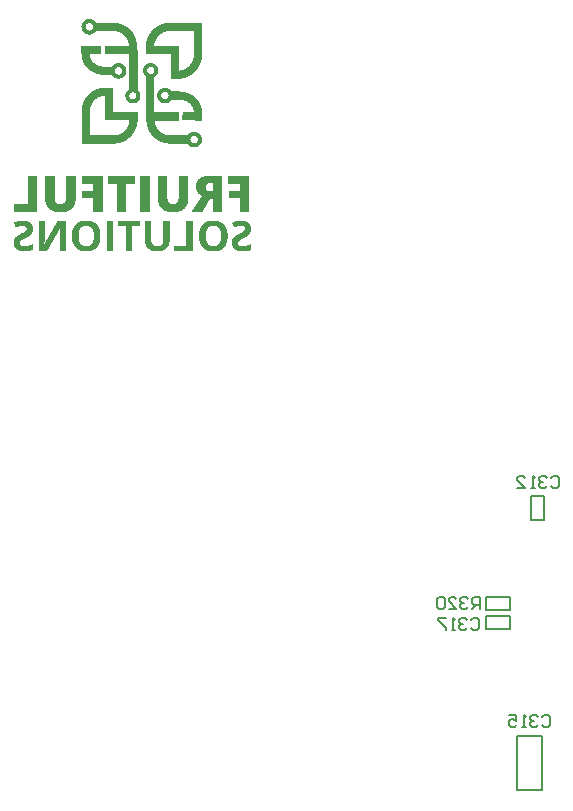
<source format=gbo>
G04*
G04 #@! TF.GenerationSoftware,Altium Limited,Altium Designer,25.4.2 (15)*
G04*
G04 Layer_Color=32896*
%FSLAX44Y44*%
%MOMM*%
G71*
G04*
G04 #@! TF.SameCoordinates,BB2F4313-EE7A-43B8-A872-F110206310C3*
G04*
G04*
G04 #@! TF.FilePolarity,Positive*
G04*
G01*
G75*
%ADD12C,0.2000*%
%ADD14C,0.1667*%
G36*
X1430551Y727157D02*
X1431264D01*
Y727068D01*
X1431621Y727068D01*
Y726979D01*
X1431977Y726979D01*
X1431977Y726889D01*
X1432245D01*
Y726800D01*
X1432423Y726800D01*
Y726711D01*
X1432690D01*
Y726622D01*
X1432868D01*
Y726533D01*
X1433047D01*
Y726444D01*
X1433225D01*
X1433225Y726355D01*
X1433403D01*
Y726266D01*
X1433492D01*
Y726177D01*
X1433671Y726177D01*
X1433671Y726087D01*
X1433760D01*
Y725998D01*
X1433938Y725998D01*
Y725909D01*
X1434027D01*
Y725820D01*
X1434116D01*
X1434116Y725731D01*
X1434294D01*
X1434294Y725642D01*
X1434383D01*
Y725553D01*
X1434473Y725553D01*
Y725464D01*
X1434562Y725464D01*
X1434562Y725375D01*
X1434651Y725375D01*
Y725285D01*
X1434740D01*
Y725196D01*
X1434829Y725196D01*
X1434829Y725107D01*
X1434918D01*
Y725018D01*
X1435007D01*
Y724929D01*
X1435096Y724929D01*
Y724751D01*
X1435185D01*
Y724662D01*
X1435275Y724662D01*
Y724573D01*
X1435364D01*
Y724394D01*
X1435453D01*
Y724305D01*
X1435542D01*
Y724127D01*
X1435631Y724127D01*
X1435631Y724038D01*
X1450869D01*
Y723949D01*
X1452295D01*
Y723860D01*
X1453008D01*
Y723770D01*
X1453632D01*
Y723681D01*
X1454078Y723681D01*
Y723592D01*
X1454523D01*
Y723503D01*
X1454969Y723503D01*
Y723414D01*
X1455325Y723414D01*
Y723325D01*
X1455592Y723325D01*
Y723236D01*
X1455949D01*
Y723147D01*
X1456216D01*
Y723058D01*
X1456573Y723057D01*
X1456573Y722968D01*
X1456840D01*
X1456840Y722879D01*
X1457018D01*
Y722790D01*
X1457286D01*
Y722701D01*
X1457553Y722701D01*
Y722612D01*
X1457731D01*
X1457731Y722523D01*
X1457999D01*
Y722434D01*
X1458177D01*
Y722345D01*
X1458355D01*
X1458355Y722255D01*
X1458622D01*
Y722166D01*
X1458801Y722166D01*
X1458801Y722077D01*
X1458979D01*
Y721988D01*
X1459157Y721988D01*
Y721899D01*
X1459335Y721899D01*
Y721810D01*
X1459514Y721810D01*
Y721721D01*
X1459692D01*
Y721632D01*
X1459870Y721632D01*
Y721543D01*
X1460048D01*
X1460048Y721453D01*
X1460226D01*
X1460226Y721364D01*
X1460316D01*
Y721275D01*
X1460494D01*
Y721186D01*
X1460672Y721186D01*
Y721097D01*
X1460761D01*
Y721008D01*
X1460939D01*
Y720919D01*
X1461118D01*
Y720830D01*
X1461207D01*
X1461207Y720741D01*
X1461385D01*
Y720651D01*
X1461474D01*
Y720562D01*
X1461652D01*
Y720473D01*
X1461741D01*
Y720384D01*
X1461920Y720384D01*
Y720295D01*
X1462009Y720295D01*
X1462009Y720206D01*
X1462187D01*
X1462187Y720117D01*
X1462276D01*
X1462276Y720028D01*
X1462365Y720028D01*
X1462365Y719939D01*
X1462543D01*
Y719849D01*
X1462632D01*
Y719760D01*
X1462722D01*
Y719671D01*
X1462900Y719671D01*
Y719582D01*
X1462989D01*
Y719493D01*
X1463078D01*
Y719404D01*
X1463167D01*
Y719315D01*
X1463345D01*
X1463345Y719226D01*
X1463434D01*
X1463434Y719137D01*
X1463524D01*
Y719047D01*
X1463613D01*
Y718958D01*
X1463702D01*
Y718869D01*
X1463880D01*
X1463880Y718780D01*
X1463969D01*
X1463969Y718691D01*
X1464058D01*
X1464058Y718602D01*
X1464147D01*
Y718513D01*
X1464236Y718513D01*
Y718424D01*
X1464326D01*
Y718335D01*
X1464415Y718335D01*
Y718245D01*
X1464504D01*
Y718156D01*
X1464593D01*
Y718067D01*
X1464682Y718067D01*
Y717978D01*
X1464771Y717978D01*
Y717889D01*
X1464860D01*
Y717800D01*
X1464949D01*
Y717711D01*
X1465038D01*
X1465038Y717622D01*
X1465128D01*
X1465128Y717533D01*
X1465217D01*
Y717443D01*
X1465306D01*
Y717354D01*
X1465395D01*
Y717265D01*
X1465484D01*
X1465484Y717176D01*
X1465573D01*
X1465573Y716998D01*
X1465662D01*
X1465662Y716909D01*
X1465751D01*
Y716820D01*
X1465841D01*
Y716730D01*
X1465930Y716730D01*
X1465930Y716641D01*
X1466019D01*
Y716552D01*
X1466108D01*
Y716374D01*
X1466197Y716374D01*
Y716285D01*
X1466286D01*
Y716196D01*
X1466375Y716196D01*
Y716018D01*
X1466464D01*
Y715928D01*
X1466553D01*
Y715839D01*
X1466643D01*
Y715661D01*
X1466732Y715661D01*
X1466732Y715572D01*
X1466821D01*
Y715483D01*
X1466910D01*
Y715305D01*
X1466999Y715305D01*
X1466999Y715216D01*
X1467088Y715216D01*
Y715037D01*
X1467177Y715037D01*
Y714859D01*
X1467266Y714859D01*
Y714770D01*
X1467355Y714770D01*
Y714592D01*
X1467445Y714592D01*
Y714503D01*
X1467534D01*
Y714324D01*
X1467623D01*
Y714146D01*
X1467712D01*
X1467712Y713968D01*
X1467801D01*
Y713879D01*
X1467890D01*
Y713701D01*
X1467979D01*
Y713522D01*
X1468068D01*
Y713344D01*
X1468158D01*
Y713166D01*
X1468247Y713166D01*
Y712988D01*
X1468336Y712988D01*
Y712810D01*
X1468425D01*
X1468425Y712631D01*
X1468514D01*
Y712364D01*
X1468603D01*
X1468603Y712186D01*
X1468692Y712186D01*
Y712007D01*
X1468781D01*
Y711740D01*
X1468870Y711740D01*
Y711562D01*
X1468960D01*
Y711294D01*
X1469049D01*
X1469049Y711116D01*
X1469138D01*
Y710849D01*
X1469227D01*
X1469227Y710582D01*
X1469316D01*
X1469316Y710314D01*
X1469405D01*
Y710047D01*
X1469494D01*
Y709690D01*
X1469583Y709690D01*
Y709423D01*
X1469672D01*
Y709067D01*
X1469762D01*
X1469762Y708710D01*
X1469851D01*
Y708354D01*
X1469940D01*
Y707908D01*
X1470029D01*
Y707463D01*
X1470118D01*
Y707017D01*
X1470207D01*
X1470207Y706482D01*
X1470296D01*
Y705948D01*
X1470385D01*
Y705324D01*
X1470475D01*
Y704611D01*
X1470564Y704611D01*
Y703720D01*
X1470653D01*
Y702561D01*
X1470742D01*
Y700957D01*
X1470831Y700957D01*
X1470831Y695343D01*
X1470920D01*
X1470920Y680907D01*
X1470831D01*
Y667094D01*
X1470920D01*
X1470920Y667005D01*
X1471009D01*
Y666916D01*
X1471098Y666916D01*
Y666827D01*
X1471187D01*
Y666738D01*
X1471366Y666738D01*
Y666649D01*
X1471455D01*
Y666559D01*
X1471544Y666559D01*
Y666381D01*
X1471633Y666381D01*
Y666292D01*
X1471722D01*
Y666203D01*
X1471811Y666203D01*
Y666114D01*
X1471900D01*
Y666025D01*
X1471989D01*
X1471989Y665846D01*
X1472079D01*
Y665757D01*
X1472168D01*
X1472168Y665668D01*
X1472257D01*
X1472257Y665490D01*
X1472346D01*
Y665312D01*
X1472435D01*
X1472435Y665223D01*
X1472524D01*
Y665044D01*
X1472613D01*
X1472613Y664866D01*
X1472702Y664866D01*
Y664688D01*
X1472791Y664688D01*
X1472791Y664421D01*
X1472881D01*
Y664242D01*
X1472970D01*
Y663975D01*
X1473059D01*
X1473059Y663619D01*
X1473148D01*
Y663173D01*
X1473237Y663173D01*
Y661034D01*
X1473148D01*
Y660589D01*
X1473059D01*
Y660232D01*
X1472970D01*
Y659965D01*
X1472881D01*
Y659698D01*
X1472791Y659698D01*
Y659520D01*
X1472702Y659520D01*
X1472702Y659341D01*
X1472613Y659341D01*
Y659163D01*
X1472524D01*
Y658985D01*
X1472435D01*
Y658807D01*
X1472346D01*
Y658628D01*
X1472257D01*
X1472257Y658539D01*
X1472168D01*
X1472168Y658361D01*
X1472079D01*
Y658272D01*
X1471989D01*
Y658183D01*
X1471900Y658183D01*
X1471900Y658005D01*
X1471811D01*
Y657915D01*
X1471722Y657915D01*
Y657826D01*
X1471633D01*
Y657737D01*
X1471544D01*
Y657648D01*
X1471455D01*
Y657559D01*
X1471366D01*
Y657470D01*
X1471277Y657470D01*
Y657381D01*
X1471187Y657381D01*
X1471187Y657292D01*
X1471098Y657292D01*
X1471098Y657203D01*
X1471009D01*
Y657113D01*
X1470920D01*
X1470920Y657024D01*
X1470742D01*
X1470742Y656935D01*
X1470653D01*
Y656846D01*
X1470564D01*
Y656757D01*
X1470385D01*
Y656668D01*
X1470207D01*
Y656579D01*
X1470118Y656579D01*
X1470118Y656490D01*
X1469940Y656490D01*
Y656401D01*
X1469762D01*
Y656311D01*
X1469583D01*
Y656222D01*
X1469405Y656222D01*
Y656133D01*
X1469138Y656133D01*
Y656044D01*
X1468870Y656044D01*
Y655955D01*
X1468603D01*
X1468603Y655866D01*
X1468247D01*
Y655777D01*
X1467712D01*
Y655688D01*
X1466108D01*
Y655777D01*
X1465573D01*
X1465573Y655866D01*
X1465217D01*
Y655955D01*
X1464860Y655955D01*
Y656044D01*
X1464593D01*
Y656133D01*
X1464415D01*
Y656222D01*
X1464236Y656222D01*
Y656311D01*
X1464058Y656311D01*
X1464058Y656401D01*
X1463880D01*
Y656490D01*
X1463702Y656490D01*
X1463702Y656579D01*
X1463524D01*
X1463524Y656668D01*
X1463434D01*
Y656757D01*
X1463256D01*
Y656846D01*
X1463167D01*
Y656935D01*
X1462989Y656935D01*
Y657024D01*
X1462900D01*
Y657113D01*
X1462811D01*
Y657203D01*
X1462722D01*
Y657292D01*
X1462543Y657292D01*
Y657381D01*
X1462454D01*
X1462454Y657470D01*
X1462365D01*
X1462365Y657559D01*
X1462276D01*
Y657648D01*
X1462187Y657648D01*
Y657826D01*
X1462098D01*
X1462098Y657915D01*
X1462009D01*
X1462009Y658005D01*
X1461920Y658005D01*
Y658094D01*
X1461830D01*
X1461830Y658183D01*
X1461741Y658183D01*
Y658361D01*
X1461652D01*
Y658450D01*
X1461563Y658450D01*
Y658628D01*
X1461474D01*
Y658717D01*
X1461385D01*
Y658896D01*
X1461296D01*
X1461296Y659074D01*
X1461207D01*
Y659252D01*
X1461118Y659252D01*
Y659430D01*
X1461028D01*
Y659609D01*
X1460939D01*
Y659876D01*
X1460850D01*
Y660143D01*
X1460761D01*
X1460761Y660411D01*
X1460672D01*
Y660856D01*
X1460583D01*
X1460583Y661480D01*
X1460494D01*
Y662638D01*
X1460583D01*
Y663351D01*
X1460672D01*
Y663708D01*
X1460761D01*
Y664064D01*
X1460850D01*
X1460850Y664242D01*
X1460939D01*
Y664510D01*
X1461028D01*
Y664688D01*
X1461118D01*
Y664866D01*
X1461207Y664866D01*
X1461207Y665044D01*
X1461296Y665044D01*
Y665223D01*
X1461385D01*
Y665401D01*
X1461474D01*
Y665579D01*
X1461563D01*
Y665668D01*
X1461652D01*
X1461652Y665757D01*
X1461741D01*
X1461741Y665936D01*
X1461830D01*
Y666025D01*
X1461920D01*
Y666114D01*
X1462009D01*
X1462009Y666292D01*
X1462098D01*
X1462098Y666381D01*
X1462187D01*
Y666470D01*
X1462276D01*
Y666559D01*
X1462365D01*
Y666649D01*
X1462454Y666649D01*
X1462454Y666738D01*
X1462543D01*
Y666827D01*
X1462632D01*
Y666916D01*
X1462722Y666916D01*
X1462722Y667005D01*
X1462900D01*
Y667094D01*
X1462989D01*
Y667183D01*
X1463078D01*
Y667272D01*
X1463256Y667272D01*
X1463256Y667362D01*
X1463345D01*
Y667451D01*
X1463524D01*
Y667540D01*
X1463613D01*
Y667629D01*
X1463791D01*
X1463791Y691422D01*
X1463702D01*
X1463702Y697393D01*
X1443027Y697393D01*
Y704344D01*
X1463613D01*
Y705146D01*
X1463524D01*
X1463524Y705770D01*
X1463434D01*
Y706215D01*
X1463345D01*
X1463345Y706661D01*
X1463256D01*
Y707017D01*
X1463167D01*
X1463167Y707284D01*
X1463078D01*
Y707641D01*
X1462989D01*
Y707908D01*
X1462900D01*
Y708086D01*
X1462811Y708086D01*
Y708354D01*
X1462722D01*
Y708621D01*
X1462632D01*
Y708799D01*
X1462543D01*
Y708978D01*
X1462454D01*
X1462454Y709245D01*
X1462365D01*
X1462365Y709423D01*
X1462276D01*
X1462276Y709601D01*
X1462187D01*
Y709780D01*
X1462098D01*
X1462098Y709958D01*
X1462009D01*
X1462009Y710047D01*
X1461920Y710047D01*
X1461920Y710225D01*
X1461830D01*
Y710403D01*
X1461741D01*
Y710492D01*
X1461652D01*
X1461652Y710671D01*
X1461563D01*
Y710849D01*
X1461474D01*
Y710938D01*
X1461385D01*
Y711116D01*
X1461296D01*
X1461296Y711205D01*
X1461207D01*
Y711384D01*
X1461118Y711384D01*
Y711473D01*
X1461028D01*
Y711562D01*
X1460939D01*
Y711740D01*
X1460850Y711740D01*
Y711829D01*
X1460761D01*
X1460761Y711918D01*
X1460672D01*
Y712007D01*
X1460583D01*
X1460583Y712186D01*
X1460494D01*
Y712275D01*
X1460405D01*
Y712364D01*
X1460316D01*
Y712453D01*
X1460226D01*
Y712542D01*
X1460137D01*
X1460137Y712631D01*
X1460048D01*
X1460048Y712720D01*
X1459959D01*
Y712810D01*
X1459870D01*
Y712899D01*
X1459781D01*
Y712988D01*
X1459692Y712988D01*
Y713077D01*
X1459603Y713077D01*
Y713166D01*
X1459514D01*
Y713255D01*
X1459424D01*
Y713344D01*
X1459335D01*
Y713433D01*
X1459246D01*
Y713522D01*
X1459157D01*
Y713612D01*
X1459068D01*
Y713701D01*
X1458979Y713701D01*
Y713790D01*
X1458890Y713790D01*
X1458890Y713879D01*
X1458712D01*
Y713968D01*
X1458622D01*
Y714057D01*
X1458533D01*
Y714146D01*
X1458444D01*
X1458444Y714235D01*
X1458266D01*
X1458266Y714324D01*
X1458177D01*
Y714414D01*
X1457999D01*
Y714503D01*
X1457909D01*
Y714592D01*
X1457820D01*
Y714681D01*
X1457642Y714681D01*
Y714770D01*
X1457553D01*
Y714859D01*
X1457375D01*
Y714948D01*
X1457197Y714948D01*
Y715037D01*
X1457107D01*
X1457107Y715126D01*
X1456929D01*
Y715216D01*
X1456751Y715216D01*
X1456751Y715305D01*
X1456573D01*
X1456573Y715394D01*
X1456484D01*
Y715483D01*
X1456305D01*
Y715572D01*
X1456127D01*
Y715661D01*
X1455860D01*
X1455860Y715750D01*
X1455682D01*
Y715839D01*
X1455503D01*
Y715928D01*
X1455236D01*
Y716018D01*
X1455058D01*
Y716107D01*
X1454790D01*
X1454790Y716196D01*
X1454523Y716196D01*
Y716285D01*
X1454256D01*
Y716374D01*
X1453988D01*
Y716463D01*
X1453632D01*
X1453632Y716552D01*
X1453275D01*
Y716641D01*
X1452919Y716641D01*
Y716730D01*
X1452384D01*
Y716820D01*
X1451761D01*
Y716909D01*
X1450424D01*
Y716998D01*
X1435542D01*
Y716909D01*
X1435453Y716909D01*
Y716820D01*
X1435364Y716820D01*
Y716641D01*
X1435275D01*
Y716552D01*
X1435185Y716552D01*
Y716463D01*
X1435096Y716463D01*
Y716285D01*
X1435007D01*
Y716196D01*
X1434918D01*
Y716107D01*
X1434829D01*
Y716018D01*
X1434740D01*
Y715928D01*
X1434651D01*
Y715839D01*
X1434562D01*
X1434562Y715750D01*
X1434473D01*
X1434473Y715661D01*
X1434383D01*
Y715572D01*
X1434294D01*
Y715483D01*
X1434116D01*
Y715394D01*
X1434027D01*
X1434027Y715305D01*
X1433938Y715305D01*
X1433938Y715216D01*
X1433760D01*
Y715126D01*
X1433671D01*
Y715037D01*
X1433492D01*
Y714948D01*
X1433403D01*
Y714859D01*
X1433225D01*
Y714770D01*
X1433047Y714770D01*
Y714681D01*
X1432868D01*
X1432868Y714592D01*
X1432690D01*
Y714503D01*
X1432512D01*
Y714414D01*
X1432245D01*
Y714324D01*
X1431977D01*
X1431977Y714235D01*
X1431710D01*
X1431710Y714146D01*
X1431264Y714146D01*
Y714057D01*
X1430641D01*
Y713968D01*
X1429304D01*
Y714057D01*
X1428680D01*
X1428680Y714146D01*
X1428324D01*
Y714235D01*
X1427967D01*
Y714324D01*
X1427700D01*
Y714414D01*
X1427522D01*
Y714503D01*
X1427254D01*
Y714592D01*
X1427076Y714592D01*
Y714681D01*
X1426898Y714681D01*
Y714770D01*
X1426720Y714770D01*
Y714859D01*
X1426631Y714859D01*
Y714948D01*
X1426452Y714948D01*
Y715037D01*
X1426274D01*
Y715126D01*
X1426185D01*
Y715216D01*
X1426096Y715216D01*
Y715305D01*
X1425918Y715305D01*
Y715394D01*
X1425829D01*
Y715483D01*
X1425739D01*
Y715572D01*
X1425650D01*
Y715661D01*
X1425472D01*
X1425472Y715750D01*
X1425383D01*
Y715839D01*
X1425294D01*
Y715928D01*
X1425205D01*
Y716018D01*
X1425116D01*
Y716107D01*
X1425027Y716107D01*
Y716285D01*
X1424937D01*
Y716374D01*
X1424848Y716374D01*
Y716463D01*
X1424759Y716463D01*
Y716552D01*
X1424670D01*
Y716730D01*
X1424581Y716730D01*
Y716820D01*
X1424492D01*
Y716998D01*
X1424403D01*
Y717087D01*
X1424314D01*
X1424314Y717265D01*
X1424225D01*
X1424225Y717443D01*
X1424135D01*
Y717533D01*
X1424046D01*
Y717711D01*
X1423957D01*
X1423957Y717978D01*
X1423868Y717978D01*
Y718156D01*
X1423779D01*
Y718424D01*
X1423690Y718424D01*
X1423690Y718691D01*
X1423601Y718691D01*
Y718958D01*
X1423512D01*
Y719404D01*
X1423423D01*
Y720295D01*
X1423333D01*
X1423333Y720919D01*
X1423423D01*
Y721810D01*
X1423512D01*
X1423512Y722166D01*
X1423601Y722166D01*
X1423601Y722523D01*
X1423690Y722523D01*
Y722790D01*
X1423779D01*
X1423779Y723057D01*
X1423868D01*
X1423868Y723236D01*
X1423957D01*
Y723414D01*
X1424046Y723414D01*
Y723592D01*
X1424135Y723592D01*
X1424135Y723770D01*
X1424225Y723770D01*
Y723949D01*
X1424314D01*
Y724127D01*
X1424403Y724127D01*
X1424403Y724216D01*
X1424492D01*
Y724394D01*
X1424581D01*
Y724483D01*
X1424670D01*
X1424670Y724662D01*
X1424759Y724662D01*
X1424759Y724751D01*
X1424848D01*
Y724840D01*
X1424937D01*
Y724929D01*
X1425027D01*
Y725018D01*
X1425116Y725018D01*
Y725196D01*
X1425205Y725196D01*
Y725285D01*
X1425294Y725285D01*
X1425294Y725375D01*
X1425383Y725375D01*
Y725464D01*
X1425561Y725464D01*
X1425561Y725553D01*
X1425650Y725553D01*
Y725642D01*
X1425739D01*
X1425739Y725731D01*
X1425829D01*
X1425829Y725820D01*
X1425918D01*
Y725909D01*
X1426096D01*
Y725998D01*
X1426185Y725998D01*
X1426185Y726087D01*
X1426363D01*
X1426363Y726177D01*
X1426452D01*
Y726266D01*
X1426631D01*
Y726355D01*
X1426809D01*
X1426809Y726444D01*
X1426898D01*
Y726533D01*
X1427076Y726533D01*
Y726622D01*
X1427343D01*
Y726711D01*
X1427522D01*
Y726800D01*
X1427789D01*
X1427789Y726889D01*
X1428056D01*
Y726979D01*
X1428324D01*
Y727068D01*
X1428769D01*
Y727157D01*
X1429482D01*
X1429482Y727246D01*
X1430552D01*
X1430551Y727157D01*
D02*
G37*
G36*
X1525368Y695165D02*
X1525279D01*
Y694363D01*
X1525190D01*
Y693739D01*
X1525101D01*
Y693204D01*
X1525012D01*
Y692759D01*
X1524923Y692759D01*
Y692313D01*
X1524834Y692313D01*
Y691957D01*
X1524745D01*
Y691600D01*
X1524656D01*
X1524656Y691244D01*
X1524566D01*
Y690977D01*
X1524477D01*
Y690709D01*
X1524388D01*
Y690442D01*
X1524299D01*
X1524299Y690175D01*
X1524210D01*
X1524210Y689907D01*
X1524121D01*
Y689640D01*
X1524032D01*
X1524032Y689462D01*
X1523943D01*
Y689194D01*
X1523854Y689194D01*
X1523854Y689016D01*
X1523764D01*
X1523764Y688838D01*
X1523675D01*
Y688570D01*
X1523586D01*
Y688392D01*
X1523497D01*
X1523497Y688214D01*
X1523408D01*
Y688036D01*
X1523319Y688036D01*
Y687858D01*
X1523230D01*
Y687679D01*
X1523141D01*
X1523141Y687501D01*
X1523051D01*
Y687323D01*
X1522962D01*
Y687145D01*
X1522873D01*
Y686966D01*
X1522784D01*
X1522784Y686877D01*
X1522695Y686877D01*
Y686699D01*
X1522606D01*
X1522606Y686521D01*
X1522517D01*
Y686343D01*
X1522428D01*
Y686254D01*
X1522339D01*
Y686075D01*
X1522249Y686075D01*
Y685986D01*
X1522160D01*
Y685808D01*
X1522071D01*
Y685719D01*
X1521982Y685719D01*
Y685541D01*
X1521893Y685541D01*
Y685452D01*
X1521804Y685452D01*
Y685273D01*
X1521715D01*
Y685184D01*
X1521626D01*
Y685006D01*
X1521537D01*
Y684917D01*
X1521447D01*
Y684828D01*
X1521358D01*
Y684650D01*
X1521269D01*
Y684560D01*
X1521180D01*
X1521180Y684471D01*
X1521091D01*
Y684293D01*
X1521002D01*
X1521002Y684204D01*
X1520913D01*
X1520913Y684115D01*
X1520824Y684115D01*
Y684026D01*
X1520735D01*
Y683848D01*
X1520645D01*
X1520645Y683758D01*
X1520556D01*
X1520556Y683669D01*
X1520467D01*
X1520467Y683580D01*
X1520378D01*
Y683491D01*
X1520289Y683491D01*
Y683402D01*
X1520200D01*
Y683224D01*
X1520111D01*
X1520111Y683135D01*
X1520022D01*
X1520022Y683046D01*
X1519933D01*
X1519933Y682956D01*
X1519843D01*
Y682867D01*
X1519754D01*
Y682778D01*
X1519665D01*
X1519665Y682689D01*
X1519576D01*
X1519576Y682600D01*
X1519487Y682600D01*
X1519487Y682511D01*
X1519398D01*
Y682422D01*
X1519309D01*
X1519309Y682333D01*
X1519220D01*
X1519220Y682243D01*
X1519131Y682243D01*
Y682154D01*
X1519041Y682154D01*
Y682065D01*
X1518952Y682065D01*
Y681976D01*
X1518863Y681976D01*
Y681887D01*
X1518774D01*
Y681798D01*
X1518685D01*
Y681709D01*
X1518507D01*
Y681620D01*
X1518418D01*
X1518418Y681531D01*
X1518329D01*
Y681441D01*
X1518239D01*
Y681352D01*
X1518150D01*
Y681263D01*
X1518061D01*
X1518061Y681174D01*
X1517883D01*
Y681085D01*
X1517794D01*
Y680996D01*
X1517705D01*
Y680907D01*
X1517616D01*
X1517616Y680818D01*
X1517437D01*
X1517437Y680729D01*
X1517348D01*
Y680639D01*
X1517259Y680639D01*
Y680550D01*
X1517081D01*
Y680461D01*
X1516992Y680461D01*
X1516992Y680372D01*
X1516903Y680372D01*
Y680283D01*
X1516725Y680283D01*
Y680194D01*
X1516635D01*
Y680105D01*
X1516457D01*
X1516457Y680016D01*
X1516368D01*
Y679927D01*
X1516190D01*
Y679837D01*
X1516101D01*
Y679748D01*
X1515922Y679748D01*
X1515923Y679659D01*
X1515833D01*
X1515833Y679570D01*
X1515655D01*
X1515655Y679481D01*
X1515477D01*
Y679392D01*
X1515388D01*
X1515388Y679303D01*
X1515210D01*
X1515210Y679214D01*
X1515031Y679214D01*
X1515031Y679125D01*
X1514853D01*
Y679035D01*
X1514764D01*
Y678946D01*
X1514586D01*
Y678857D01*
X1514408Y678857D01*
Y678768D01*
X1514229Y678768D01*
Y678679D01*
X1514051D01*
Y678590D01*
X1513873D01*
X1513873Y678501D01*
X1513695Y678501D01*
Y678411D01*
X1513516Y678412D01*
X1513516Y678323D01*
X1513249D01*
Y678233D01*
X1513071Y678233D01*
Y678144D01*
X1512893Y678144D01*
Y678055D01*
X1512625Y678055D01*
Y677966D01*
X1512447D01*
Y677877D01*
X1512180D01*
X1512180Y677788D01*
X1512001D01*
X1512001Y677699D01*
X1511734D01*
X1511734Y677610D01*
X1511467D01*
X1511467Y677520D01*
X1511199D01*
Y677431D01*
X1510843D01*
X1510843Y677342D01*
X1510576D01*
X1510576Y677253D01*
X1510219D01*
X1510219Y677164D01*
X1509863D01*
Y677075D01*
X1509506D01*
Y676986D01*
X1509061D01*
Y676897D01*
X1508615Y676897D01*
Y676807D01*
X1508080D01*
Y676718D01*
X1507368D01*
X1507368Y676629D01*
X1506387D01*
Y676540D01*
X1498813D01*
X1498813Y697304D01*
X1498723Y697304D01*
Y697393D01*
X1477960D01*
Y705413D01*
X1478049Y705413D01*
X1478049Y706215D01*
X1478138Y706215D01*
Y706839D01*
X1478227Y706839D01*
Y707374D01*
X1478316D01*
Y707819D01*
X1478406D01*
Y708265D01*
X1478495Y708265D01*
Y708621D01*
X1478584D01*
Y708978D01*
X1478673D01*
Y709245D01*
X1478762D01*
X1478762Y709601D01*
X1478851D01*
X1478851Y709869D01*
X1478940Y709869D01*
Y710136D01*
X1479029D01*
X1479029Y710403D01*
X1479118D01*
Y710671D01*
X1479208D01*
Y710849D01*
X1479297D01*
Y711116D01*
X1479386D01*
Y711294D01*
X1479475D01*
X1479475Y711562D01*
X1479564D01*
Y711740D01*
X1479653D01*
X1479653Y711918D01*
X1479742D01*
Y712186D01*
X1479831D01*
Y712364D01*
X1479921D01*
Y712542D01*
X1480010D01*
X1480010Y712720D01*
X1480099Y712720D01*
Y712899D01*
X1480188D01*
Y713077D01*
X1480277D01*
Y713255D01*
X1480366D01*
Y713433D01*
X1480455D01*
X1480455Y713522D01*
X1480544D01*
Y713701D01*
X1480633Y713701D01*
X1480633Y713879D01*
X1480723D01*
Y714057D01*
X1480812D01*
X1480812Y714146D01*
X1480901D01*
Y714324D01*
X1480990D01*
Y714503D01*
X1481079D01*
Y714592D01*
X1481168Y714592D01*
X1481168Y714770D01*
X1481257D01*
Y714859D01*
X1481346D01*
Y715037D01*
X1481435D01*
Y715126D01*
X1481525D01*
X1481525Y715305D01*
X1481614Y715305D01*
Y715394D01*
X1481703D01*
Y715483D01*
X1481792D01*
Y715661D01*
X1481881D01*
Y715750D01*
X1481970D01*
X1481970Y715928D01*
X1482059D01*
Y716018D01*
X1482148D01*
Y716107D01*
X1482238D01*
X1482237Y716196D01*
X1482327D01*
X1482327Y716374D01*
X1482416Y716374D01*
X1482416Y716463D01*
X1482505D01*
Y716552D01*
X1482594D01*
Y716641D01*
X1482683D01*
Y716820D01*
X1482772Y716820D01*
Y716909D01*
X1482861Y716909D01*
Y716998D01*
X1482950D01*
Y717087D01*
X1483040D01*
Y717176D01*
X1483129Y717176D01*
X1483129Y717265D01*
X1483218Y717265D01*
Y717354D01*
X1483307D01*
Y717443D01*
X1483396D01*
Y717622D01*
X1483485D01*
X1483485Y717711D01*
X1483574D01*
X1483574Y717800D01*
X1483663D01*
Y717889D01*
X1483752D01*
Y717978D01*
X1483842D01*
Y718067D01*
X1483931Y718067D01*
X1483931Y718156D01*
X1484020Y718156D01*
X1484020Y718245D01*
X1484109Y718245D01*
Y718335D01*
X1484198Y718335D01*
Y718424D01*
X1484287Y718424D01*
X1484287Y718513D01*
X1484376Y718513D01*
Y718602D01*
X1484554D01*
Y718691D01*
X1484644Y718691D01*
X1484644Y718780D01*
X1484733Y718780D01*
Y718869D01*
X1484822D01*
Y718958D01*
X1484911D01*
Y719047D01*
X1485000D01*
X1485000Y719137D01*
X1485089D01*
X1485089Y719226D01*
X1485267D01*
Y719315D01*
X1485356D01*
Y719404D01*
X1485446D01*
X1485446Y719493D01*
X1485535D01*
X1485535Y719582D01*
X1485624Y719582D01*
Y719671D01*
X1485802D01*
X1485802Y719760D01*
X1485891D01*
Y719849D01*
X1485980D01*
Y719939D01*
X1486158Y719939D01*
Y720028D01*
X1486248Y720028D01*
Y720117D01*
X1486337Y720117D01*
Y720206D01*
X1486515Y720206D01*
X1486515Y720295D01*
X1486604Y720295D01*
Y720384D01*
X1486782D01*
Y720473D01*
X1486871D01*
Y720562D01*
X1487050D01*
Y720651D01*
X1487139Y720651D01*
Y720741D01*
X1487317D01*
X1487317Y720830D01*
X1487406D01*
Y720919D01*
X1487584D01*
Y721008D01*
X1487763D01*
Y721097D01*
X1487852D01*
X1487852Y721186D01*
X1488030D01*
Y721275D01*
X1488208D01*
Y721364D01*
X1488297D01*
Y721453D01*
X1488475D01*
X1488475Y721543D01*
X1488654Y721543D01*
Y721632D01*
X1488832Y721632D01*
Y721721D01*
X1489010D01*
X1489010Y721810D01*
X1489188D01*
X1489188Y721899D01*
X1489367D01*
Y721988D01*
X1489545D01*
Y722077D01*
X1489723D01*
Y722166D01*
X1489901Y722166D01*
Y722255D01*
X1490079Y722255D01*
Y722345D01*
X1490347D01*
Y722434D01*
X1490525D01*
X1490525Y722523D01*
X1490703D01*
Y722612D01*
X1490971D01*
Y722701D01*
X1491238D01*
Y722790D01*
X1491416D01*
Y722879D01*
X1491684D01*
Y722968D01*
X1491951D01*
X1491951Y723058D01*
X1492218Y723057D01*
Y723147D01*
X1492575D01*
Y723236D01*
X1492842D01*
Y723325D01*
X1493199D01*
Y723414D01*
X1493555D01*
X1493555Y723503D01*
X1493911Y723503D01*
Y723592D01*
X1494357D01*
X1494357Y723681D01*
X1494892D01*
X1494892Y723770D01*
X1495426Y723770D01*
Y723860D01*
X1496228Y723860D01*
Y723949D01*
X1497565D01*
Y724038D01*
X1525368D01*
X1525368Y695165D01*
D02*
G37*
G36*
X1482238Y689996D02*
X1482237Y689907D01*
X1483040D01*
X1483040Y689818D01*
X1483485D01*
Y689729D01*
X1483842D01*
X1483842Y689640D01*
X1484109D01*
X1484109Y689551D01*
X1484287Y689551D01*
Y689462D01*
X1484465D01*
Y689373D01*
X1484733D01*
Y689284D01*
X1484911D01*
Y689194D01*
X1485000Y689194D01*
Y689105D01*
X1485178Y689105D01*
Y689016D01*
X1485356D01*
Y688927D01*
X1485446D01*
Y688838D01*
X1485624Y688838D01*
Y688749D01*
X1485713Y688749D01*
Y688660D01*
X1485802D01*
X1485802Y688570D01*
X1485980D01*
X1485980Y688481D01*
X1486069D01*
X1486069Y688392D01*
X1486158D01*
X1486158Y688303D01*
X1486248D01*
Y688214D01*
X1486337D01*
X1486337Y688125D01*
X1486426D01*
X1486426Y688036D01*
X1486515D01*
X1486515Y687947D01*
X1486604D01*
Y687858D01*
X1486693D01*
Y687768D01*
X1486782D01*
Y687679D01*
X1486871Y687679D01*
Y687501D01*
X1486960D01*
Y687412D01*
X1487050Y687412D01*
Y687323D01*
X1487139Y687323D01*
Y687145D01*
X1487228D01*
Y687056D01*
X1487317Y687056D01*
X1487317Y686877D01*
X1487406Y686877D01*
Y686788D01*
X1487495D01*
X1487495Y686610D01*
X1487584D01*
Y686432D01*
X1487673D01*
Y686254D01*
X1487762D01*
Y685986D01*
X1487852D01*
Y685808D01*
X1487941Y685808D01*
Y685541D01*
X1488030D01*
Y685184D01*
X1488119D01*
Y684828D01*
X1488208D01*
X1488208Y684115D01*
X1488297D01*
Y683046D01*
X1488208D01*
Y682333D01*
X1488119D01*
Y681976D01*
X1488030Y681976D01*
Y681620D01*
X1487941D01*
X1487941Y681352D01*
X1487852D01*
X1487852Y681174D01*
X1487763D01*
X1487762Y680907D01*
X1487673D01*
X1487673Y680729D01*
X1487584D01*
Y680550D01*
X1487495D01*
Y680461D01*
X1487406Y680461D01*
Y680283D01*
X1487317Y680283D01*
Y680105D01*
X1487228Y680105D01*
Y680016D01*
X1487139D01*
Y679837D01*
X1487050D01*
Y679748D01*
X1486960D01*
X1486960Y679659D01*
X1486871Y679659D01*
Y679481D01*
X1486782D01*
Y679392D01*
X1486693D01*
Y679303D01*
X1486604D01*
X1486604Y679214D01*
X1486515Y679214D01*
X1486515Y679125D01*
X1486426Y679125D01*
Y679035D01*
X1486337D01*
Y678946D01*
X1486248Y678946D01*
Y678857D01*
X1486158Y678857D01*
Y678768D01*
X1486069Y678768D01*
Y678679D01*
X1485980Y678679D01*
Y678590D01*
X1485802Y678590D01*
Y678501D01*
X1485713Y678501D01*
Y678412D01*
X1485624D01*
Y678323D01*
X1485446D01*
Y678233D01*
X1485356D01*
Y678144D01*
X1485178Y678144D01*
Y678055D01*
X1485000Y678055D01*
Y651945D01*
X1485089Y651945D01*
X1485089Y648291D01*
X1505764D01*
X1505764Y641251D01*
X1485178D01*
Y640449D01*
X1485267D01*
Y639825D01*
X1485356D01*
Y639380D01*
X1485446D01*
Y639023D01*
X1485535Y639023D01*
Y638667D01*
X1485624Y638667D01*
Y638310D01*
X1485713D01*
Y638043D01*
X1485802D01*
Y637776D01*
X1485891Y637776D01*
X1485891Y637508D01*
X1485980D01*
Y637241D01*
X1486069D01*
Y637063D01*
X1486158Y637063D01*
Y636796D01*
X1486248D01*
Y636617D01*
X1486337D01*
X1486337Y636439D01*
X1486426D01*
Y636261D01*
X1486515D01*
X1486515Y636083D01*
X1486604D01*
Y635904D01*
X1486693D01*
Y635726D01*
X1486782D01*
Y635548D01*
X1486871D01*
Y635370D01*
X1486960Y635370D01*
Y635281D01*
X1487050Y635280D01*
Y635102D01*
X1487139Y635102D01*
Y634924D01*
X1487228D01*
Y634835D01*
X1487317D01*
X1487317Y634657D01*
X1487406Y634657D01*
Y634568D01*
X1487495D01*
X1487495Y634389D01*
X1487584D01*
X1487584Y634300D01*
X1487673D01*
X1487673Y634211D01*
X1487763D01*
X1487762Y634033D01*
X1487852D01*
Y633944D01*
X1487941Y633944D01*
X1487941Y633855D01*
X1488030Y633855D01*
Y633676D01*
X1488119D01*
X1488119Y633587D01*
X1488208Y633587D01*
Y633498D01*
X1488297D01*
Y633409D01*
X1488386D01*
Y633320D01*
X1488475D01*
Y633231D01*
X1488564Y633231D01*
X1488564Y633053D01*
X1488654D01*
Y632964D01*
X1488743D01*
Y632874D01*
X1488832Y632874D01*
X1488832Y632785D01*
X1488921D01*
X1488921Y632696D01*
X1489010Y632696D01*
X1489010Y632607D01*
X1489099D01*
Y632518D01*
X1489188D01*
X1489188Y632429D01*
X1489277D01*
X1489277Y632340D01*
X1489367Y632340D01*
X1489367Y632251D01*
X1489456Y632251D01*
X1489456Y632162D01*
X1489634D01*
Y632072D01*
X1489723D01*
Y631983D01*
X1489812Y631983D01*
Y631894D01*
X1489901D01*
Y631805D01*
X1489990D01*
Y631716D01*
X1490079Y631716D01*
X1490079Y631627D01*
X1490258Y631627D01*
Y631538D01*
X1490347D01*
Y631449D01*
X1490436D01*
X1490436Y631359D01*
X1490614D01*
Y631270D01*
X1490703D01*
Y631181D01*
X1490792D01*
X1490792Y631092D01*
X1490971D01*
Y631003D01*
X1491060D01*
Y630914D01*
X1491238D01*
Y630825D01*
X1491327Y630825D01*
Y630736D01*
X1491505Y630736D01*
X1491505Y630647D01*
X1491684D01*
Y630558D01*
X1491773D01*
Y630468D01*
X1491951Y630468D01*
Y630379D01*
X1492129Y630379D01*
Y630290D01*
X1492307Y630290D01*
Y630201D01*
X1492486Y630201D01*
Y630112D01*
X1492664D01*
X1492664Y630023D01*
X1492842Y630023D01*
Y629934D01*
X1493020D01*
Y629845D01*
X1493199D01*
X1493199Y629756D01*
X1493466Y629756D01*
X1493466Y629666D01*
X1493644D01*
Y629577D01*
X1493911D01*
Y629488D01*
X1494179D01*
Y629399D01*
X1494446D01*
X1494446Y629310D01*
X1494713D01*
X1494713Y629221D01*
X1494981D01*
X1494981Y629132D01*
X1495337D01*
Y629043D01*
X1495783D01*
X1495783Y628954D01*
X1496228D01*
X1496228Y628864D01*
X1496763Y628864D01*
X1496763Y628775D01*
X1497654D01*
X1497654Y628686D01*
X1513249D01*
Y628775D01*
X1513338D01*
X1513338Y628864D01*
X1513427Y628864D01*
Y629043D01*
X1513516D01*
Y629132D01*
X1513605D01*
Y629221D01*
X1513695D01*
X1513695Y629310D01*
X1513784D01*
Y629488D01*
X1513873D01*
Y629577D01*
X1513962D01*
X1513962Y629666D01*
X1514051D01*
X1514051Y629756D01*
X1514140Y629756D01*
X1514140Y629845D01*
X1514229Y629845D01*
Y629934D01*
X1514318D01*
Y630023D01*
X1514497D01*
Y630112D01*
X1514586Y630112D01*
Y630201D01*
X1514675D01*
Y630290D01*
X1514764Y630290D01*
Y630379D01*
X1514942Y630379D01*
X1514942Y630468D01*
X1515031Y630468D01*
Y630558D01*
X1515210Y630558D01*
Y630647D01*
X1515299D01*
X1515299Y630736D01*
X1515477Y630736D01*
Y630825D01*
X1515655D01*
X1515655Y630914D01*
X1515744D01*
X1515744Y631003D01*
X1516012D01*
Y631092D01*
X1516190D01*
X1516190Y631181D01*
X1516368D01*
Y631270D01*
X1516635D01*
Y631359D01*
X1516903D01*
X1516903Y631449D01*
X1517259D01*
Y631538D01*
X1517705D01*
Y631627D01*
X1519933D01*
Y631538D01*
X1520378D01*
Y631449D01*
X1520735D01*
Y631360D01*
X1521002D01*
X1521002Y631270D01*
X1521180D01*
X1521180Y631181D01*
X1521447D01*
Y631092D01*
X1521626D01*
Y631003D01*
X1521804D01*
Y630914D01*
X1521982Y630914D01*
X1521982Y630825D01*
X1522160D01*
X1522160Y630736D01*
X1522249D01*
X1522249Y630647D01*
X1522428D01*
Y630558D01*
X1522517Y630558D01*
X1522517Y630468D01*
X1522695Y630468D01*
Y630379D01*
X1522784D01*
Y630290D01*
X1522962Y630290D01*
X1522962Y630201D01*
X1523051Y630201D01*
X1523051Y630112D01*
X1523141Y630112D01*
Y630023D01*
X1523230Y630023D01*
Y629934D01*
X1523319D01*
Y629845D01*
X1523408Y629845D01*
X1523408Y629756D01*
X1523497D01*
X1523497Y629666D01*
X1523586D01*
Y629577D01*
X1523675D01*
Y629488D01*
X1523764D01*
X1523764Y629399D01*
X1523854D01*
X1523854Y629310D01*
X1523943Y629310D01*
Y629221D01*
X1524032Y629221D01*
X1524032Y629043D01*
X1524121D01*
Y628954D01*
X1524210D01*
X1524210Y628775D01*
X1524299Y628775D01*
Y628686D01*
X1524388Y628686D01*
Y628508D01*
X1524477D01*
Y628419D01*
X1524566Y628419D01*
Y628241D01*
X1524656Y628241D01*
Y628062D01*
X1524745D01*
Y627884D01*
X1524834D01*
Y627706D01*
X1524923D01*
Y627439D01*
X1525012D01*
X1525012Y627260D01*
X1525101D01*
Y626993D01*
X1525190D01*
Y626637D01*
X1525279D01*
Y626191D01*
X1525368D01*
Y623963D01*
X1525279D01*
Y623517D01*
X1525190D01*
Y623161D01*
X1525101D01*
Y622894D01*
X1525012Y622894D01*
Y622626D01*
X1524923D01*
Y622448D01*
X1524834Y622448D01*
Y622181D01*
X1524745D01*
Y622003D01*
X1524656D01*
X1524656Y621824D01*
X1524566D01*
Y621735D01*
X1524477D01*
X1524477Y621557D01*
X1524388Y621557D01*
X1524388Y621379D01*
X1524299D01*
X1524299Y621290D01*
X1524210D01*
X1524210Y621111D01*
X1524121D01*
Y621022D01*
X1524032D01*
X1524032Y620933D01*
X1523943D01*
X1523943Y620844D01*
X1523854D01*
X1523854Y620666D01*
X1523764D01*
Y620577D01*
X1523675D01*
Y620488D01*
X1523586D01*
Y620399D01*
X1523497D01*
X1523497Y620309D01*
X1523408D01*
Y620220D01*
X1523319D01*
Y620131D01*
X1523230D01*
Y620042D01*
X1523141Y620042D01*
Y619953D01*
X1522962D01*
Y619864D01*
X1522873D01*
Y619775D01*
X1522784D01*
X1522784Y619686D01*
X1522606Y619686D01*
Y619597D01*
X1522517Y619596D01*
Y619507D01*
X1522339D01*
Y619418D01*
X1522249D01*
X1522249Y619329D01*
X1522071D01*
Y619240D01*
X1521893D01*
Y619151D01*
X1521715D01*
Y619062D01*
X1521537D01*
X1521537Y618973D01*
X1521358D01*
Y618884D01*
X1521091D01*
X1521091Y618795D01*
X1520824D01*
Y618705D01*
X1520556D01*
Y618616D01*
X1520200D01*
Y618527D01*
X1519665Y618527D01*
Y618438D01*
X1517972D01*
Y618527D01*
X1517437Y618527D01*
X1517437Y618616D01*
X1516992D01*
X1516992Y618705D01*
X1516725D01*
Y618795D01*
X1516457D01*
X1516457Y618884D01*
X1516279D01*
Y618973D01*
X1516012D01*
Y619062D01*
X1515833D01*
Y619151D01*
X1515655D01*
Y619240D01*
X1515566D01*
X1515566Y619329D01*
X1515388D01*
Y619418D01*
X1515210D01*
Y619507D01*
X1515120D01*
Y619596D01*
X1514942D01*
Y619686D01*
X1514853D01*
Y619775D01*
X1514675Y619775D01*
Y619864D01*
X1514586Y619864D01*
Y619953D01*
X1514497Y619953D01*
Y620042D01*
X1514408D01*
Y620131D01*
X1514318D01*
X1514318Y620220D01*
X1514229D01*
Y620309D01*
X1514140D01*
Y620399D01*
X1514051Y620399D01*
X1514051Y620488D01*
X1513962D01*
X1513962Y620577D01*
X1513873D01*
Y620666D01*
X1513784D01*
Y620755D01*
X1513695D01*
X1513695Y620844D01*
X1513605D01*
X1513605Y620933D01*
X1513516D01*
X1513516Y621111D01*
X1513427D01*
Y621201D01*
X1513338D01*
X1513338Y621379D01*
X1513249D01*
Y621468D01*
X1513160D01*
Y621646D01*
X1497209Y621646D01*
Y621735D01*
X1496228Y621735D01*
Y621824D01*
X1495515D01*
Y621913D01*
X1494981Y621913D01*
X1494981Y622003D01*
X1494535D01*
Y622092D01*
X1494090D01*
Y622181D01*
X1493733D01*
Y622270D01*
X1493377D01*
X1493377Y622359D01*
X1493020D01*
X1493020Y622448D01*
X1492753D01*
X1492753Y622537D01*
X1492396D01*
Y622626D01*
X1492129D01*
Y622715D01*
X1491862D01*
X1491862Y622805D01*
X1491684D01*
X1491684Y622894D01*
X1491416Y622894D01*
Y622983D01*
X1491149D01*
Y623072D01*
X1490971Y623072D01*
Y623161D01*
X1490703D01*
Y623250D01*
X1490525Y623250D01*
Y623339D01*
X1490347D01*
Y623428D01*
X1490079D01*
Y623517D01*
X1489901D01*
Y623607D01*
X1489723D01*
Y623696D01*
X1489545D01*
Y623785D01*
X1489367D01*
X1489367Y623874D01*
X1489188D01*
X1489188Y623963D01*
X1489010D01*
X1489010Y624052D01*
X1488832D01*
Y624141D01*
X1488743D01*
Y624230D01*
X1488564D01*
X1488564Y624320D01*
X1488386D01*
X1488386Y624409D01*
X1488208Y624409D01*
Y624498D01*
X1488119D01*
Y624587D01*
X1487941D01*
X1487941Y624676D01*
X1487763D01*
X1487762Y624765D01*
X1487673Y624765D01*
Y624854D01*
X1487495Y624854D01*
X1487495Y624943D01*
X1487406Y624943D01*
Y625033D01*
X1487228Y625033D01*
Y625122D01*
X1487139D01*
Y625211D01*
X1486960D01*
Y625300D01*
X1486871D01*
Y625389D01*
X1486693Y625389D01*
Y625478D01*
X1486604Y625478D01*
Y625567D01*
X1486426D01*
Y625656D01*
X1486337D01*
Y625745D01*
X1486248D01*
X1486248Y625835D01*
X1486069D01*
X1486069Y625924D01*
X1485980D01*
Y626013D01*
X1485891D01*
Y626102D01*
X1485802D01*
X1485802Y626191D01*
X1485624D01*
Y626280D01*
X1485535Y626280D01*
X1485535Y626369D01*
X1485446Y626369D01*
Y626458D01*
X1485356D01*
Y626547D01*
X1485178Y626547D01*
Y626637D01*
X1485089Y626637D01*
Y626726D01*
X1485000D01*
Y626815D01*
X1484911Y626815D01*
Y626904D01*
X1484822D01*
X1484822Y626993D01*
X1484733D01*
Y627082D01*
X1484644D01*
Y627171D01*
X1484554D01*
Y627260D01*
X1484465D01*
X1484465Y627349D01*
X1484376D01*
X1484376Y627439D01*
X1484198D01*
X1484198Y627528D01*
X1484109D01*
Y627617D01*
X1484020D01*
X1484020Y627706D01*
X1483931Y627706D01*
X1483931Y627795D01*
X1483842D01*
X1483842Y627973D01*
X1483752D01*
Y628062D01*
X1483663D01*
Y628152D01*
X1483574Y628152D01*
Y628241D01*
X1483485D01*
Y628330D01*
X1483396Y628330D01*
Y628419D01*
X1483307D01*
Y628508D01*
X1483218D01*
Y628597D01*
X1483129Y628597D01*
Y628686D01*
X1483040Y628686D01*
Y628775D01*
X1482950Y628775D01*
Y628954D01*
X1482861D01*
X1482861Y629043D01*
X1482772D01*
Y629132D01*
X1482683D01*
X1482683Y629221D01*
X1482594D01*
Y629399D01*
X1482505D01*
Y629488D01*
X1482416D01*
Y629577D01*
X1482327D01*
X1482327Y629666D01*
X1482237D01*
Y629845D01*
X1482148D01*
Y629934D01*
X1482059D01*
Y630112D01*
X1481970D01*
Y630201D01*
X1481881Y630201D01*
Y630290D01*
X1481792D01*
Y630468D01*
X1481703D01*
Y630647D01*
X1481614D01*
Y630736D01*
X1481525Y630736D01*
Y630914D01*
X1481435D01*
Y631003D01*
X1481346D01*
X1481346Y631181D01*
X1481257D01*
Y631359D01*
X1481168Y631360D01*
Y631449D01*
X1481079D01*
Y631627D01*
X1480990D01*
Y631805D01*
X1480901D01*
Y631983D01*
X1480812Y631983D01*
X1480812Y632162D01*
X1480723Y632162D01*
Y632340D01*
X1480633D01*
X1480633Y632518D01*
X1480544D01*
X1480544Y632696D01*
X1480455Y632696D01*
Y632874D01*
X1480366Y632874D01*
Y633053D01*
X1480277D01*
Y633231D01*
X1480188D01*
Y633409D01*
X1480099D01*
Y633676D01*
X1480010Y633676D01*
Y633855D01*
X1479921Y633855D01*
Y634122D01*
X1479831D01*
Y634300D01*
X1479742D01*
X1479742Y634568D01*
X1479653D01*
Y634835D01*
X1479564D01*
X1479564Y635102D01*
X1479475D01*
Y635370D01*
X1479386D01*
Y635637D01*
X1479297D01*
Y635904D01*
X1479208D01*
Y636261D01*
X1479118D01*
X1479118Y636528D01*
X1479029D01*
Y636885D01*
X1478940Y636885D01*
X1478940Y637330D01*
X1478851D01*
X1478851Y637687D01*
X1478762D01*
Y638132D01*
X1478673D01*
Y638578D01*
X1478584Y638578D01*
Y639112D01*
X1478495D01*
Y639647D01*
X1478406Y639647D01*
Y640271D01*
X1478316D01*
Y640984D01*
X1478227D01*
Y641875D01*
X1478138D01*
Y642944D01*
X1478049D01*
Y644548D01*
X1477960Y644548D01*
Y648915D01*
X1477871D01*
Y665668D01*
X1477960D01*
Y678590D01*
X1477871D01*
X1477871Y678679D01*
X1477693D01*
Y678768D01*
X1477604Y678768D01*
X1477603Y678857D01*
X1477514Y678857D01*
Y678946D01*
X1477425Y678946D01*
Y679035D01*
X1477336D01*
X1477336Y679125D01*
X1477247D01*
X1477247Y679214D01*
X1477158D01*
X1477158Y679303D01*
X1477069Y679303D01*
Y679392D01*
X1476980D01*
X1476980Y679570D01*
X1476891D01*
Y679659D01*
X1476801D01*
Y679748D01*
X1476712D01*
Y679927D01*
X1476623D01*
Y680016D01*
X1476534D01*
Y680194D01*
X1476445D01*
Y680283D01*
X1476356D01*
Y680461D01*
X1476267D01*
Y680639D01*
X1476178D01*
X1476178Y680818D01*
X1476089D01*
X1476089Y680996D01*
X1475999D01*
Y681174D01*
X1475910D01*
X1475910Y681441D01*
X1475821D01*
Y681709D01*
X1475732D01*
Y682065D01*
X1475643D01*
Y682511D01*
X1475554D01*
Y684650D01*
X1475643D01*
Y685095D01*
X1475732Y685095D01*
Y685452D01*
X1475821Y685452D01*
X1475821Y685719D01*
X1475910Y685719D01*
Y685986D01*
X1475999D01*
Y686164D01*
X1476089D01*
X1476089Y686343D01*
X1476178D01*
X1476178Y686521D01*
X1476267Y686521D01*
Y686699D01*
X1476356D01*
Y686877D01*
X1476445D01*
Y686966D01*
X1476534Y686966D01*
Y687145D01*
X1476623Y687145D01*
Y687234D01*
X1476712Y687234D01*
Y687412D01*
X1476801D01*
Y687501D01*
X1476891D01*
Y687590D01*
X1476980D01*
X1476980Y687768D01*
X1477069D01*
Y687858D01*
X1477158D01*
Y687947D01*
X1477247D01*
Y688036D01*
X1477336D01*
X1477336Y688125D01*
X1477425D01*
X1477425Y688214D01*
X1477514D01*
Y688303D01*
X1477604D01*
Y688392D01*
X1477693D01*
Y688481D01*
X1477871D01*
X1477871Y688570D01*
X1477960D01*
Y688660D01*
X1478049D01*
Y688749D01*
X1478138Y688749D01*
Y688838D01*
X1478316Y688838D01*
Y688927D01*
X1478406D01*
Y689016D01*
X1478584D01*
Y689105D01*
X1478762Y689105D01*
X1478762Y689194D01*
X1478940Y689194D01*
Y689284D01*
X1479118Y689284D01*
Y689373D01*
X1479297D01*
Y689462D01*
X1479475D01*
X1479475Y689551D01*
X1479742D01*
X1479742Y689640D01*
X1480010D01*
X1480010Y689729D01*
X1480277D01*
Y689818D01*
X1480723D01*
X1480723Y689907D01*
X1481525D01*
X1481525Y689996D01*
X1482238Y689996D01*
D02*
G37*
G36*
X1439908Y704344D02*
Y700868D01*
X1439819D01*
Y697393D01*
X1430462D01*
X1430462Y697304D01*
X1430373D01*
Y697036D01*
X1430462D01*
Y696234D01*
X1430551D01*
X1430552Y695700D01*
X1430641D01*
X1430641Y695343D01*
X1430730D01*
X1430730Y694987D01*
X1430819D01*
X1430819Y694630D01*
X1430908D01*
Y694363D01*
X1430997Y694363D01*
Y694096D01*
X1431086D01*
X1431086Y693828D01*
X1431175Y693828D01*
Y693650D01*
X1431264D01*
Y693472D01*
X1431354Y693472D01*
Y693204D01*
X1431443D01*
Y693026D01*
X1431532D01*
Y692848D01*
X1431621D01*
Y692670D01*
X1431710D01*
Y692581D01*
X1431799Y692581D01*
Y692402D01*
X1431888D01*
Y692224D01*
X1431977D01*
X1431977Y692135D01*
X1432066D01*
Y691957D01*
X1432156Y691957D01*
Y691868D01*
X1432245D01*
X1432245Y691690D01*
X1432334D01*
Y691600D01*
X1432423D01*
X1432423Y691511D01*
X1432512D01*
X1432512Y691333D01*
X1432601D01*
Y691244D01*
X1432690D01*
X1432690Y691155D01*
X1432779D01*
X1432779Y691066D01*
X1432868Y691066D01*
Y690977D01*
X1432958D01*
Y690798D01*
X1433047D01*
Y690709D01*
X1433136Y690709D01*
Y690620D01*
X1433225Y690620D01*
Y690531D01*
X1433314Y690531D01*
Y690442D01*
X1433403D01*
Y690353D01*
X1433492D01*
Y690264D01*
X1433581D01*
Y690175D01*
X1433671D01*
Y690086D01*
X1433849Y690086D01*
X1433849Y689996D01*
X1433938D01*
X1433938Y689907D01*
X1434027Y689907D01*
X1434027Y689818D01*
X1434116D01*
Y689729D01*
X1434205D01*
X1434205Y689640D01*
X1434384D01*
X1434383Y689551D01*
X1434473D01*
X1434473Y689462D01*
X1434562D01*
Y689373D01*
X1434740D01*
Y689284D01*
X1434829Y689284D01*
Y689194D01*
X1435007D01*
Y689105D01*
X1435096Y689105D01*
Y689016D01*
X1435275D01*
Y688927D01*
X1435364D01*
Y688838D01*
X1435542Y688838D01*
Y688749D01*
X1435720D01*
Y688660D01*
X1435809D01*
Y688570D01*
X1435988D01*
X1435988Y688481D01*
X1436166D01*
X1436166Y688392D01*
X1436344D01*
X1436344Y688303D01*
X1436522D01*
Y688214D01*
X1436700D01*
X1436700Y688125D01*
X1436968D01*
X1436968Y688036D01*
X1437146D01*
X1437146Y687947D01*
X1437413D01*
Y687858D01*
X1437592D01*
Y687768D01*
X1437859D01*
X1437859Y687679D01*
X1438126Y687679D01*
X1438126Y687590D01*
X1438394D01*
Y687501D01*
X1438750D01*
Y687412D01*
X1439017Y687412D01*
Y687323D01*
X1439374D01*
Y687234D01*
X1439819D01*
Y687145D01*
X1440265D01*
Y687056D01*
X1440710D01*
Y686966D01*
X1441423D01*
X1441423Y686877D01*
X1442314D01*
Y686788D01*
X1449176D01*
Y686877D01*
X1449265D01*
X1449265Y686966D01*
X1449355Y686966D01*
Y687145D01*
X1449444Y687145D01*
X1449444Y687234D01*
X1449533D01*
Y687412D01*
X1449622D01*
Y687501D01*
X1449711D01*
Y687590D01*
X1449800Y687590D01*
Y687679D01*
X1449889Y687679D01*
Y687768D01*
X1449978D01*
Y687858D01*
X1450067D01*
Y687947D01*
X1450157D01*
X1450157Y688036D01*
X1450246D01*
X1450246Y688125D01*
X1450335D01*
Y688214D01*
X1450424D01*
Y688303D01*
X1450513D01*
Y688392D01*
X1450602Y688392D01*
Y688481D01*
X1450691D01*
Y688570D01*
X1450869Y688571D01*
Y688660D01*
X1450959D01*
Y688749D01*
X1451137Y688749D01*
Y688838D01*
X1451226Y688838D01*
Y688927D01*
X1451404D01*
Y689016D01*
X1451582D01*
Y689105D01*
X1451671Y689105D01*
Y689194D01*
X1451850D01*
Y689284D01*
X1452028D01*
Y689373D01*
X1452295D01*
Y689462D01*
X1452473D01*
Y689551D01*
X1452741D01*
X1452741Y689640D01*
X1453097D01*
X1453097Y689729D01*
X1453454D01*
Y689818D01*
X1453988D01*
X1453988Y689907D01*
X1455592D01*
Y689818D01*
X1456127D01*
Y689729D01*
X1456573D01*
X1456573Y689640D01*
X1456840D01*
X1456840Y689551D01*
X1457107D01*
X1457107Y689462D01*
X1457286D01*
Y689373D01*
X1457553D01*
Y689284D01*
X1457731D01*
Y689194D01*
X1457910Y689194D01*
X1457909Y689105D01*
X1458088Y689105D01*
Y689016D01*
X1458177D01*
Y688927D01*
X1458355Y688927D01*
X1458355Y688838D01*
X1458533Y688838D01*
Y688749D01*
X1458622Y688749D01*
Y688660D01*
X1458712D01*
X1458712Y688570D01*
X1458890D01*
X1458890Y688482D01*
X1458979Y688481D01*
X1458979Y688392D01*
X1459068Y688392D01*
Y688303D01*
X1459157D01*
Y688214D01*
X1459335D01*
X1459335Y688125D01*
X1459424D01*
X1459424Y688036D01*
X1459514Y688036D01*
Y687947D01*
X1459603D01*
Y687858D01*
X1459692D01*
X1459692Y687679D01*
X1459781Y687679D01*
X1459781Y687590D01*
X1459870D01*
Y687501D01*
X1459959D01*
Y687412D01*
X1460048D01*
Y687323D01*
X1460137Y687323D01*
Y687145D01*
X1460226D01*
X1460226Y687056D01*
X1460316Y687056D01*
X1460316Y686877D01*
X1460405D01*
X1460405Y686788D01*
X1460494D01*
Y686610D01*
X1460583Y686610D01*
Y686432D01*
X1460672D01*
Y686254D01*
X1460761D01*
X1460761Y686075D01*
X1460850Y686075D01*
Y685897D01*
X1460939D01*
Y685719D01*
X1461028D01*
Y685452D01*
X1461118D01*
Y685184D01*
X1461207D01*
Y684828D01*
X1461296D01*
Y684293D01*
X1461385D01*
Y682511D01*
Y682422D01*
Y682243D01*
X1461296Y682243D01*
Y681798D01*
X1461207D01*
Y681441D01*
X1461118D01*
Y681174D01*
X1461028D01*
Y680907D01*
X1460939D01*
Y680639D01*
X1460850Y680639D01*
Y680461D01*
X1460761Y680461D01*
Y680283D01*
X1460672Y680283D01*
Y680105D01*
X1460583D01*
Y679927D01*
X1460494D01*
Y679837D01*
X1460405D01*
X1460405Y679659D01*
X1460316D01*
X1460316Y679570D01*
X1460226D01*
Y679392D01*
X1460137D01*
X1460137Y679303D01*
X1460048D01*
X1460048Y679214D01*
X1459959D01*
Y679035D01*
X1459870D01*
Y678946D01*
X1459781D01*
X1459781Y678857D01*
X1459692Y678857D01*
Y678768D01*
X1459603Y678768D01*
Y678679D01*
X1459514D01*
Y678590D01*
X1459424Y678590D01*
Y678501D01*
X1459335D01*
Y678411D01*
X1459246Y678412D01*
Y678323D01*
X1459157D01*
Y678233D01*
X1459068D01*
Y678144D01*
X1458979Y678144D01*
X1458979Y678055D01*
X1458801D01*
X1458801Y677966D01*
X1458712D01*
Y677877D01*
X1458533D01*
Y677788D01*
X1458444D01*
X1458444Y677699D01*
X1458266D01*
Y677610D01*
X1458177Y677609D01*
Y677520D01*
X1457999D01*
Y677431D01*
X1457820D01*
X1457820Y677342D01*
X1457642D01*
Y677253D01*
X1457464Y677253D01*
Y677164D01*
X1457197Y677164D01*
Y677075D01*
X1457018D01*
X1457018Y676986D01*
X1456751D01*
Y676897D01*
X1456395Y676897D01*
X1456395Y676807D01*
X1455949Y676807D01*
Y676718D01*
X1455147D01*
Y676629D01*
X1454434Y676629D01*
Y676718D01*
X1453632Y676718D01*
X1453632Y676807D01*
X1453186D01*
X1453186Y676897D01*
X1452830Y676897D01*
X1452830Y676986D01*
X1452563Y676986D01*
Y677075D01*
X1452384Y677075D01*
Y677164D01*
X1452117Y677164D01*
X1452117Y677253D01*
X1451939D01*
Y677342D01*
X1451761D01*
Y677431D01*
X1451582D01*
Y677520D01*
X1451404D01*
X1451404Y677610D01*
X1451315D01*
Y677699D01*
X1451137D01*
X1451137Y677788D01*
X1451048D01*
Y677877D01*
X1450869D01*
Y677966D01*
X1450780D01*
Y678055D01*
X1450691D01*
Y678144D01*
X1450513Y678144D01*
Y678233D01*
X1450424D01*
Y678323D01*
X1450335D01*
Y678412D01*
X1450246D01*
Y678501D01*
X1450157D01*
X1450157Y678590D01*
X1450067Y678590D01*
Y678679D01*
X1449978Y678679D01*
Y678768D01*
X1449889D01*
X1449889Y678857D01*
X1449800D01*
Y678946D01*
X1449711Y678946D01*
Y679035D01*
X1449622D01*
X1449622Y679214D01*
X1449533D01*
X1449533Y679303D01*
X1449444D01*
X1449444Y679392D01*
X1449355D01*
X1449355Y679570D01*
X1449265D01*
X1449265Y679659D01*
X1449176D01*
Y679748D01*
X1442760D01*
X1442760Y679837D01*
X1441334D01*
Y679927D01*
X1440532D01*
Y680016D01*
X1439908Y680016D01*
Y680105D01*
X1439374Y680105D01*
Y680194D01*
X1438839D01*
Y680283D01*
X1438394D01*
Y680372D01*
X1438037D01*
Y680461D01*
X1437681D01*
Y680550D01*
X1437324D01*
X1437324Y680639D01*
X1436968Y680639D01*
Y680729D01*
X1436700D01*
X1436700Y680818D01*
X1436344D01*
Y680907D01*
X1436077D01*
Y680996D01*
X1435809D01*
X1435809Y681085D01*
X1435542Y681085D01*
X1435542Y681174D01*
X1435364D01*
Y681263D01*
X1435096D01*
Y681352D01*
X1434829D01*
Y681441D01*
X1434651D01*
X1434651Y681531D01*
X1434473D01*
X1434473Y681620D01*
X1434205D01*
X1434205Y681709D01*
X1434027D01*
Y681798D01*
X1433849D01*
X1433849Y681887D01*
X1433671Y681887D01*
Y681976D01*
X1433492Y681976D01*
Y682065D01*
X1433314D01*
Y682154D01*
X1433136D01*
Y682243D01*
X1432958Y682243D01*
X1432958Y682333D01*
X1432779Y682333D01*
Y682422D01*
X1432601D01*
Y682511D01*
X1432423D01*
Y682600D01*
X1432245D01*
X1432245Y682689D01*
X1432156Y682689D01*
Y682778D01*
X1431977D01*
Y682867D01*
X1431799D01*
Y682956D01*
X1431710D01*
X1431710Y683046D01*
X1431532D01*
Y683135D01*
X1431354D01*
X1431354Y683224D01*
X1431264D01*
Y683313D01*
X1431086D01*
Y683402D01*
X1430997D01*
X1430997Y683491D01*
X1430819Y683491D01*
Y683580D01*
X1430730Y683580D01*
Y683669D01*
X1430641D01*
Y683758D01*
X1430462D01*
X1430462Y683848D01*
X1430373D01*
X1430373Y683937D01*
X1430195D01*
Y684026D01*
X1430106D01*
Y684115D01*
X1430017Y684115D01*
Y684204D01*
X1429928D01*
Y684293D01*
X1429749D01*
Y684382D01*
X1429660D01*
Y684471D01*
X1429571D01*
Y684560D01*
X1429482D01*
X1429482Y684650D01*
X1429304D01*
X1429304Y684739D01*
X1429215D01*
Y684828D01*
X1429126D01*
Y684917D01*
X1429037D01*
X1429037Y685006D01*
X1428947D01*
Y685095D01*
X1428858Y685095D01*
Y685184D01*
X1428769D01*
Y685273D01*
X1428680D01*
X1428680Y685362D01*
X1428591D01*
Y685452D01*
X1428502Y685452D01*
Y685541D01*
X1428413D01*
Y685630D01*
X1428324D01*
Y685719D01*
X1428235Y685719D01*
Y685808D01*
X1428145Y685808D01*
Y685897D01*
X1428056D01*
Y685986D01*
X1427967D01*
Y686075D01*
X1427878D01*
X1427878Y686164D01*
X1427789D01*
X1427789Y686254D01*
X1427700D01*
Y686343D01*
X1427611D01*
Y686432D01*
X1427522D01*
X1427522Y686521D01*
X1427433D01*
X1427433Y686699D01*
X1427343D01*
Y686788D01*
X1427254D01*
X1427254Y686877D01*
X1427165D01*
Y686966D01*
X1427076Y686966D01*
Y687056D01*
X1426987D01*
X1426987Y687234D01*
X1426898D01*
Y687323D01*
X1426809Y687323D01*
Y687412D01*
X1426720Y687412D01*
X1426720Y687590D01*
X1426631Y687590D01*
X1426631Y687679D01*
X1426541D01*
Y687768D01*
X1426452D01*
Y687947D01*
X1426363D01*
X1426363Y688036D01*
X1426274D01*
X1426274Y688214D01*
X1426185D01*
Y688303D01*
X1426096D01*
Y688481D01*
X1426007D01*
X1426007Y688660D01*
X1425918D01*
Y688749D01*
X1425829Y688749D01*
Y688927D01*
X1425739Y688927D01*
Y689105D01*
X1425650D01*
Y689194D01*
X1425561Y689194D01*
X1425561Y689373D01*
X1425472D01*
Y689551D01*
X1425383D01*
X1425383Y689729D01*
X1425294D01*
X1425294Y689907D01*
X1425205Y689907D01*
Y690086D01*
X1425116Y690086D01*
X1425116Y690264D01*
X1425027D01*
Y690442D01*
X1424937D01*
Y690620D01*
X1424848D01*
Y690798D01*
X1424759D01*
Y691066D01*
X1424670D01*
Y691244D01*
X1424581D01*
Y691511D01*
X1424492D01*
Y691690D01*
X1424403D01*
X1424403Y691957D01*
X1424314Y691957D01*
Y692224D01*
X1424225Y692224D01*
Y692492D01*
X1424135Y692492D01*
Y692848D01*
X1424046D01*
Y693115D01*
X1423957D01*
X1423957Y693472D01*
X1423868D01*
X1423868Y693828D01*
X1423779D01*
Y694274D01*
X1423690Y694274D01*
Y694719D01*
X1423601D01*
X1423601Y695343D01*
X1423512D01*
X1423512Y696056D01*
X1423423D01*
Y697571D01*
X1423333D01*
Y704344D01*
X1439908Y704344D01*
D02*
G37*
G36*
X1449978Y648380D02*
X1450067D01*
Y648291D01*
X1470831D01*
Y640360D01*
X1470742Y640360D01*
Y639469D01*
X1470653D01*
Y638845D01*
X1470564Y638845D01*
Y638310D01*
X1470475D01*
Y637865D01*
X1470385D01*
Y637419D01*
X1470296D01*
X1470296Y637063D01*
X1470207Y637063D01*
X1470207Y636706D01*
X1470118Y636706D01*
Y636350D01*
X1470029D01*
Y636083D01*
X1469940D01*
Y635815D01*
X1469851D01*
Y635548D01*
X1469762Y635548D01*
Y635281D01*
X1469672Y635280D01*
Y635013D01*
X1469583D01*
Y634746D01*
X1469494Y634746D01*
Y634568D01*
X1469405D01*
Y634300D01*
X1469316Y634300D01*
Y634122D01*
X1469227D01*
Y633944D01*
X1469138Y633944D01*
X1469138Y633676D01*
X1469049D01*
X1469049Y633498D01*
X1468960D01*
Y633320D01*
X1468870D01*
Y633142D01*
X1468781D01*
X1468781Y632964D01*
X1468692D01*
Y632785D01*
X1468603D01*
X1468603Y632607D01*
X1468514D01*
Y632429D01*
X1468425Y632429D01*
Y632251D01*
X1468336D01*
Y632072D01*
X1468247Y632072D01*
Y631983D01*
X1468158D01*
Y631805D01*
X1468068D01*
Y631716D01*
X1468068Y631627D01*
X1467979D01*
Y631449D01*
X1467890D01*
Y631359D01*
X1467801D01*
Y631181D01*
X1467712Y631181D01*
Y631092D01*
X1467623D01*
Y630914D01*
X1467534D01*
X1467534Y630825D01*
X1467445D01*
Y630647D01*
X1467355D01*
Y630558D01*
X1467266Y630558D01*
Y630379D01*
X1467177D01*
Y630290D01*
X1467088D01*
Y630112D01*
X1466999Y630112D01*
Y630023D01*
X1466910D01*
Y629934D01*
X1466821D01*
Y629756D01*
X1466732D01*
Y629666D01*
X1466643D01*
X1466643Y629577D01*
X1466553D01*
X1466553Y629399D01*
X1466464D01*
Y629310D01*
X1466375D01*
Y629221D01*
X1466286Y629221D01*
Y629132D01*
X1466197D01*
X1466197Y628954D01*
X1466108D01*
Y628864D01*
X1466019D01*
Y628775D01*
X1465930D01*
X1465930Y628686D01*
X1465841D01*
Y628597D01*
X1465751D01*
Y628508D01*
X1465662Y628508D01*
Y628330D01*
X1465573D01*
X1465573Y628241D01*
X1465484D01*
X1465484Y628152D01*
X1465395D01*
Y628062D01*
X1465306D01*
Y627973D01*
X1465217D01*
X1465217Y627884D01*
X1465128D01*
Y627795D01*
X1465038D01*
X1465038Y627706D01*
X1464949D01*
Y627617D01*
X1464860D01*
Y627528D01*
X1464771D01*
Y627439D01*
X1464682Y627439D01*
X1464682Y627349D01*
X1464593Y627349D01*
Y627260D01*
X1464504D01*
Y627171D01*
X1464415D01*
Y627082D01*
X1464326Y627082D01*
Y626993D01*
X1464236D01*
Y626904D01*
X1464147Y626904D01*
Y626815D01*
X1463969Y626815D01*
Y626726D01*
X1463880Y626726D01*
X1463880Y626637D01*
X1463791Y626637D01*
Y626547D01*
X1463702Y626547D01*
Y626458D01*
X1463613D01*
Y626369D01*
X1463524Y626369D01*
Y626280D01*
X1463345D01*
X1463345Y626191D01*
X1463256D01*
X1463256Y626102D01*
X1463167D01*
Y626013D01*
X1463078D01*
Y625924D01*
X1462900D01*
Y625835D01*
X1462811D01*
X1462811Y625745D01*
X1462722D01*
Y625656D01*
X1462543D01*
Y625567D01*
X1462454D01*
X1462454Y625478D01*
X1462365D01*
X1462365Y625389D01*
X1462187Y625389D01*
Y625300D01*
X1462098D01*
Y625211D01*
X1461920Y625211D01*
Y625122D01*
X1461830Y625122D01*
X1461830Y625033D01*
X1461652D01*
X1461652Y624943D01*
X1461563D01*
Y624854D01*
X1461385Y624854D01*
Y624765D01*
X1461296Y624765D01*
Y624676D01*
X1461118Y624676D01*
Y624587D01*
X1460939D01*
Y624498D01*
X1460850D01*
X1460850Y624409D01*
X1460672D01*
Y624320D01*
X1460494D01*
X1460494Y624230D01*
X1460316D01*
Y624141D01*
X1460226D01*
Y624052D01*
X1460048D01*
X1460048Y623963D01*
X1459870D01*
Y623874D01*
X1459692Y623874D01*
Y623785D01*
X1459514D01*
Y623696D01*
X1459335D01*
Y623607D01*
X1459157Y623607D01*
Y623517D01*
X1458979Y623517D01*
Y623428D01*
X1458712Y623428D01*
X1458712Y623339D01*
X1458533D01*
Y623250D01*
X1458355D01*
X1458355Y623161D01*
X1458088D01*
X1458088Y623072D01*
X1457909D01*
Y622983D01*
X1457642D01*
Y622894D01*
X1457464Y622894D01*
X1457464Y622805D01*
X1457197D01*
Y622715D01*
X1456929D01*
Y622626D01*
X1456662D01*
Y622537D01*
X1456395D01*
X1456395Y622448D01*
X1456038D01*
Y622359D01*
X1455682D01*
Y622270D01*
X1455325D01*
Y622181D01*
X1454969D01*
Y622092D01*
X1454523D01*
Y622003D01*
X1454078D01*
Y621913D01*
X1453543D01*
X1453543Y621824D01*
X1452830D01*
Y621735D01*
X1451850D01*
Y621646D01*
X1423423D01*
Y650519D01*
X1423512D01*
X1423512Y651321D01*
X1423601D01*
X1423601Y651945D01*
X1423690D01*
X1423690Y652479D01*
X1423779Y652479D01*
Y652925D01*
X1423868D01*
Y653371D01*
X1423957D01*
Y653727D01*
X1424046D01*
Y654084D01*
X1424135D01*
Y654440D01*
X1424225Y654440D01*
Y654707D01*
X1424314Y654707D01*
Y654975D01*
X1424403Y654975D01*
X1424403Y655242D01*
X1424492D01*
Y655509D01*
X1424581D01*
Y655777D01*
X1424670Y655777D01*
Y655955D01*
X1424759D01*
Y656222D01*
X1424848D01*
Y656490D01*
X1424937Y656490D01*
Y656668D01*
X1425027D01*
Y656846D01*
X1425116D01*
X1425116Y657024D01*
X1425205D01*
Y657292D01*
X1425294D01*
Y657470D01*
X1425383D01*
Y657648D01*
X1425472Y657648D01*
Y657826D01*
X1425561Y657826D01*
Y658005D01*
X1425650Y658005D01*
Y658183D01*
X1425739Y658183D01*
Y658361D01*
X1425829D01*
X1425829Y658539D01*
X1425918D01*
X1425918Y658628D01*
X1426007D01*
Y658807D01*
X1426096D01*
Y658985D01*
X1426185Y658985D01*
Y659163D01*
X1426274D01*
X1426274Y659252D01*
X1426363Y659252D01*
Y659430D01*
X1426452Y659430D01*
Y659609D01*
X1426541D01*
Y659698D01*
X1426631Y659698D01*
Y659876D01*
X1426720D01*
X1426720Y659965D01*
X1426809Y659965D01*
Y660143D01*
X1426898D01*
Y660232D01*
X1426987D01*
Y660411D01*
X1427076Y660411D01*
X1427076Y660500D01*
X1427165D01*
X1427165Y660589D01*
X1427254D01*
X1427254Y660767D01*
X1427343D01*
X1427343Y660856D01*
X1427433D01*
X1427433Y661034D01*
X1427522D01*
Y661124D01*
X1427611D01*
X1427611Y661213D01*
X1427700Y661213D01*
X1427700Y661302D01*
X1427789Y661302D01*
Y661480D01*
X1427878D01*
Y661569D01*
X1427967Y661569D01*
Y661658D01*
X1428056D01*
Y661747D01*
X1428145D01*
X1428145Y661926D01*
X1428235D01*
X1428235Y662015D01*
X1428324D01*
Y662104D01*
X1428413D01*
Y662193D01*
X1428502D01*
Y662282D01*
X1428591D01*
X1428591Y662371D01*
X1428680D01*
X1428680Y662460D01*
X1428769Y662460D01*
Y662638D01*
X1428858D01*
Y662728D01*
X1428947D01*
X1428947Y662817D01*
X1429037Y662817D01*
Y662906D01*
X1429126D01*
Y662995D01*
X1429215D01*
Y663084D01*
X1429304Y663084D01*
Y663173D01*
X1429393D01*
Y663262D01*
X1429482D01*
Y663351D01*
X1429571D01*
Y663440D01*
X1429660D01*
X1429660Y663530D01*
X1429749Y663530D01*
X1429749Y663619D01*
X1429839D01*
Y663708D01*
X1430017D01*
Y663797D01*
X1430106D01*
X1430106Y663886D01*
X1430195D01*
X1430195Y663975D01*
X1430284Y663975D01*
Y664064D01*
X1430373D01*
Y664153D01*
X1430462D01*
X1430462Y664242D01*
X1430552D01*
X1430551Y664332D01*
X1430730Y664332D01*
Y664421D01*
X1430819D01*
Y664510D01*
X1430908D01*
Y664599D01*
X1430997Y664599D01*
Y664688D01*
X1431086D01*
X1431086Y664777D01*
X1431264D01*
Y664866D01*
X1431354D01*
Y664955D01*
X1431443D01*
Y665044D01*
X1431621Y665044D01*
Y665134D01*
X1431710Y665134D01*
Y665223D01*
X1431799D01*
Y665312D01*
X1431977D01*
X1431977Y665401D01*
X1432066Y665401D01*
X1432066Y665490D01*
X1432245D01*
X1432245Y665579D01*
X1432334D01*
Y665668D01*
X1432512D01*
Y665757D01*
X1432601D01*
X1432601Y665846D01*
X1432779Y665847D01*
Y665936D01*
X1432868D01*
Y666025D01*
X1433047D01*
Y666114D01*
X1433225D01*
X1433225Y666203D01*
X1433314D01*
Y666292D01*
X1433492D01*
Y666381D01*
X1433671D01*
Y666470D01*
X1433760Y666470D01*
Y666559D01*
X1433938Y666559D01*
Y666649D01*
X1434116D01*
Y666738D01*
X1434294D01*
Y666827D01*
X1434473D01*
X1434473Y666916D01*
X1434651D01*
Y667005D01*
X1434829D01*
X1434829Y667094D01*
X1435007D01*
Y667183D01*
X1435185D01*
Y667272D01*
X1435364Y667272D01*
Y667362D01*
X1435542Y667362D01*
Y667451D01*
X1435809D01*
Y667540D01*
X1435988D01*
Y667629D01*
X1436166D01*
X1436166Y667718D01*
X1436433D01*
X1436433Y667807D01*
X1436700Y667807D01*
Y667896D01*
X1436879D01*
Y667985D01*
X1437146Y667985D01*
Y668074D01*
X1437413D01*
Y668164D01*
X1437681D01*
Y668253D01*
X1438037D01*
Y668342D01*
X1438304Y668342D01*
Y668431D01*
X1438661Y668431D01*
Y668520D01*
X1439017Y668520D01*
Y668609D01*
X1439374D01*
Y668698D01*
X1439819D01*
X1439819Y668787D01*
X1440354D01*
Y668876D01*
X1440889D01*
X1440889Y668966D01*
X1441691D01*
Y669055D01*
X1443027D01*
Y669144D01*
X1449978D01*
Y648380D01*
D02*
G37*
G36*
X1494981Y668876D02*
X1495426D01*
X1495426Y668787D01*
X1495783Y668787D01*
X1495783Y668698D01*
X1496139D01*
Y668609D01*
X1496317D01*
Y668520D01*
X1496585D01*
Y668431D01*
X1496763D01*
Y668342D01*
X1496941D01*
Y668253D01*
X1497119D01*
Y668164D01*
X1497298Y668164D01*
Y668074D01*
X1497476Y668074D01*
Y667985D01*
X1497565D01*
Y667896D01*
X1497743D01*
Y667807D01*
X1497832Y667807D01*
Y667718D01*
X1498011D01*
Y667629D01*
X1498100D01*
Y667540D01*
X1498189D01*
Y667451D01*
X1498278D01*
Y667362D01*
X1498367D01*
X1498367Y667272D01*
X1498545D01*
X1498545Y667183D01*
X1498634D01*
Y667094D01*
X1498723D01*
Y667005D01*
X1498813Y667005D01*
X1498813Y666916D01*
X1498902Y666916D01*
Y666738D01*
X1498991D01*
Y666649D01*
X1499080D01*
Y666559D01*
X1499169Y666559D01*
Y666470D01*
X1499258Y666470D01*
Y666381D01*
X1499347Y666381D01*
Y666203D01*
X1499436Y666203D01*
Y666114D01*
X1499525D01*
Y665936D01*
X1500595D01*
Y665846D01*
X1507100D01*
X1507100Y665757D01*
X1507991D01*
Y665668D01*
X1508704D01*
Y665579D01*
X1509239D01*
X1509239Y665490D01*
X1509774D01*
Y665401D01*
X1510219D01*
X1510219Y665312D01*
X1510665D01*
X1510665Y665223D01*
X1511021D01*
Y665134D01*
X1511378D01*
Y665044D01*
X1511734D01*
X1511734Y664955D01*
X1512001D01*
Y664866D01*
X1512269Y664866D01*
X1512269Y664777D01*
X1512625D01*
X1512625Y664688D01*
X1512893D01*
Y664599D01*
X1513160Y664599D01*
Y664510D01*
X1513338D01*
Y664421D01*
X1513605D01*
X1513605Y664332D01*
X1513873D01*
X1513873Y664242D01*
X1514051D01*
Y664153D01*
X1514318D01*
Y664064D01*
X1514497D01*
Y663975D01*
X1514675D01*
X1514675Y663886D01*
X1514853D01*
Y663797D01*
X1515120D01*
X1515120Y663708D01*
X1515299D01*
Y663619D01*
X1515477D01*
X1515477Y663530D01*
X1515655D01*
X1515655Y663440D01*
X1515833D01*
X1515833Y663351D01*
X1516012D01*
Y663262D01*
X1516101D01*
Y663173D01*
X1516279Y663173D01*
Y663084D01*
X1516457Y663084D01*
Y662995D01*
X1516635D01*
Y662906D01*
X1516725D01*
Y662817D01*
X1516903Y662817D01*
X1516903Y662728D01*
X1517081D01*
Y662638D01*
X1517170D01*
Y662549D01*
X1517348D01*
Y662460D01*
X1517527D01*
X1517527Y662371D01*
X1517616Y662371D01*
X1517616Y662282D01*
X1517794D01*
Y662193D01*
X1517883D01*
Y662104D01*
X1518061D01*
X1518061Y662015D01*
X1518150D01*
X1518150Y661926D01*
X1518239Y661926D01*
Y661836D01*
X1518418D01*
X1518418Y661747D01*
X1518507D01*
Y661658D01*
X1518596Y661658D01*
X1518596Y661569D01*
X1518774D01*
X1518774Y661480D01*
X1518863Y661480D01*
X1518863Y661391D01*
X1518952D01*
Y661302D01*
X1519041D01*
Y661213D01*
X1519220D01*
Y661124D01*
X1519309Y661124D01*
Y661034D01*
X1519398D01*
Y660945D01*
X1519487Y660945D01*
X1519487Y660856D01*
X1519576Y660856D01*
X1519576Y660767D01*
X1519754D01*
Y660678D01*
X1519843D01*
Y660589D01*
X1519933D01*
X1519933Y660500D01*
X1520022D01*
X1520022Y660411D01*
X1520111Y660411D01*
X1520111Y660322D01*
X1520200D01*
Y660232D01*
X1520289D01*
Y660143D01*
X1520378D01*
X1520378Y660054D01*
X1520467Y660054D01*
X1520467Y659965D01*
X1520556D01*
Y659876D01*
X1520645D01*
Y659787D01*
X1520735D01*
Y659698D01*
X1520824Y659698D01*
Y659609D01*
X1520913Y659609D01*
Y659520D01*
X1521002D01*
Y659430D01*
X1521091Y659430D01*
X1521091Y659341D01*
X1521180Y659341D01*
X1521180Y659163D01*
X1521269D01*
Y659074D01*
X1521358D01*
Y658985D01*
X1521447Y658985D01*
X1521447Y658896D01*
X1521537D01*
X1521537Y658807D01*
X1521626D01*
X1521626Y658628D01*
X1521715D01*
Y658539D01*
X1521804D01*
Y658450D01*
X1521893Y658450D01*
Y658361D01*
X1521982D01*
Y658183D01*
X1522071Y658183D01*
Y658094D01*
X1522160D01*
Y657915D01*
X1522249D01*
Y657826D01*
X1522339Y657826D01*
Y657737D01*
X1522428D01*
X1522428Y657559D01*
X1522517D01*
Y657470D01*
X1522606Y657470D01*
Y657292D01*
X1522695Y657292D01*
Y657203D01*
X1522784D01*
Y657024D01*
X1522873D01*
Y656846D01*
X1522962D01*
Y656757D01*
X1523051D01*
X1523051Y656579D01*
X1523141D01*
X1523141Y656401D01*
X1523230D01*
Y656222D01*
X1523319D01*
Y656133D01*
X1523408Y656133D01*
Y655955D01*
X1523497D01*
Y655777D01*
X1523586Y655777D01*
Y655599D01*
X1523675D01*
Y655420D01*
X1523764D01*
Y655242D01*
X1523854D01*
Y654975D01*
X1523943Y654975D01*
Y654797D01*
X1524032D01*
X1524032Y654618D01*
X1524121D01*
Y654351D01*
X1524210Y654351D01*
X1524210Y654173D01*
X1524299Y654173D01*
X1524299Y653905D01*
X1524388D01*
Y653638D01*
X1524477D01*
Y653371D01*
X1524566D01*
X1524566Y653103D01*
X1524656D01*
X1524656Y652836D01*
X1524745D01*
Y652479D01*
X1524834D01*
Y652123D01*
X1524923D01*
Y651767D01*
X1525012D01*
Y651321D01*
X1525101D01*
Y650875D01*
X1525190D01*
Y650252D01*
X1525279D01*
Y649539D01*
X1525368Y649539D01*
Y641251D01*
X1519754Y641251D01*
Y641340D01*
X1508882D01*
Y646063D01*
X1508972Y646063D01*
Y648291D01*
X1518418D01*
X1518418Y648559D01*
X1518329D01*
Y649361D01*
X1518239D01*
Y649895D01*
X1518150D01*
Y650341D01*
X1518061D01*
Y650697D01*
X1517972D01*
Y650965D01*
X1517883D01*
Y651232D01*
X1517794D01*
Y651499D01*
X1517705D01*
X1517705Y651767D01*
X1517616D01*
X1517616Y652034D01*
X1517527D01*
Y652212D01*
X1517437D01*
Y652390D01*
X1517348D01*
X1517348Y652569D01*
X1517259D01*
Y652747D01*
X1517170D01*
X1517170Y652925D01*
X1517081D01*
Y653103D01*
X1516992Y653103D01*
Y653281D01*
X1516903D01*
Y653371D01*
X1516814D01*
X1516814Y653549D01*
X1516725D01*
Y653638D01*
X1516635D01*
Y653816D01*
X1516546D01*
X1516546Y653905D01*
X1516457D01*
X1516457Y654084D01*
X1516368D01*
Y654173D01*
X1516279D01*
Y654262D01*
X1516190Y654262D01*
Y654440D01*
X1516101Y654440D01*
Y654529D01*
X1516012Y654529D01*
Y654618D01*
X1515923D01*
Y654707D01*
X1515833D01*
Y654797D01*
X1515744D01*
Y654886D01*
X1515655D01*
X1515655Y654975D01*
X1515566D01*
X1515566Y655064D01*
X1515477D01*
X1515477Y655153D01*
X1515388D01*
Y655242D01*
X1515299D01*
Y655331D01*
X1515210D01*
X1515210Y655420D01*
X1515120D01*
Y655509D01*
X1515031Y655509D01*
Y655599D01*
X1514942D01*
Y655688D01*
X1514853D01*
Y655777D01*
X1514764D01*
Y655866D01*
X1514586Y655866D01*
Y655955D01*
X1514497Y655955D01*
Y656044D01*
X1514408D01*
Y656133D01*
X1514318D01*
Y656222D01*
X1514140D01*
X1514140Y656311D01*
X1514051D01*
X1514051Y656401D01*
X1513873D01*
Y656490D01*
X1513784Y656490D01*
X1513784Y656579D01*
X1513605D01*
Y656668D01*
X1513516D01*
Y656757D01*
X1513338D01*
Y656846D01*
X1513160D01*
Y656935D01*
X1513071Y656935D01*
X1513071Y657024D01*
X1512893D01*
Y657113D01*
X1512714D01*
Y657203D01*
X1512536D01*
Y657292D01*
X1512358D01*
X1512358Y657381D01*
X1512180D01*
X1512180Y657470D01*
X1512001D01*
X1512001Y657559D01*
X1511734D01*
Y657648D01*
X1511556D01*
Y657737D01*
X1511288Y657737D01*
Y657826D01*
X1511110Y657826D01*
Y657915D01*
X1510843Y657915D01*
Y658005D01*
X1510576D01*
Y658094D01*
X1510308D01*
X1510308Y658183D01*
X1509952D01*
Y658272D01*
X1509595D01*
Y658361D01*
X1509239D01*
X1509239Y658450D01*
X1508882Y658450D01*
X1508882Y658539D01*
X1508348D01*
X1508348Y658628D01*
X1507813D01*
Y658717D01*
X1507100D01*
Y658807D01*
X1505942D01*
Y658896D01*
X1499615D01*
X1499615Y658807D01*
X1499525Y658807D01*
Y658628D01*
X1499436D01*
Y658539D01*
X1499347Y658539D01*
Y658361D01*
X1499258D01*
Y658272D01*
X1499169D01*
Y658183D01*
X1499080Y658183D01*
Y658094D01*
X1498991D01*
Y657915D01*
X1498902Y657915D01*
Y657826D01*
X1498813D01*
Y657737D01*
X1498723Y657737D01*
Y657648D01*
X1498634D01*
Y657559D01*
X1498545D01*
X1498545Y657470D01*
X1498456D01*
X1498456Y657381D01*
X1498278Y657381D01*
X1498278Y657292D01*
X1498189D01*
Y657203D01*
X1498100D01*
Y657113D01*
X1498011D01*
Y657024D01*
X1497832D01*
Y656935D01*
X1497743Y656935D01*
Y656846D01*
X1497565D01*
Y656757D01*
X1497476D01*
Y656668D01*
X1497298D01*
Y656579D01*
X1497119Y656579D01*
Y656490D01*
X1496941Y656490D01*
Y656401D01*
X1496763D01*
Y656311D01*
X1496585D01*
Y656222D01*
X1496407D01*
X1496407Y656133D01*
X1496139D01*
X1496139Y656044D01*
X1495872Y656044D01*
Y655955D01*
X1495515Y655955D01*
Y655866D01*
X1494981Y655866D01*
X1494981Y655777D01*
X1493020D01*
Y655866D01*
X1492486Y655866D01*
Y655955D01*
X1492129D01*
Y656044D01*
X1491862D01*
Y656133D01*
X1491594D01*
Y656222D01*
X1491416D01*
Y656311D01*
X1491238Y656311D01*
Y656401D01*
X1490971D01*
Y656490D01*
X1490882D01*
X1490882Y656579D01*
X1490703Y656579D01*
Y656668D01*
X1490525D01*
Y656757D01*
X1490347D01*
Y656846D01*
X1490258D01*
Y656935D01*
X1490079D01*
X1490079Y657024D01*
X1489990Y657024D01*
X1489990Y657113D01*
X1489901D01*
Y657203D01*
X1489812D01*
X1489812Y657292D01*
X1489634D01*
X1489634Y657381D01*
X1489545D01*
X1489545Y657470D01*
X1489456D01*
X1489456Y657559D01*
X1489367D01*
Y657648D01*
X1489277Y657648D01*
X1489277Y657737D01*
X1489188D01*
X1489188Y657826D01*
X1489099D01*
Y657915D01*
X1489010D01*
Y658005D01*
X1488921D01*
Y658094D01*
X1488832D01*
Y658272D01*
X1488743D01*
Y658361D01*
X1488654D01*
Y658450D01*
X1488564Y658450D01*
Y658628D01*
X1488475D01*
Y658717D01*
X1488386D01*
X1488386Y658896D01*
X1488297D01*
Y659074D01*
X1488208D01*
Y659163D01*
X1488119D01*
X1488119Y659341D01*
X1488030Y659341D01*
Y659520D01*
X1487941Y659520D01*
Y659787D01*
X1487852D01*
Y659965D01*
X1487762Y659965D01*
Y660232D01*
X1487673D01*
X1487673Y660500D01*
X1487584D01*
X1487584Y660856D01*
X1487495D01*
X1487495Y661302D01*
X1487406D01*
X1487406Y663440D01*
X1487495Y663440D01*
X1487495Y663886D01*
X1487584D01*
X1487584Y664242D01*
X1487673D01*
X1487673Y664510D01*
X1487762D01*
Y664777D01*
X1487852Y664777D01*
Y664955D01*
X1487941D01*
Y665223D01*
X1488030D01*
X1488030Y665401D01*
X1488119D01*
X1488119Y665579D01*
X1488208D01*
Y665668D01*
X1488297D01*
Y665846D01*
X1488386D01*
X1488386Y666025D01*
X1488475D01*
Y666114D01*
X1488564D01*
Y666292D01*
X1488654Y666292D01*
Y666381D01*
X1488743D01*
Y666470D01*
X1488832D01*
Y666559D01*
X1488921D01*
Y666738D01*
X1489010Y666738D01*
X1489010Y666827D01*
X1489099D01*
Y666916D01*
X1489188D01*
X1489188Y667005D01*
X1489277D01*
X1489277Y667094D01*
X1489367D01*
Y667183D01*
X1489456D01*
X1489456Y667272D01*
X1489545D01*
X1489545Y667362D01*
X1489634D01*
Y667451D01*
X1489812D01*
Y667540D01*
X1489901D01*
Y667629D01*
X1489990D01*
X1489990Y667718D01*
X1490169D01*
Y667807D01*
X1490258D01*
Y667896D01*
X1490436D01*
Y667985D01*
X1490525Y667985D01*
Y668074D01*
X1490703Y668074D01*
Y668164D01*
X1490882Y668164D01*
Y668253D01*
X1491060D01*
Y668342D01*
X1491238D01*
Y668431D01*
X1491416Y668431D01*
Y668520D01*
X1491594Y668520D01*
Y668609D01*
X1491862D01*
Y668698D01*
X1492129D01*
Y668787D01*
X1492486D01*
Y668876D01*
X1493020D01*
X1493020Y668966D01*
X1494981D01*
X1494981Y668876D01*
D02*
G37*
G36*
X1542575Y594347D02*
Y563960D01*
X1534376D01*
Y574475D01*
Y574564D01*
Y575010D01*
X1532327D01*
X1532327Y574921D01*
X1532238Y574921D01*
Y574831D01*
X1532148D01*
Y574653D01*
X1532059D01*
Y574475D01*
X1531970Y574475D01*
Y574297D01*
X1531881D01*
Y574208D01*
X1531792D01*
X1531792Y574029D01*
X1531703D01*
Y573851D01*
X1531614D01*
X1531614Y573762D01*
X1531525D01*
X1531525Y573584D01*
X1531435D01*
Y573406D01*
X1531346D01*
Y573227D01*
X1531257D01*
Y573138D01*
X1531168Y573138D01*
X1531168Y572960D01*
X1531079Y572960D01*
X1531079Y572782D01*
X1530990D01*
Y572693D01*
X1530901D01*
Y572514D01*
X1530812D01*
Y572336D01*
X1530723D01*
X1530723Y572158D01*
X1530633D01*
Y572069D01*
X1530544D01*
Y571891D01*
X1530455D01*
Y571712D01*
X1530366Y571712D01*
X1530366Y571623D01*
X1530277Y571623D01*
Y571445D01*
X1530188Y571445D01*
Y571267D01*
X1530099D01*
Y571089D01*
X1530010Y571089D01*
Y570999D01*
X1529921D01*
Y570821D01*
X1529831D01*
Y570643D01*
X1529742D01*
Y570554D01*
X1529653D01*
Y570376D01*
X1529564Y570376D01*
Y570197D01*
X1529475D01*
X1529475Y570019D01*
X1529386D01*
Y569930D01*
X1529297D01*
X1529297Y569752D01*
X1529208D01*
Y569574D01*
X1529118D01*
Y569395D01*
X1529029D01*
Y569306D01*
X1528940D01*
Y569128D01*
X1528851D01*
X1528851Y568950D01*
X1528762Y568950D01*
X1528762Y568861D01*
X1528673D01*
Y568683D01*
X1528584D01*
Y568504D01*
X1528495D01*
X1528495Y568326D01*
X1528406D01*
Y568237D01*
X1528316Y568237D01*
Y568059D01*
X1528227D01*
X1528227Y567881D01*
X1528138D01*
Y567791D01*
X1528049D01*
Y567613D01*
X1527960Y567613D01*
X1527960Y567435D01*
X1527871D01*
X1527871Y567257D01*
X1527782Y567257D01*
Y567168D01*
X1527693D01*
Y566989D01*
X1527603D01*
X1527603Y566811D01*
X1527514D01*
X1527514Y566722D01*
X1527425D01*
Y566544D01*
X1527336D01*
X1527336Y566366D01*
X1527247Y566366D01*
X1527247Y566187D01*
X1527158D01*
Y566098D01*
X1527069D01*
Y565920D01*
X1526980D01*
Y565742D01*
X1526891D01*
Y565653D01*
X1526801Y565653D01*
Y565475D01*
X1526712D01*
X1526712Y565296D01*
X1526623D01*
Y565118D01*
X1526534Y565118D01*
Y565029D01*
X1526445D01*
Y564851D01*
X1526356D01*
X1526356Y564672D01*
X1526267Y564673D01*
Y564583D01*
X1526178Y564583D01*
Y564405D01*
X1526089Y564405D01*
Y564227D01*
X1525999Y564227D01*
Y564049D01*
X1525910Y564049D01*
X1525910Y563960D01*
X1516643D01*
Y564138D01*
X1516732D01*
Y564227D01*
X1516821D01*
Y564405D01*
X1516910D01*
Y564494D01*
X1516999Y564494D01*
X1516999Y564672D01*
X1517088Y564673D01*
Y564762D01*
X1517177D01*
Y564940D01*
X1517266D01*
X1517266Y565029D01*
X1517355Y565029D01*
X1517355Y565207D01*
X1517445D01*
Y565296D01*
X1517534D01*
Y565475D01*
X1517623D01*
X1517623Y565564D01*
X1517712D01*
Y565742D01*
X1517801Y565742D01*
Y565831D01*
X1517890Y565831D01*
Y566009D01*
X1517979Y566009D01*
Y566098D01*
X1518068Y566098D01*
Y566277D01*
X1518158D01*
Y566366D01*
X1518247D01*
X1518247Y566544D01*
X1518336D01*
Y566633D01*
X1518425D01*
Y566811D01*
X1518514D01*
X1518514Y566900D01*
X1518603D01*
Y567079D01*
X1518692D01*
Y567168D01*
X1518781D01*
Y567346D01*
X1518870Y567346D01*
Y567435D01*
X1518960Y567435D01*
Y567613D01*
X1519049Y567613D01*
X1519049Y567702D01*
X1519138D01*
Y567881D01*
X1519227Y567881D01*
Y567970D01*
X1519316D01*
Y568148D01*
X1519405D01*
Y568237D01*
X1519494Y568237D01*
Y568415D01*
X1519583D01*
Y568504D01*
X1519672D01*
Y568683D01*
X1519762D01*
X1519762Y568772D01*
X1519851D01*
Y568950D01*
X1519940D01*
X1519940Y569039D01*
X1520029D01*
X1520029Y569217D01*
X1520118D01*
Y569306D01*
X1520207Y569306D01*
Y569485D01*
X1520296Y569485D01*
Y569574D01*
X1520385Y569574D01*
X1520385Y569752D01*
X1520475Y569752D01*
X1520475Y569841D01*
X1520564D01*
Y570019D01*
X1520653D01*
X1520653Y570108D01*
X1520742D01*
X1520742Y570287D01*
X1520831Y570287D01*
Y570376D01*
X1520920Y570376D01*
Y570554D01*
X1521009D01*
X1521009Y570643D01*
X1521098D01*
Y570821D01*
X1521187Y570821D01*
Y570910D01*
X1521277Y570910D01*
Y571089D01*
X1521366Y571089D01*
Y571178D01*
X1521455D01*
Y571356D01*
X1521544Y571356D01*
X1521544Y571445D01*
X1521633Y571445D01*
X1521633Y571623D01*
X1521722D01*
Y571712D01*
X1521811D01*
X1521811Y571891D01*
X1521900D01*
X1521900Y571980D01*
X1521989D01*
Y572158D01*
X1522079D01*
Y572247D01*
X1522168D01*
Y572425D01*
X1522257D01*
X1522257Y572514D01*
X1522346D01*
Y572693D01*
X1522435Y572693D01*
Y572782D01*
X1522524Y572782D01*
Y572960D01*
X1522613Y572960D01*
X1522613Y573049D01*
X1522702D01*
Y573227D01*
X1522791D01*
Y573316D01*
X1522881Y573316D01*
Y573495D01*
X1522970D01*
Y573584D01*
X1523059Y573584D01*
Y573762D01*
X1523148D01*
X1523148Y573851D01*
X1523237D01*
Y574029D01*
X1523326D01*
X1523326Y574118D01*
X1523415Y574118D01*
Y574297D01*
X1523504Y574297D01*
Y574386D01*
X1523593D01*
Y574564D01*
X1523683D01*
Y574653D01*
X1523772D01*
Y574831D01*
X1523861Y574831D01*
Y574921D01*
X1523950Y574921D01*
X1523950Y575099D01*
X1524039D01*
Y575188D01*
X1524128D01*
Y575366D01*
X1524217D01*
X1524217Y575455D01*
X1524306Y575455D01*
Y575633D01*
X1524395D01*
Y575723D01*
X1524485D01*
X1524485Y575901D01*
X1524574D01*
X1524574Y575990D01*
X1524663D01*
Y576168D01*
X1524752Y576168D01*
Y576257D01*
X1524841D01*
Y576436D01*
X1524930Y576435D01*
Y576525D01*
X1525019Y576525D01*
Y576703D01*
X1525108D01*
Y576792D01*
X1525197D01*
Y576970D01*
X1525287D01*
X1525287Y577059D01*
X1525376Y577059D01*
X1525376Y577238D01*
X1525197D01*
X1525197Y577327D01*
X1525019D01*
X1525019Y577416D01*
X1524930Y577416D01*
Y577505D01*
X1524752D01*
Y577594D01*
X1524663D01*
Y577683D01*
X1524485D01*
Y577772D01*
X1524395D01*
Y577861D01*
X1524217D01*
X1524217Y577950D01*
X1524128Y577950D01*
X1524128Y578040D01*
X1523950D01*
Y578129D01*
X1523861D01*
X1523861Y578218D01*
X1523772Y578218D01*
Y578307D01*
X1523593D01*
X1523593Y578396D01*
X1523504Y578396D01*
Y578485D01*
X1523415D01*
X1523415Y578574D01*
X1523326Y578574D01*
Y578663D01*
X1523237D01*
X1523237Y578752D01*
X1523059D01*
Y578842D01*
X1522970D01*
Y578931D01*
X1522881Y578931D01*
X1522881Y579020D01*
X1522791D01*
Y579109D01*
X1522702D01*
Y579198D01*
X1522613D01*
Y579287D01*
X1522524D01*
X1522524Y579376D01*
X1522435D01*
Y579554D01*
X1522346D01*
X1522346Y579644D01*
X1522257Y579644D01*
Y579733D01*
X1522168D01*
Y579822D01*
X1522079D01*
Y579911D01*
X1521989Y579911D01*
X1521989Y580089D01*
X1521900Y580089D01*
X1521900Y580178D01*
X1521811Y580178D01*
Y580267D01*
X1521722D01*
X1521722Y580446D01*
X1521633D01*
Y580535D01*
X1521544Y580535D01*
X1521544Y580713D01*
X1521455D01*
Y580891D01*
X1521366Y580891D01*
X1521366Y580980D01*
X1521277D01*
Y581158D01*
X1521187Y581158D01*
Y581337D01*
X1521098D01*
Y581515D01*
X1521009D01*
Y581693D01*
X1520920Y581693D01*
Y581960D01*
X1520831D01*
Y582139D01*
X1520742D01*
Y582406D01*
X1520653D01*
Y582673D01*
X1520564D01*
Y583030D01*
X1520475Y583030D01*
Y583386D01*
X1520385Y583386D01*
X1520385Y583921D01*
X1520296Y583921D01*
Y585079D01*
X1520207D01*
Y585703D01*
X1520296D01*
Y586862D01*
X1520385Y586862D01*
Y587486D01*
X1520475D01*
X1520475Y587842D01*
X1520564D01*
Y588198D01*
X1520653D01*
Y588466D01*
X1520742Y588466D01*
Y588733D01*
X1520831D01*
X1520831Y589001D01*
X1520920D01*
Y589179D01*
X1521009D01*
X1521009Y589357D01*
X1521098D01*
Y589535D01*
X1521187Y589535D01*
Y589713D01*
X1521277Y589713D01*
Y589892D01*
X1521366Y589892D01*
Y590070D01*
X1521455D01*
Y590159D01*
X1521544Y590159D01*
Y590337D01*
X1521633Y590337D01*
X1521633Y590426D01*
X1521722D01*
Y590605D01*
X1521811Y590605D01*
Y590694D01*
X1521900D01*
X1521900Y590783D01*
X1521989D01*
X1521989Y590872D01*
X1522079D01*
Y591050D01*
X1522168D01*
Y591139D01*
X1522257D01*
Y591228D01*
X1522346Y591228D01*
X1522346Y591317D01*
X1522435D01*
X1522435Y591407D01*
X1522524D01*
Y591496D01*
X1522613D01*
Y591585D01*
X1522702D01*
Y591674D01*
X1522881D01*
X1522881Y591763D01*
X1522970Y591763D01*
Y591852D01*
X1523059Y591852D01*
Y591941D01*
X1523148D01*
Y592030D01*
X1523326Y592030D01*
Y592119D01*
X1523415Y592119D01*
Y592209D01*
X1523593Y592209D01*
X1523593Y592298D01*
X1523683D01*
Y592387D01*
X1523861Y592387D01*
X1523861Y592476D01*
X1523950D01*
X1523950Y592565D01*
X1524128D01*
Y592654D01*
X1524306Y592654D01*
Y592743D01*
X1524485D01*
X1524485Y592832D01*
X1524663D01*
Y592921D01*
X1524841D01*
X1524841Y593011D01*
X1525019D01*
X1525019Y593100D01*
X1525197D01*
X1525197Y593189D01*
X1525465D01*
X1525465Y593278D01*
X1525643D01*
Y593367D01*
X1525910Y593367D01*
X1525910Y593456D01*
X1526178Y593456D01*
Y593545D01*
X1526445D01*
Y593634D01*
X1526801Y593634D01*
Y593723D01*
X1527158D01*
Y593813D01*
X1527514D01*
X1527514Y593902D01*
X1527960Y593902D01*
Y593991D01*
X1528495D01*
Y594080D01*
X1529118Y594080D01*
X1529118Y594169D01*
X1529921D01*
Y594258D01*
X1531168D01*
X1531168Y594347D01*
X1542575Y594347D01*
D02*
G37*
G36*
X1565566Y563960D02*
X1557546D01*
Y575366D01*
X1548456D01*
Y581871D01*
X1551842Y581871D01*
X1551932Y581871D01*
X1557457Y581871D01*
Y581960D01*
X1557546Y581960D01*
Y587753D01*
X1547654D01*
X1547654Y594347D01*
X1565566D01*
X1565566Y563960D01*
D02*
G37*
G36*
X1418528Y574475D02*
X1418439D01*
Y573495D01*
X1418350D01*
Y572871D01*
X1418261D01*
Y572425D01*
X1418172D01*
Y571980D01*
X1418083D01*
Y571623D01*
X1417994D01*
Y571267D01*
X1417905D01*
Y570999D01*
X1417816Y570999D01*
Y570732D01*
X1417726D01*
Y570465D01*
X1417637D01*
Y570287D01*
X1417548D01*
Y570019D01*
X1417459D01*
Y569841D01*
X1417370Y569841D01*
Y569663D01*
X1417281D01*
Y569485D01*
X1417192Y569485D01*
Y569306D01*
X1417103Y569306D01*
X1417103Y569128D01*
X1417013Y569128D01*
X1417014Y568950D01*
X1416924D01*
Y568772D01*
X1416835D01*
Y568683D01*
X1416746D01*
Y568504D01*
X1416657D01*
X1416657Y568326D01*
X1416568D01*
Y568237D01*
X1416479D01*
X1416479Y568059D01*
X1416390D01*
X1416390Y567970D01*
X1416301Y567970D01*
X1416301Y567881D01*
X1416212Y567881D01*
Y567702D01*
X1416122D01*
Y567613D01*
X1416033Y567613D01*
Y567524D01*
X1415944D01*
Y567435D01*
X1415855D01*
X1415855Y567257D01*
X1415766Y567257D01*
X1415766Y567168D01*
X1415677D01*
Y567079D01*
X1415588D01*
Y566989D01*
X1415499Y566989D01*
Y566900D01*
X1415409D01*
X1415409Y566811D01*
X1415320D01*
X1415320Y566722D01*
X1415231D01*
X1415231Y566633D01*
X1415142D01*
X1415142Y566544D01*
X1415053D01*
Y566455D01*
X1414964D01*
Y566366D01*
X1414786Y566366D01*
X1414786Y566277D01*
X1414697Y566277D01*
X1414697Y566187D01*
X1414607D01*
Y566098D01*
X1414518D01*
X1414518Y566009D01*
X1414340Y566009D01*
Y565920D01*
X1414251D01*
Y565831D01*
X1414162Y565831D01*
Y565742D01*
X1413984Y565742D01*
X1413984Y565653D01*
X1413895Y565653D01*
X1413895Y565564D01*
X1413716D01*
Y565475D01*
X1413627Y565475D01*
Y565385D01*
X1413449D01*
Y565296D01*
X1413271D01*
X1413271Y565207D01*
X1413182D01*
X1413182Y565118D01*
X1413003D01*
X1413003Y565029D01*
X1412825D01*
X1412825Y564940D01*
X1412647D01*
X1412647Y564851D01*
X1412469D01*
Y564762D01*
X1412290D01*
Y564673D01*
X1412023D01*
Y564583D01*
X1411845Y564583D01*
X1411845Y564494D01*
X1411577D01*
Y564405D01*
X1411399D01*
Y564316D01*
X1411132D01*
X1411132Y564227D01*
X1410865Y564227D01*
Y564138D01*
X1410508Y564138D01*
Y564049D01*
X1410152D01*
Y563960D01*
X1409795Y563960D01*
Y563870D01*
X1409350Y563870D01*
X1409350Y563781D01*
X1408815Y563781D01*
Y563692D01*
X1408191D01*
X1408191Y563603D01*
X1407300D01*
X1407300Y563514D01*
X1403914D01*
X1403914Y563603D01*
X1403023D01*
Y563692D01*
X1402399D01*
Y563781D01*
X1401864Y563781D01*
Y563870D01*
X1401419D01*
Y563960D01*
X1401062Y563960D01*
Y564049D01*
X1400706Y564049D01*
Y564138D01*
X1400438D01*
Y564227D01*
X1400082Y564227D01*
Y564316D01*
X1399814D01*
X1399814Y564405D01*
X1399636Y564405D01*
Y564494D01*
X1399369Y564494D01*
Y564583D01*
X1399191D01*
Y564673D01*
X1398923Y564672D01*
Y564762D01*
X1398745D01*
Y564851D01*
X1398567D01*
Y564940D01*
X1398389D01*
X1398389Y565029D01*
X1398210D01*
X1398210Y565118D01*
X1398032D01*
X1398032Y565207D01*
X1397854D01*
X1397854Y565296D01*
X1397765D01*
Y565385D01*
X1397587D01*
X1397587Y565475D01*
X1397408D01*
X1397408Y565564D01*
X1397319D01*
Y565653D01*
X1397141Y565653D01*
Y565742D01*
X1397052Y565742D01*
Y565831D01*
X1396963D01*
Y565920D01*
X1396785D01*
Y566009D01*
X1396696Y566009D01*
Y566098D01*
X1396606Y566098D01*
Y566187D01*
X1396428D01*
Y566277D01*
X1396339D01*
X1396339Y566366D01*
X1396250D01*
X1396250Y566455D01*
X1396161Y566455D01*
Y566544D01*
X1396072D01*
X1396072Y566633D01*
X1395983D01*
X1395983Y566722D01*
X1395894D01*
X1395894Y566811D01*
X1395804D01*
Y566900D01*
X1395715D01*
X1395715Y566989D01*
X1395626D01*
X1395626Y567079D01*
X1395537D01*
X1395537Y567168D01*
X1395448D01*
Y567257D01*
X1395359Y567257D01*
Y567346D01*
X1395270Y567346D01*
Y567435D01*
X1395181D01*
Y567524D01*
X1395092Y567524D01*
Y567702D01*
X1395002D01*
Y567791D01*
X1394913D01*
Y567881D01*
X1394824D01*
Y567970D01*
X1394735Y567970D01*
Y568148D01*
X1394646Y568148D01*
X1394646Y568237D01*
X1394557D01*
X1394557Y568415D01*
X1394468D01*
X1394468Y568504D01*
X1394379D01*
Y568683D01*
X1394290D01*
Y568772D01*
X1394200D01*
Y568950D01*
X1394111D01*
Y569128D01*
X1394022Y569128D01*
Y569306D01*
X1393933Y569306D01*
Y569485D01*
X1393844Y569485D01*
Y569663D01*
X1393755D01*
Y569841D01*
X1393666Y569841D01*
X1393666Y570019D01*
X1393577D01*
Y570197D01*
X1393488Y570197D01*
Y570465D01*
X1393398Y570465D01*
Y570643D01*
X1393309D01*
Y570910D01*
X1393220D01*
Y571178D01*
X1393131D01*
Y571534D01*
X1393042D01*
Y571801D01*
X1392953Y571801D01*
X1392953Y572158D01*
X1392864D01*
Y572604D01*
X1392775D01*
Y573049D01*
X1392686D01*
Y573673D01*
X1392596D01*
Y574653D01*
X1392507Y574653D01*
X1392507Y594347D01*
X1400706D01*
X1400706Y590337D01*
X1400706Y590248D01*
Y575188D01*
X1400795D01*
Y574475D01*
X1400884Y574475D01*
Y573940D01*
X1400973D01*
X1400973Y573584D01*
X1401062D01*
Y573227D01*
X1401151D01*
Y572960D01*
X1401240Y572960D01*
X1401240Y572782D01*
X1401329Y572782D01*
X1401329Y572514D01*
X1401419D01*
Y572336D01*
X1401508D01*
Y572247D01*
X1401597D01*
Y572069D01*
X1401686D01*
X1401686Y571891D01*
X1401775D01*
X1401775Y571801D01*
X1401864D01*
X1401864Y571712D01*
X1401953D01*
Y571623D01*
X1402042Y571623D01*
Y571534D01*
X1402132D01*
Y571445D01*
X1402221Y571445D01*
X1402221Y571356D01*
X1402310D01*
Y571267D01*
X1402399D01*
Y571178D01*
X1402488Y571178D01*
Y571089D01*
X1402666Y571089D01*
Y570999D01*
X1402755D01*
Y570910D01*
X1402934Y570910D01*
Y570821D01*
X1403112D01*
Y570732D01*
X1403290D01*
Y570643D01*
X1403557D01*
X1403557Y570554D01*
X1403914D01*
X1403914Y570465D01*
X1404270D01*
Y570376D01*
X1404983D01*
Y570287D01*
X1406053D01*
X1406053Y570376D01*
X1406676D01*
Y570465D01*
X1407033Y570465D01*
Y570554D01*
X1407300D01*
Y570643D01*
X1407567D01*
X1407567Y570732D01*
X1407746D01*
Y570821D01*
X1407924D01*
Y570910D01*
X1408102Y570910D01*
Y570999D01*
X1408280D01*
X1408280Y571089D01*
X1408369D01*
X1408369Y571178D01*
X1408459Y571178D01*
Y571267D01*
X1408637D01*
Y571356D01*
X1408726D01*
Y571445D01*
X1408815Y571445D01*
X1408815Y571534D01*
X1408904D01*
Y571623D01*
X1408993Y571623D01*
Y571712D01*
X1409082Y571712D01*
Y571891D01*
X1409171D01*
X1409171Y571980D01*
X1409261D01*
X1409261Y572069D01*
X1409350Y572069D01*
X1409350Y572247D01*
X1409439D01*
Y572425D01*
X1409528D01*
X1409528Y572514D01*
X1409617D01*
Y572782D01*
X1409706D01*
Y572960D01*
X1409795Y572960D01*
Y573227D01*
X1409884Y573227D01*
Y573495D01*
X1409973D01*
Y573851D01*
X1410063D01*
Y574208D01*
X1410152Y574208D01*
X1410152Y574742D01*
X1410241Y574742D01*
Y575812D01*
X1410330Y575812D01*
Y594347D01*
X1418528D01*
X1418528Y574475D01*
D02*
G37*
G36*
X1513880Y584367D02*
X1513880Y584277D01*
Y574297D01*
X1513791D01*
Y573406D01*
X1513702D01*
Y572782D01*
X1513613D01*
Y572336D01*
X1513524Y572336D01*
X1513524Y571891D01*
X1513434D01*
X1513434Y571534D01*
X1513345D01*
Y571267D01*
X1513256D01*
Y570999D01*
X1513167Y570999D01*
Y570732D01*
X1513078D01*
Y570465D01*
X1512989D01*
Y570197D01*
X1512900Y570197D01*
Y570019D01*
X1512811D01*
X1512811Y569841D01*
X1512722D01*
Y569574D01*
X1512632Y569574D01*
Y569395D01*
X1512543D01*
Y569217D01*
X1512454D01*
Y569128D01*
X1512365Y569128D01*
Y568950D01*
X1512276Y568950D01*
Y568772D01*
X1512187D01*
X1512187Y568593D01*
X1512098D01*
Y568504D01*
X1512009D01*
X1512009Y568326D01*
X1511920D01*
X1511920Y568237D01*
X1511830D01*
Y568059D01*
X1511741Y568059D01*
Y567970D01*
X1511652D01*
Y567791D01*
X1511563D01*
Y567702D01*
X1511474Y567702D01*
Y567613D01*
X1511385Y567613D01*
X1511385Y567524D01*
X1511296D01*
Y567346D01*
X1511207D01*
Y567257D01*
X1511118Y567257D01*
Y567168D01*
X1511028D01*
X1511028Y567079D01*
X1510939D01*
Y566989D01*
X1510850Y566989D01*
Y566900D01*
X1510761D01*
Y566811D01*
X1510672D01*
X1510672Y566722D01*
X1510583D01*
X1510583Y566633D01*
X1510494D01*
Y566544D01*
X1510405D01*
X1510405Y566455D01*
X1510316D01*
Y566366D01*
X1510226D01*
X1510226Y566277D01*
X1510048D01*
Y566187D01*
X1509959D01*
Y566098D01*
X1509870Y566098D01*
Y566009D01*
X1509781D01*
Y565920D01*
X1509603D01*
X1509603Y565831D01*
X1509514D01*
Y565742D01*
X1509335D01*
Y565653D01*
X1509246Y565653D01*
Y565564D01*
X1509068D01*
Y565475D01*
X1508979D01*
Y565385D01*
X1508801Y565385D01*
Y565296D01*
X1508711D01*
X1508712Y565207D01*
X1508533D01*
X1508533Y565118D01*
X1508355D01*
Y565029D01*
X1508177D01*
X1508177Y564940D01*
X1507999D01*
Y564851D01*
X1507820D01*
Y564762D01*
X1507642D01*
Y564672D01*
X1507375Y564673D01*
Y564583D01*
X1507197Y564583D01*
Y564494D01*
X1506929Y564494D01*
Y564405D01*
X1506751D01*
Y564316D01*
X1506484D01*
Y564227D01*
X1506216D01*
Y564138D01*
X1505860Y564138D01*
Y564049D01*
X1505503Y564049D01*
Y563960D01*
X1505147Y563960D01*
Y563870D01*
X1504701D01*
Y563781D01*
X1504256D01*
X1504256Y563692D01*
X1503632D01*
Y563603D01*
X1502652Y563603D01*
X1502652Y563514D01*
X1499265D01*
X1499265Y563603D01*
X1498374D01*
X1498374Y563692D01*
X1497751D01*
X1497751Y563781D01*
X1497216D01*
X1497216Y563870D01*
X1496770D01*
Y563960D01*
X1496414D01*
Y564049D01*
X1496057D01*
Y564138D01*
X1495790Y564138D01*
Y564227D01*
X1495434Y564227D01*
Y564316D01*
X1495166D01*
Y564405D01*
X1494988Y564405D01*
Y564494D01*
X1494721Y564494D01*
Y564583D01*
X1494542Y564583D01*
Y564673D01*
X1494275D01*
X1494275Y564762D01*
X1494097Y564762D01*
Y564851D01*
X1493919Y564851D01*
Y564940D01*
X1493740D01*
Y565029D01*
X1493562D01*
Y565118D01*
X1493384D01*
X1493384Y565207D01*
X1493295D01*
X1493295Y565296D01*
X1493117D01*
X1493117Y565385D01*
X1492938Y565385D01*
Y565475D01*
X1492849D01*
X1492849Y565564D01*
X1492671D01*
X1492671Y565653D01*
X1492582D01*
Y565742D01*
X1492404Y565742D01*
Y565831D01*
X1492314Y565831D01*
Y565920D01*
X1492136D01*
Y566009D01*
X1492047Y566009D01*
Y566098D01*
X1491958D01*
Y566187D01*
X1491869D01*
Y566277D01*
X1491691Y566277D01*
Y566366D01*
X1491602D01*
Y566455D01*
X1491512Y566455D01*
Y566544D01*
X1491423D01*
Y566633D01*
X1491334D01*
X1491334Y566722D01*
X1491245D01*
X1491245Y566811D01*
X1491156D01*
X1491156Y566900D01*
X1491067D01*
Y566989D01*
X1490978D01*
Y567079D01*
X1490889D01*
X1490889Y567168D01*
X1490800D01*
X1490800Y567257D01*
X1490710Y567257D01*
X1490710Y567346D01*
X1490621D01*
X1490621Y567435D01*
X1490532D01*
Y567613D01*
X1490443D01*
Y567702D01*
X1490354D01*
Y567791D01*
X1490265D01*
Y567881D01*
X1490176Y567881D01*
X1490176Y568059D01*
X1490087D01*
Y568148D01*
X1489998Y568148D01*
Y568237D01*
X1489908Y568237D01*
Y568415D01*
X1489819D01*
X1489819Y568504D01*
X1489730Y568504D01*
X1489730Y568683D01*
X1489641D01*
Y568861D01*
X1489552Y568861D01*
Y568950D01*
X1489463D01*
Y569128D01*
X1489374D01*
Y569306D01*
X1489285Y569306D01*
Y569485D01*
X1489196Y569485D01*
Y569663D01*
X1489106D01*
Y569841D01*
X1489017D01*
Y570019D01*
X1488928D01*
Y570287D01*
X1488839D01*
Y570465D01*
X1488750D01*
Y570732D01*
X1488661D01*
X1488661Y570999D01*
X1488572Y570999D01*
Y571267D01*
X1488483D01*
Y571534D01*
X1488394D01*
Y571891D01*
X1488304D01*
X1488304Y572247D01*
X1488215Y572247D01*
Y572693D01*
X1488126Y572693D01*
Y573138D01*
X1488037Y573138D01*
Y573762D01*
X1487948D01*
X1487948Y574831D01*
X1487859Y574831D01*
Y594347D01*
X1496057D01*
Y575277D01*
X1496146D01*
X1496147Y574475D01*
X1496236D01*
Y574029D01*
X1496325D01*
Y573584D01*
X1496414D01*
X1496414Y573316D01*
X1496503Y573316D01*
Y573049D01*
X1496592D01*
Y572782D01*
X1496681Y572782D01*
Y572603D01*
X1496770Y572604D01*
Y572425D01*
X1496859D01*
Y572247D01*
X1496948D01*
Y572069D01*
X1497038Y572069D01*
Y571980D01*
X1497127D01*
Y571801D01*
X1497216D01*
Y571712D01*
X1497305Y571712D01*
Y571623D01*
X1497394D01*
X1497394Y571534D01*
X1497483D01*
X1497483Y571445D01*
X1497572D01*
Y571356D01*
X1497661Y571356D01*
X1497661Y571267D01*
X1497751D01*
Y571178D01*
X1497840Y571178D01*
Y571089D01*
X1498018D01*
X1498018Y570999D01*
X1498107Y570999D01*
X1498107Y570910D01*
X1498285D01*
Y570821D01*
X1498463D01*
Y570732D01*
X1498731D01*
Y570643D01*
X1498909D01*
Y570554D01*
X1499265D01*
X1499265Y570465D01*
X1499622D01*
X1499622Y570376D01*
X1500335D01*
Y570287D01*
X1501404D01*
Y570376D01*
X1502028Y570376D01*
Y570465D01*
X1502384Y570465D01*
Y570554D01*
X1502652Y570554D01*
X1502652Y570643D01*
X1502919D01*
Y570732D01*
X1503186Y570732D01*
Y570821D01*
X1503275D01*
Y570910D01*
X1503454Y570910D01*
Y570999D01*
X1503632D01*
Y571089D01*
X1503721Y571089D01*
Y571178D01*
X1503899Y571178D01*
Y571267D01*
X1503988D01*
Y571356D01*
X1504077D01*
Y571445D01*
X1504167Y571445D01*
Y571534D01*
X1504256D01*
X1504256Y571623D01*
X1504345D01*
Y571712D01*
X1504434D01*
Y571801D01*
X1504523D01*
Y571980D01*
X1504612D01*
X1504612Y572069D01*
X1504701Y572069D01*
X1504701Y572247D01*
X1504790D01*
Y572336D01*
X1504880D01*
Y572514D01*
X1504969D01*
Y572693D01*
X1505058Y572693D01*
X1505058Y572960D01*
X1505147D01*
Y573138D01*
X1505236Y573138D01*
Y573406D01*
X1505325D01*
Y573762D01*
X1505414Y573762D01*
X1505414Y574118D01*
X1505503D01*
Y574653D01*
X1505592Y574653D01*
Y575633D01*
X1505682D01*
Y594347D01*
X1513880D01*
Y584367D01*
D02*
G37*
G36*
X1481443Y591763D02*
X1481443Y591674D01*
Y563960D01*
X1473244Y563960D01*
Y594347D01*
X1481443D01*
Y591763D01*
D02*
G37*
G36*
X1468788Y587664D02*
X1461392D01*
Y563960D01*
X1453194Y563960D01*
X1453194Y587664D01*
X1445797D01*
Y594347D01*
X1468788Y594347D01*
X1468788Y587664D01*
D02*
G37*
G36*
X1441342Y563960D02*
X1433321D01*
X1433321Y569930D01*
X1433321Y570019D01*
X1433321Y575366D01*
X1424143D01*
X1424143Y581871D01*
X1433232Y581871D01*
Y581960D01*
X1433321D01*
X1433321Y587753D01*
X1423430D01*
Y594347D01*
X1441342D01*
Y563960D01*
D02*
G37*
G36*
X1386091D02*
X1366130D01*
Y570554D01*
X1377893D01*
Y572514D01*
Y572604D01*
Y594347D01*
X1386091Y594347D01*
Y563960D01*
D02*
G37*
G36*
X1374952Y556385D02*
X1375754D01*
Y556296D01*
X1376288D01*
Y556207D01*
X1376645D01*
Y556118D01*
X1377001D01*
Y556028D01*
X1377358Y556028D01*
Y555939D01*
X1377625D01*
Y555850D01*
X1377803D01*
Y555761D01*
X1378071Y555761D01*
X1378071Y555672D01*
X1378249D01*
Y555583D01*
X1378427D01*
Y555494D01*
X1378605D01*
Y555405D01*
X1378784D01*
Y555316D01*
X1378962D01*
X1378962Y555226D01*
X1379051D01*
X1379051Y555137D01*
X1379229D01*
Y555048D01*
X1379408Y555048D01*
Y554959D01*
X1379497D01*
Y554870D01*
X1379586D01*
Y554781D01*
X1379764D01*
Y554692D01*
X1379853D01*
X1379853Y554603D01*
X1379942D01*
X1379942Y554514D01*
X1380031D01*
Y554424D01*
X1380210Y554424D01*
X1380210Y554335D01*
X1380299Y554335D01*
X1380299Y554246D01*
X1380388D01*
Y554157D01*
X1380477D01*
Y554068D01*
X1380566Y554068D01*
X1380566Y553890D01*
X1380655Y553890D01*
X1380655Y553801D01*
X1380744D01*
X1380744Y553712D01*
X1380833D01*
Y553622D01*
X1380922D01*
Y553444D01*
X1381012D01*
Y553355D01*
X1381101D01*
Y553266D01*
X1381190D01*
X1381190Y553088D01*
X1381279D01*
Y552909D01*
X1381368Y552909D01*
Y552820D01*
X1381457Y552820D01*
X1381457Y552642D01*
X1381546D01*
Y552464D01*
X1381635D01*
Y552197D01*
X1381725Y552197D01*
Y552018D01*
X1381814Y552018D01*
X1381814Y551751D01*
X1381903D01*
Y551484D01*
X1381992D01*
Y551127D01*
X1382081D01*
Y550592D01*
X1382170Y550592D01*
Y549523D01*
X1382259D01*
X1382259Y548988D01*
X1382170Y548988D01*
X1382170Y548008D01*
X1382081D01*
X1382081Y547473D01*
X1381992D01*
Y547117D01*
X1381903D01*
Y546850D01*
X1381814D01*
Y546671D01*
X1381724D01*
X1381725Y546404D01*
X1381635D01*
Y546226D01*
X1381546D01*
X1381546Y546048D01*
X1381457D01*
X1381457Y545869D01*
X1381368D01*
Y545780D01*
X1381279D01*
Y545602D01*
X1381190Y545602D01*
Y545424D01*
X1381101Y545424D01*
Y545335D01*
X1381012Y545335D01*
Y545157D01*
X1380922D01*
Y545067D01*
X1380833D01*
Y544978D01*
X1380744D01*
Y544800D01*
X1380655D01*
Y544711D01*
X1380566Y544711D01*
X1380566Y544622D01*
X1380477D01*
Y544533D01*
X1380388D01*
Y544444D01*
X1380299D01*
X1380299Y544355D01*
X1380210D01*
X1380210Y544265D01*
X1380120D01*
X1380120Y544176D01*
X1380031D01*
Y544087D01*
X1379942D01*
Y543998D01*
X1379853D01*
X1379853Y543909D01*
X1379764D01*
Y543820D01*
X1379675Y543820D01*
Y543731D01*
X1379586Y543731D01*
Y543642D01*
X1379497D01*
Y543553D01*
X1379318D01*
Y543463D01*
X1379229Y543463D01*
Y543374D01*
X1379140D01*
X1379140Y543285D01*
X1378962D01*
X1378962Y543196D01*
X1378873D01*
Y543107D01*
X1378695D01*
Y543018D01*
X1378605D01*
X1378605Y542929D01*
X1378427D01*
X1378427Y542840D01*
X1378338D01*
X1378338Y542751D01*
X1378160D01*
Y542661D01*
X1377982D01*
X1377982Y542572D01*
X1377803D01*
Y542483D01*
X1377714Y542483D01*
X1377714Y542394D01*
X1377536Y542394D01*
Y542305D01*
X1377358D01*
Y542216D01*
X1377180D01*
Y542127D01*
X1377001D01*
Y542038D01*
X1376823D01*
Y541949D01*
X1376645Y541948D01*
Y541859D01*
X1376467D01*
Y541770D01*
X1376288Y541770D01*
Y541681D01*
X1376110Y541681D01*
Y541592D01*
X1375932D01*
X1375932Y541503D01*
X1375754D01*
Y541414D01*
X1375576D01*
Y541325D01*
X1375397Y541325D01*
Y541236D01*
X1375219D01*
X1375219Y541146D01*
X1375041D01*
Y541057D01*
X1374863D01*
X1374863Y540968D01*
X1374684D01*
X1374684Y540879D01*
X1374506D01*
X1374506Y540790D01*
X1374328D01*
Y540701D01*
X1374150D01*
Y540612D01*
X1373972D01*
X1373972Y540523D01*
X1373793D01*
Y540434D01*
X1373615Y540434D01*
X1373615Y540344D01*
X1373437Y540344D01*
Y540255D01*
X1373348D01*
Y540166D01*
X1373170D01*
Y540077D01*
X1372991Y540077D01*
Y539988D01*
X1372902Y539988D01*
Y539899D01*
X1372724D01*
Y539810D01*
X1372635Y539810D01*
Y539721D01*
X1372546Y539721D01*
Y539632D01*
X1372368Y539632D01*
Y539542D01*
X1372278D01*
Y539453D01*
X1372189D01*
X1372189Y539364D01*
X1372100D01*
Y539275D01*
X1372011D01*
Y539186D01*
X1371922D01*
Y539097D01*
X1371833D01*
X1371833Y539008D01*
X1371744Y539008D01*
X1371744Y538919D01*
X1371655D01*
Y538740D01*
X1371566D01*
Y538651D01*
X1371476D01*
X1371476Y538473D01*
X1371387Y538473D01*
Y538206D01*
X1371298D01*
Y537938D01*
X1371209Y537938D01*
X1371209Y536958D01*
X1371298D01*
Y536602D01*
X1371387Y536602D01*
Y536334D01*
X1371476D01*
X1371476Y536156D01*
X1371566D01*
Y536067D01*
X1371655D01*
Y535889D01*
X1371744D01*
X1371744Y535800D01*
X1371833D01*
Y535710D01*
X1371922D01*
Y535621D01*
X1372011D01*
X1372011Y535532D01*
X1372100D01*
X1372100Y535443D01*
X1372278D01*
X1372278Y535354D01*
X1372368Y535354D01*
X1372368Y535265D01*
X1372546D01*
Y535176D01*
X1372724D01*
Y535087D01*
X1372991D01*
X1372991Y534998D01*
X1373259D01*
Y534908D01*
X1373704Y534908D01*
X1373704Y534819D01*
X1374417D01*
Y534730D01*
X1375486D01*
Y534819D01*
X1376378D01*
Y534908D01*
X1376912D01*
Y534998D01*
X1377358D01*
Y535087D01*
X1377714D01*
Y535176D01*
X1378071D01*
Y535265D01*
X1378427D01*
Y535354D01*
X1378695Y535354D01*
Y535443D01*
X1379051D01*
X1379051Y535532D01*
X1379318Y535532D01*
Y535621D01*
X1379586D01*
Y535710D01*
X1379853D01*
Y535800D01*
X1380031D01*
X1380031Y535889D01*
X1380299D01*
X1380299Y535978D01*
X1380566D01*
X1380566Y536067D01*
X1380744D01*
X1380744Y536156D01*
X1381012D01*
Y536245D01*
X1381190D01*
Y536334D01*
X1381457Y536334D01*
Y536423D01*
X1381635D01*
Y536512D01*
X1381814D01*
Y536602D01*
X1382081D01*
Y536691D01*
X1382259D01*
Y536780D01*
X1382437D01*
Y536869D01*
X1382527D01*
Y531879D01*
X1382437D01*
Y531790D01*
X1382259D01*
X1382259Y531700D01*
X1382081D01*
X1382081Y531611D01*
X1381903D01*
X1381903Y531522D01*
X1381725D01*
Y531433D01*
X1381457Y531433D01*
Y531344D01*
X1381190D01*
Y531255D01*
X1381012D01*
Y531166D01*
X1380744D01*
X1380744Y531077D01*
X1380388D01*
Y530988D01*
X1380120D01*
X1380120Y530898D01*
X1379764D01*
Y530809D01*
X1379408D01*
Y530720D01*
X1378962D01*
X1378962Y530631D01*
X1378516D01*
Y530542D01*
X1377893D01*
Y530453D01*
X1377090D01*
X1377091Y530364D01*
X1373704D01*
X1373704Y530453D01*
X1372902D01*
Y530542D01*
X1372368D01*
X1372368Y530631D01*
X1371922D01*
Y530720D01*
X1371566D01*
Y530809D01*
X1371298D01*
Y530898D01*
X1371031Y530898D01*
Y530988D01*
X1370764D01*
Y531077D01*
X1370496D01*
X1370496Y531166D01*
X1370318D01*
Y531255D01*
X1370051D01*
Y531344D01*
X1369872D01*
Y531433D01*
X1369694D01*
X1369694Y531522D01*
X1369516D01*
Y531611D01*
X1369338D01*
Y531700D01*
X1369249D01*
Y531790D01*
X1369070Y531790D01*
Y531879D01*
X1368981Y531879D01*
Y531968D01*
X1368803Y531968D01*
Y532057D01*
X1368714D01*
X1368714Y532146D01*
X1368536D01*
X1368536Y532235D01*
X1368447D01*
Y532324D01*
X1368357D01*
X1368357Y532413D01*
X1368268D01*
X1368268Y532502D01*
X1368090D01*
Y532592D01*
X1368001D01*
X1368001Y532681D01*
X1367912D01*
Y532770D01*
X1367823D01*
Y532859D01*
X1367734Y532859D01*
Y532948D01*
X1367645Y532948D01*
Y533037D01*
X1367555D01*
Y533126D01*
X1367466Y533126D01*
Y533304D01*
X1367377Y533304D01*
Y533394D01*
X1367288Y533394D01*
Y533483D01*
X1367199Y533483D01*
Y533661D01*
X1367110D01*
X1367110Y533750D01*
X1367021D01*
Y533928D01*
X1366932D01*
X1366932Y534017D01*
X1366842D01*
Y534196D01*
X1366753D01*
X1366753Y534374D01*
X1366664D01*
Y534552D01*
X1366575D01*
Y534730D01*
X1366486Y534730D01*
X1366486Y534908D01*
X1366397D01*
X1366397Y535176D01*
X1366308Y535176D01*
Y535443D01*
X1366219D01*
X1366219Y535800D01*
X1366130D01*
X1366130Y536156D01*
X1366040D01*
X1366040Y536780D01*
X1365951Y536780D01*
Y538651D01*
X1366040Y538651D01*
X1366040Y539275D01*
X1366130D01*
Y539721D01*
X1366219D01*
X1366219Y539988D01*
X1366308D01*
X1366308Y540255D01*
X1366397Y540255D01*
Y540523D01*
X1366486Y540523D01*
X1366486Y540701D01*
X1366575D01*
Y540879D01*
X1366664D01*
Y540968D01*
Y541057D01*
X1366753D01*
Y541236D01*
X1366842Y541236D01*
Y541414D01*
X1366932D01*
X1366932Y541503D01*
X1367021Y541503D01*
X1367021Y541681D01*
X1367110D01*
Y541770D01*
X1367199D01*
Y541948D01*
X1367288Y541948D01*
Y542038D01*
X1367377Y542038D01*
Y542127D01*
X1367466Y542127D01*
Y542216D01*
X1367555Y542216D01*
Y542394D01*
X1367645D01*
Y542483D01*
X1367734D01*
Y542572D01*
X1367823D01*
Y542661D01*
X1367912D01*
X1367912Y542751D01*
X1368090D01*
X1368090Y542840D01*
X1368179D01*
Y542929D01*
X1368268D01*
X1368268Y543018D01*
X1368357D01*
X1368357Y543107D01*
X1368447Y543107D01*
Y543196D01*
X1368536D01*
X1368536Y543285D01*
X1368714D01*
X1368714Y543374D01*
X1368803D01*
Y543463D01*
X1368892Y543463D01*
Y543553D01*
X1369070D01*
Y543642D01*
X1369159D01*
Y543731D01*
X1369338D01*
Y543820D01*
X1369427Y543820D01*
Y543909D01*
X1369605D01*
Y543998D01*
X1369694D01*
Y544087D01*
X1369872Y544087D01*
Y544176D01*
X1370051D01*
Y544265D01*
X1370140D01*
Y544355D01*
X1370318Y544355D01*
Y544444D01*
X1370496D01*
X1370496Y544533D01*
X1370585D01*
Y544622D01*
X1370764Y544622D01*
Y544711D01*
X1370942D01*
X1370942Y544800D01*
X1371120D01*
Y544889D01*
X1371298Y544889D01*
Y544978D01*
X1371476Y544978D01*
X1371476Y545067D01*
X1371655D01*
Y545157D01*
X1371833D01*
X1371833Y545246D01*
X1372011Y545246D01*
X1372011Y545335D01*
X1372189D01*
X1372189Y545424D01*
X1372368D01*
Y545513D01*
X1372546Y545513D01*
Y545602D01*
X1372724D01*
X1372724Y545691D01*
X1372902Y545691D01*
Y545780D01*
X1373080D01*
X1373080Y545869D01*
X1373259D01*
X1373259Y545959D01*
X1373437Y545959D01*
Y546048D01*
X1373615D01*
Y546137D01*
X1373793Y546137D01*
Y546226D01*
X1373972D01*
X1373972Y546315D01*
X1374150D01*
Y546404D01*
X1374328D01*
X1374328Y546493D01*
X1374506D01*
Y546582D01*
X1374684Y546582D01*
X1374684Y546671D01*
X1374863D01*
Y546761D01*
X1375041Y546761D01*
Y546850D01*
X1375130D01*
Y546939D01*
X1375308D01*
X1375308Y547028D01*
X1375486D01*
Y547117D01*
X1375576D01*
X1375576Y547206D01*
X1375754Y547206D01*
Y547295D01*
X1375843Y547295D01*
Y547384D01*
X1375932D01*
Y547473D01*
X1376021D01*
Y547563D01*
X1376110D01*
Y547652D01*
X1376199D01*
X1376199Y547741D01*
X1376288D01*
Y547830D01*
X1376378Y547830D01*
X1376378Y547919D01*
X1376467D01*
Y548008D01*
X1376556D01*
Y548097D01*
X1376645D01*
Y548275D01*
X1376734D01*
Y548454D01*
X1376823D01*
X1376823Y548721D01*
X1376912Y548721D01*
Y549077D01*
X1377001D01*
Y549790D01*
X1376912D01*
Y550147D01*
X1376823D01*
Y550414D01*
X1376734Y550414D01*
Y550592D01*
X1376645D01*
Y550771D01*
X1376556D01*
X1376556Y550860D01*
X1376467D01*
Y551038D01*
X1376378Y551038D01*
Y551127D01*
X1376288D01*
Y551216D01*
X1376199D01*
Y551305D01*
X1376110D01*
Y551395D01*
X1375932D01*
X1375932Y551484D01*
X1375843D01*
Y551573D01*
X1375665D01*
Y551662D01*
X1375486Y551662D01*
X1375486Y551751D01*
X1375308D01*
X1375308Y551840D01*
X1375041D01*
Y551929D01*
X1374595Y551929D01*
Y552018D01*
X1372724Y552018D01*
Y551929D01*
X1372100D01*
X1372100Y551840D01*
X1371655Y551840D01*
Y551751D01*
X1371209D01*
Y551662D01*
X1370853D01*
Y551573D01*
X1370585D01*
Y551484D01*
X1370318D01*
X1370318Y551395D01*
X1370051D01*
Y551305D01*
X1369783D01*
X1369783Y551216D01*
X1369516D01*
X1369516Y551127D01*
X1369249D01*
X1369249Y551038D01*
X1368981D01*
X1368981Y550949D01*
X1368803D01*
Y550860D01*
X1368536D01*
X1368536Y550771D01*
X1368268Y550771D01*
Y550682D01*
X1368090D01*
Y550592D01*
X1367734D01*
Y550771D01*
X1367645D01*
X1367645Y551038D01*
X1367555D01*
Y551216D01*
X1367466D01*
Y551395D01*
X1367377D01*
X1367377Y551662D01*
X1367288D01*
Y551840D01*
X1367199Y551840D01*
Y552107D01*
X1367110D01*
Y552286D01*
X1367021Y552286D01*
Y552464D01*
X1366932D01*
X1366932Y552731D01*
X1366842D01*
Y552909D01*
X1366753D01*
X1366753Y553177D01*
X1366664Y553177D01*
Y553355D01*
X1366575D01*
Y553622D01*
X1366486Y553622D01*
X1366486Y553801D01*
X1366397D01*
Y553979D01*
X1366308D01*
Y554246D01*
X1366219Y554246D01*
Y554424D01*
X1366130D01*
Y554781D01*
X1366308D01*
X1366308Y554870D01*
X1366575D01*
Y554959D01*
X1366753D01*
X1366753Y555048D01*
X1367021D01*
Y555137D01*
X1367199Y555137D01*
Y555226D01*
X1367466D01*
X1367466Y555316D01*
X1367734D01*
Y555405D01*
X1367912D01*
Y555494D01*
X1368179Y555494D01*
Y555583D01*
X1368447D01*
Y555672D01*
X1368714D01*
X1368714Y555761D01*
X1369070Y555761D01*
Y555850D01*
X1369338D01*
Y555939D01*
X1369694Y555939D01*
Y556028D01*
X1370051D01*
Y556118D01*
X1370407D01*
Y556207D01*
X1370853D01*
Y556296D01*
X1371387Y556296D01*
X1371387Y556385D01*
X1372189D01*
X1372189Y556474D01*
X1374952D01*
Y556385D01*
D02*
G37*
G36*
X1559684D02*
X1560486D01*
X1560486Y556296D01*
X1561021Y556296D01*
Y556207D01*
X1561378D01*
Y556118D01*
X1561734D01*
Y556028D01*
X1562091D01*
Y555939D01*
X1562358D01*
Y555850D01*
X1562536Y555850D01*
Y555761D01*
X1562803D01*
Y555672D01*
X1562982Y555672D01*
Y555583D01*
X1563160D01*
Y555494D01*
X1563338D01*
X1563338Y555405D01*
X1563516D01*
Y555316D01*
X1563695Y555316D01*
X1563695Y555226D01*
X1563873D01*
X1563873Y555137D01*
X1563962D01*
Y555048D01*
X1564140Y555048D01*
Y554959D01*
X1564229Y554959D01*
Y554870D01*
X1564408D01*
X1564408Y554781D01*
X1564497Y554781D01*
Y554692D01*
X1564586D01*
X1564586Y554603D01*
X1564675D01*
Y554514D01*
X1564853D01*
X1564853Y554424D01*
X1564942Y554424D01*
X1564942Y554335D01*
X1565031Y554335D01*
Y554246D01*
X1565120D01*
Y554157D01*
X1565210Y554157D01*
X1565210Y554068D01*
X1565299Y554068D01*
Y553979D01*
X1565388D01*
Y553801D01*
X1565477D01*
Y553712D01*
X1565566Y553711D01*
X1565566Y553622D01*
X1565655D01*
Y553533D01*
X1565744Y553533D01*
X1565744Y553355D01*
X1565833D01*
Y553266D01*
X1565922D01*
Y553088D01*
X1566012D01*
X1566012Y552999D01*
X1566101D01*
Y552820D01*
X1566190D01*
Y552642D01*
X1566279D01*
X1566279Y552464D01*
X1566368Y552464D01*
Y552286D01*
X1566457Y552286D01*
X1566457Y552018D01*
X1566546Y552018D01*
Y551751D01*
X1566635D01*
Y551484D01*
X1566725D01*
X1566725Y551127D01*
X1566814D01*
Y550682D01*
X1566903Y550682D01*
Y549880D01*
X1566992D01*
Y548721D01*
X1566903Y548721D01*
Y547919D01*
X1566814D01*
X1566814Y547473D01*
X1566725Y547473D01*
X1566725Y547117D01*
X1566635Y547117D01*
X1566635Y546850D01*
X1566546D01*
X1566546Y546582D01*
X1566457D01*
X1566457Y546404D01*
X1566368D01*
X1566368Y546226D01*
X1566279D01*
Y546048D01*
X1566190D01*
Y545869D01*
X1566101D01*
X1566101Y545691D01*
X1566012Y545691D01*
Y545602D01*
X1565922Y545602D01*
Y545424D01*
X1565833Y545424D01*
Y545335D01*
X1565744D01*
X1565744Y545157D01*
X1565655D01*
Y545067D01*
X1565566Y545067D01*
Y544889D01*
X1565477D01*
Y544800D01*
X1565388D01*
X1565388Y544711D01*
X1565299Y544711D01*
Y544622D01*
X1565210D01*
X1565210Y544533D01*
X1565120D01*
Y544444D01*
X1565031D01*
Y544265D01*
X1564942D01*
X1564942Y544176D01*
X1564853D01*
Y544087D01*
X1564764D01*
Y543998D01*
X1564586D01*
X1564586Y543909D01*
X1564497D01*
Y543820D01*
X1564408Y543820D01*
Y543731D01*
X1564318Y543731D01*
Y543642D01*
X1564229D01*
Y543553D01*
X1564140D01*
X1564140Y543463D01*
X1563962D01*
X1563962Y543374D01*
X1563873Y543374D01*
X1563873Y543285D01*
X1563695D01*
Y543196D01*
X1563605D01*
Y543107D01*
X1563427D01*
X1563427Y543018D01*
X1563338D01*
X1563338Y542929D01*
X1563160D01*
Y542840D01*
X1563071D01*
X1563071Y542751D01*
X1562893D01*
Y542661D01*
X1562714D01*
Y542572D01*
X1562625D01*
Y542483D01*
X1562447D01*
X1562447Y542394D01*
X1562269D01*
Y542305D01*
X1562091Y542305D01*
X1562090Y542216D01*
X1561912Y542216D01*
X1561912Y542127D01*
X1561734Y542127D01*
Y542038D01*
X1561556D01*
X1561556Y541948D01*
X1561378D01*
Y541859D01*
X1561199Y541859D01*
Y541770D01*
X1561021Y541770D01*
Y541681D01*
X1560843D01*
Y541592D01*
X1560665Y541592D01*
Y541503D01*
X1560486D01*
X1560486Y541414D01*
X1560308D01*
X1560308Y541325D01*
X1560130D01*
Y541236D01*
X1559952D01*
X1559952Y541146D01*
X1559774D01*
X1559774Y541057D01*
X1559595D01*
Y540968D01*
X1559417Y540968D01*
Y540879D01*
X1559239D01*
X1559239Y540790D01*
X1559061D01*
Y540701D01*
X1558882Y540701D01*
Y540612D01*
X1558704D01*
X1558704Y540523D01*
X1558526D01*
Y540434D01*
X1558348D01*
Y540344D01*
X1558170Y540344D01*
X1558170Y540255D01*
X1558080Y540255D01*
X1558080Y540166D01*
X1557902D01*
Y540077D01*
X1557724D01*
Y539988D01*
X1557635D01*
Y539899D01*
X1557457Y539899D01*
X1557457Y539810D01*
X1557368Y539810D01*
Y539721D01*
X1557278Y539721D01*
Y539632D01*
X1557100D01*
X1557100Y539542D01*
X1557011D01*
X1557011Y539453D01*
X1556922D01*
Y539364D01*
X1556833Y539364D01*
X1556833Y539275D01*
X1556744D01*
Y539186D01*
X1556655D01*
Y539097D01*
X1556566D01*
X1556566Y539008D01*
X1556476Y539008D01*
X1556476Y538919D01*
X1556387D01*
X1556387Y538740D01*
X1556298Y538740D01*
Y538651D01*
X1556209D01*
Y538473D01*
X1556120D01*
Y538206D01*
X1556031Y538206D01*
Y537849D01*
X1555942D01*
Y537047D01*
X1556031Y537047D01*
Y536602D01*
X1556120D01*
Y536423D01*
X1556209Y536423D01*
Y536156D01*
X1556298D01*
X1556298Y536067D01*
X1556387D01*
Y535889D01*
X1556476D01*
X1556476Y535800D01*
X1556566D01*
X1556566Y535710D01*
X1556655D01*
Y535621D01*
X1556744D01*
Y535532D01*
X1556833Y535532D01*
X1556833Y535443D01*
X1557011D01*
X1557011Y535354D01*
X1557100Y535354D01*
Y535265D01*
X1557278D01*
Y535176D01*
X1557457D01*
Y535087D01*
X1557724D01*
Y534998D01*
X1557991Y534998D01*
Y534908D01*
X1558437D01*
Y534819D01*
X1559150D01*
Y534730D01*
X1560219D01*
Y534819D01*
X1561110D01*
Y534908D01*
X1561645D01*
Y534998D01*
X1562090Y534998D01*
X1562091Y535087D01*
X1562536D01*
Y535176D01*
X1562893Y535176D01*
Y535265D01*
X1563160Y535265D01*
X1563160Y535354D01*
X1563516D01*
Y535443D01*
X1563784D01*
X1563784Y535532D01*
X1564051D01*
X1564051Y535621D01*
X1564318D01*
Y535710D01*
X1564586D01*
Y535800D01*
X1564764D01*
X1564764Y535889D01*
X1565031D01*
X1565031Y535978D01*
X1565299D01*
X1565299Y536067D01*
X1565477D01*
Y536156D01*
X1565744D01*
Y536245D01*
X1565922Y536245D01*
Y536334D01*
X1566190D01*
Y536423D01*
X1566368Y536423D01*
Y536512D01*
X1566546Y536512D01*
Y536602D01*
X1566814Y536602D01*
Y536691D01*
X1566992D01*
Y536780D01*
X1567170D01*
Y536869D01*
X1567259Y536869D01*
X1567259Y531790D01*
X1567081D01*
Y531700D01*
X1566814D01*
Y531611D01*
X1566635Y531611D01*
X1566635Y531522D01*
X1566457Y531522D01*
Y531433D01*
X1566190Y531433D01*
Y531344D01*
X1566012D01*
Y531255D01*
X1565744Y531255D01*
X1565744Y531166D01*
X1565477D01*
Y531077D01*
X1565210D01*
X1565210Y530988D01*
X1564853D01*
X1564853Y530898D01*
X1564497D01*
Y530809D01*
X1564140D01*
Y530720D01*
X1563695D01*
X1563695Y530631D01*
X1563249D01*
Y530542D01*
X1562625D01*
X1562625Y530453D01*
X1561823D01*
X1561823Y530364D01*
X1558437D01*
X1558437Y530453D01*
X1557724D01*
Y530542D01*
X1557100D01*
X1557100Y530631D01*
X1556744D01*
Y530720D01*
X1556298D01*
Y530809D01*
X1556031D01*
Y530898D01*
X1555764D01*
Y530988D01*
X1555496D01*
X1555496Y531077D01*
X1555229D01*
X1555229Y531166D01*
X1555051Y531166D01*
X1555051Y531255D01*
X1554783Y531255D01*
Y531344D01*
X1554605D01*
Y531433D01*
X1554427D01*
Y531522D01*
X1554249D01*
X1554249Y531611D01*
X1554159Y531611D01*
Y531700D01*
X1553981D01*
Y531790D01*
X1553803Y531790D01*
Y531879D01*
X1553714Y531879D01*
Y531968D01*
X1553536D01*
X1553536Y532057D01*
X1553447D01*
X1553447Y532146D01*
X1553268D01*
Y532235D01*
X1553179D01*
Y532324D01*
X1553090D01*
X1553090Y532413D01*
X1553001D01*
X1553001Y532502D01*
X1552912Y532502D01*
X1552912Y532592D01*
X1552734D01*
Y532681D01*
X1552645Y532681D01*
X1552645Y532770D01*
X1552555D01*
Y532859D01*
X1552466D01*
X1552466Y532948D01*
X1552377Y532948D01*
Y533037D01*
X1552288Y533037D01*
Y533215D01*
X1552199D01*
Y533304D01*
X1552110Y533304D01*
Y533394D01*
X1552021Y533394D01*
Y533483D01*
X1551932D01*
Y533661D01*
X1551842D01*
X1551842Y533750D01*
X1551753D01*
X1551753Y533928D01*
X1551664D01*
Y534017D01*
X1551575D01*
Y534196D01*
X1551486D01*
Y534374D01*
X1551397Y534374D01*
Y534552D01*
X1551308D01*
Y534730D01*
X1551219D01*
X1551219Y534998D01*
X1551130D01*
Y535176D01*
X1551040Y535176D01*
Y535443D01*
X1550951D01*
X1550951Y535800D01*
X1550862D01*
Y536245D01*
X1550773Y536245D01*
Y536958D01*
X1550684D01*
Y538562D01*
X1550773D01*
Y539186D01*
X1550862D01*
Y539632D01*
X1550951D01*
Y539988D01*
X1551040Y539988D01*
Y540255D01*
X1551129Y540255D01*
Y540523D01*
X1551219Y540523D01*
Y540701D01*
X1551308D01*
Y540879D01*
X1551397D01*
Y541057D01*
X1551486D01*
X1551486Y541236D01*
X1551575Y541236D01*
X1551575Y541414D01*
X1551664D01*
Y541503D01*
X1551753D01*
Y541681D01*
X1551842Y541681D01*
Y541770D01*
X1551932D01*
Y541948D01*
X1552021D01*
Y542038D01*
X1552110D01*
Y542127D01*
X1552199Y542127D01*
Y542216D01*
X1552288D01*
X1552288Y542305D01*
X1552377D01*
X1552377Y542394D01*
X1552466D01*
Y542572D01*
X1552645D01*
Y542661D01*
X1552734D01*
X1552734Y542751D01*
X1552823D01*
X1552823Y542840D01*
X1552912D01*
X1552912Y542929D01*
X1553001D01*
X1553001Y543018D01*
X1553090D01*
Y543107D01*
X1553179D01*
Y543196D01*
X1553357Y543196D01*
Y543285D01*
X1553447D01*
X1553447Y543374D01*
X1553536D01*
X1553536Y543463D01*
X1553714D01*
Y543553D01*
X1553803D01*
Y543642D01*
X1553892D01*
Y543731D01*
X1554070Y543731D01*
Y543820D01*
X1554159Y543820D01*
Y543909D01*
X1554338D01*
X1554338Y543998D01*
X1554427Y543998D01*
Y544087D01*
X1554605D01*
Y544176D01*
X1554783D01*
Y544265D01*
X1554872D01*
X1554872Y544355D01*
X1555051D01*
X1555051Y544444D01*
X1555229D01*
X1555229Y544533D01*
X1555407D01*
Y544622D01*
X1555496Y544622D01*
Y544711D01*
X1555674D01*
Y544800D01*
X1555853D01*
Y544889D01*
X1556031D01*
Y544978D01*
X1556209Y544978D01*
Y545067D01*
X1556387D01*
Y545157D01*
X1556566D01*
Y545246D01*
X1556744D01*
Y545335D01*
X1556922D01*
Y545424D01*
X1557100D01*
Y545513D01*
X1557278D01*
Y545602D01*
X1557457D01*
Y545691D01*
X1557635D01*
Y545780D01*
X1557813D01*
X1557813Y545869D01*
X1557991D01*
X1557991Y545959D01*
X1558259D01*
Y546048D01*
X1558437D01*
X1558437Y546137D01*
X1558615D01*
Y546226D01*
X1558704D01*
Y546315D01*
X1558882D01*
Y546404D01*
X1559061D01*
X1559061Y546493D01*
X1559239D01*
Y546582D01*
X1559417D01*
Y546671D01*
X1559595D01*
Y546761D01*
X1559774D01*
Y546850D01*
X1559952D01*
Y546939D01*
X1560041Y546939D01*
Y547028D01*
X1560219D01*
Y547117D01*
X1560308D01*
Y547206D01*
X1560486D01*
X1560486Y547295D01*
X1560576Y547295D01*
Y547384D01*
X1560665D01*
Y547473D01*
X1560754Y547473D01*
Y547563D01*
X1560843D01*
X1560843Y547652D01*
X1561021D01*
Y547830D01*
X1561110Y547830D01*
Y547919D01*
X1561199D01*
Y548008D01*
X1561288D01*
X1561288Y548097D01*
X1561378D01*
Y548275D01*
X1561467D01*
X1561467Y548454D01*
X1561556Y548454D01*
X1561556Y548632D01*
X1561645D01*
Y548988D01*
X1561734D01*
Y549880D01*
X1561645D01*
Y550236D01*
X1561556Y550236D01*
Y550503D01*
X1561467D01*
Y550682D01*
X1561378Y550682D01*
Y550771D01*
X1561288Y550771D01*
Y550949D01*
X1561199D01*
Y551038D01*
X1561110D01*
X1561110Y551127D01*
X1561021D01*
Y551216D01*
X1560932D01*
Y551305D01*
X1560843D01*
Y551395D01*
X1560754D01*
Y551484D01*
X1560576D01*
X1560576Y551573D01*
X1560397Y551573D01*
Y551662D01*
X1560219D01*
Y551751D01*
X1560041D01*
Y551840D01*
X1559774D01*
Y551929D01*
X1559328D01*
Y552018D01*
X1557457Y552018D01*
Y551929D01*
X1556833Y551929D01*
X1556833Y551840D01*
X1556387Y551840D01*
Y551751D01*
X1555942D01*
Y551662D01*
X1555585D01*
Y551573D01*
X1555318D01*
Y551484D01*
X1555051D01*
X1555051Y551395D01*
X1554783D01*
Y551305D01*
X1554516Y551305D01*
X1554516Y551216D01*
X1554249D01*
X1554249Y551127D01*
X1553981D01*
Y551038D01*
X1553714D01*
Y550949D01*
X1553536Y550949D01*
X1553536Y550860D01*
X1553268D01*
Y550771D01*
X1553001D01*
Y550682D01*
X1552823Y550682D01*
X1552823Y550592D01*
X1552645D01*
Y550503D01*
X1552555D01*
Y550592D01*
X1552466Y550592D01*
Y550860D01*
X1552377D01*
Y551038D01*
X1552288D01*
X1552288Y551216D01*
X1552199D01*
Y551484D01*
X1552110D01*
X1552110Y551662D01*
X1552021Y551662D01*
Y551929D01*
X1551932Y551929D01*
Y552107D01*
X1551842D01*
X1551842Y552286D01*
X1551753Y552286D01*
X1551753Y552553D01*
X1551664D01*
Y552731D01*
X1551575D01*
X1551575Y552999D01*
X1551486D01*
X1551486Y553177D01*
X1551397D01*
X1551397Y553355D01*
X1551308D01*
Y553622D01*
X1551219Y553622D01*
X1551219Y553801D01*
X1551130Y553801D01*
Y554068D01*
X1551040Y554068D01*
X1551040Y554246D01*
X1550951D01*
X1550951Y554424D01*
X1550862D01*
Y554781D01*
X1551040Y554781D01*
X1551040Y554870D01*
X1551308D01*
Y554959D01*
X1551486D01*
X1551486Y555048D01*
X1551753D01*
Y555137D01*
X1551932D01*
X1551932Y555226D01*
X1552199D01*
X1552199Y555316D01*
X1552466D01*
X1552466Y555405D01*
X1552645D01*
X1552645Y555494D01*
X1552912D01*
Y555583D01*
X1553179D01*
Y555672D01*
X1553447D01*
X1553447Y555761D01*
X1553803Y555761D01*
Y555850D01*
X1554070Y555850D01*
Y555939D01*
X1554427Y555939D01*
Y556029D01*
X1554783Y556028D01*
Y556118D01*
X1555140D01*
Y556207D01*
X1555585D01*
X1555585Y556296D01*
X1556209D01*
Y556385D01*
X1556922D01*
Y556474D01*
X1559684D01*
X1559684Y556385D01*
D02*
G37*
G36*
X1535356Y556563D02*
X1535356Y556474D01*
X1536960D01*
Y556385D01*
X1537673D01*
X1537673Y556296D01*
X1538208D01*
Y556207D01*
X1538654D01*
Y556118D01*
X1539010D01*
X1539010Y556028D01*
X1539367D01*
Y555939D01*
X1539634Y555939D01*
X1539634Y555850D01*
X1539901Y555850D01*
Y555761D01*
X1540169D01*
Y555672D01*
X1540436Y555672D01*
Y555583D01*
X1540614D01*
Y555494D01*
X1540792Y555494D01*
Y555405D01*
X1541060D01*
Y555316D01*
X1541238D01*
Y555226D01*
X1541416D01*
X1541416Y555137D01*
X1541505D01*
Y555048D01*
X1541684Y555048D01*
Y554959D01*
X1541862D01*
Y554870D01*
X1542040D01*
Y554781D01*
X1542129Y554781D01*
Y554692D01*
X1542307D01*
X1542307Y554603D01*
X1542397D01*
X1542396Y554514D01*
X1542575Y554513D01*
X1542575Y554424D01*
X1542664Y554424D01*
X1542664Y554335D01*
X1542842D01*
Y554246D01*
X1542931D01*
Y554157D01*
X1543020Y554157D01*
X1543020Y554068D01*
X1543109Y554068D01*
Y553979D01*
X1543288D01*
Y553890D01*
X1543377D01*
Y553801D01*
X1543466D01*
Y553711D01*
X1543555Y553712D01*
Y553622D01*
X1543644Y553622D01*
Y553533D01*
X1543733D01*
Y553444D01*
X1543822D01*
Y553355D01*
X1543911D01*
Y553266D01*
X1544001D01*
X1544001Y553177D01*
X1544090D01*
Y553088D01*
X1544179D01*
Y552999D01*
X1544268D01*
Y552909D01*
X1544357D01*
Y552820D01*
X1544446D01*
Y552642D01*
X1544535Y552642D01*
X1544535Y552553D01*
X1544624Y552553D01*
X1544624Y552464D01*
X1544713Y552464D01*
Y552286D01*
X1544803Y552286D01*
X1544803Y552197D01*
X1544892Y552197D01*
X1544892Y552107D01*
X1544981D01*
Y551929D01*
X1545070Y551929D01*
Y551840D01*
X1545159Y551840D01*
Y551662D01*
X1545248D01*
Y551484D01*
X1545337D01*
X1545337Y551395D01*
X1545426D01*
Y551216D01*
X1545515D01*
X1545515Y551038D01*
X1545605Y551038D01*
Y550860D01*
X1545694Y550860D01*
Y550682D01*
X1545783D01*
Y550503D01*
X1545872D01*
Y550325D01*
X1545961D01*
Y550147D01*
X1546050D01*
Y549880D01*
X1546139D01*
X1546139Y549701D01*
X1546228D01*
Y549434D01*
X1546317D01*
Y549167D01*
X1546407Y549167D01*
X1546407Y548899D01*
X1546496D01*
Y548632D01*
X1546585D01*
Y548275D01*
X1546674D01*
X1546674Y547919D01*
X1546763D01*
Y547473D01*
X1546852D01*
X1546852Y547028D01*
X1546941D01*
Y546404D01*
X1547030D01*
Y545602D01*
X1547119Y545602D01*
Y543909D01*
X1547209D01*
Y543107D01*
X1547119D01*
Y541325D01*
X1547030D01*
Y540523D01*
X1546941D01*
Y539988D01*
X1546852Y539988D01*
X1546852Y539453D01*
X1546763D01*
Y539008D01*
X1546674D01*
X1546674Y538651D01*
X1546585D01*
Y538295D01*
X1546496D01*
X1546496Y538027D01*
X1546407Y538027D01*
X1546407Y537760D01*
X1546317D01*
Y537493D01*
X1546228D01*
Y537225D01*
X1546139D01*
X1546139Y537047D01*
X1546050Y537047D01*
Y536780D01*
X1545961D01*
Y536602D01*
X1545872Y536602D01*
Y536423D01*
X1545783Y536423D01*
Y536245D01*
X1545694Y536245D01*
Y536067D01*
X1545605D01*
X1545605Y535889D01*
X1545515D01*
Y535710D01*
X1545426D01*
Y535532D01*
X1545337D01*
Y535354D01*
X1545248Y535354D01*
Y535265D01*
X1545159Y535265D01*
Y535087D01*
X1545070D01*
Y534998D01*
X1544981D01*
X1544981Y534819D01*
X1544892D01*
Y534730D01*
X1544803D01*
Y534552D01*
X1544713D01*
Y534463D01*
X1544624D01*
X1544624Y534374D01*
X1544535Y534374D01*
Y534196D01*
X1544446D01*
Y534106D01*
X1544357D01*
Y534017D01*
X1544268D01*
Y533928D01*
X1544179D01*
X1544179Y533839D01*
X1544090D01*
Y533750D01*
X1544001D01*
Y533572D01*
X1543911D01*
X1543911Y533483D01*
X1543822Y533483D01*
Y533394D01*
X1543733Y533394D01*
Y533304D01*
X1543644Y533304D01*
Y533215D01*
X1543466D01*
Y533126D01*
X1543377D01*
X1543377Y533037D01*
X1543288Y533037D01*
X1543288Y532948D01*
X1543199Y532948D01*
Y532859D01*
X1543109D01*
Y532770D01*
X1543020Y532770D01*
Y532681D01*
X1542842D01*
Y532592D01*
X1542753D01*
Y532502D01*
X1542664D01*
X1542664Y532413D01*
X1542486D01*
X1542486Y532324D01*
X1542396D01*
Y532235D01*
X1542218Y532235D01*
Y532146D01*
X1542129Y532146D01*
Y532057D01*
X1541951D01*
X1541951Y531968D01*
X1541773D01*
Y531879D01*
X1541684Y531879D01*
Y531790D01*
X1541505D01*
X1541505Y531700D01*
X1541327Y531700D01*
Y531611D01*
X1541149Y531611D01*
Y531522D01*
X1540971D01*
Y531433D01*
X1540792D01*
Y531344D01*
X1540525D01*
Y531255D01*
X1540347Y531255D01*
Y531166D01*
X1540079Y531166D01*
Y531077D01*
X1539812D01*
X1539812Y530988D01*
X1539545D01*
Y530898D01*
X1539277D01*
Y530809D01*
X1538921D01*
Y530720D01*
X1538475D01*
Y530631D01*
X1538030D01*
X1538030Y530542D01*
X1537495D01*
Y530453D01*
X1536693D01*
X1536693Y530364D01*
X1533396D01*
Y530453D01*
X1532594D01*
X1532594Y530542D01*
X1532059D01*
Y530631D01*
X1531614D01*
Y530720D01*
X1531257D01*
Y530809D01*
X1530901D01*
Y530898D01*
X1530544D01*
Y530988D01*
X1530277D01*
X1530277Y531077D01*
X1530010D01*
Y531166D01*
X1529831Y531166D01*
X1529831Y531255D01*
X1529564D01*
Y531344D01*
X1529386D01*
X1529386Y531433D01*
X1529208Y531433D01*
X1529208Y531522D01*
X1528940D01*
Y531611D01*
X1528762Y531611D01*
Y531700D01*
X1528673D01*
Y531790D01*
X1528495D01*
Y531879D01*
X1528316Y531879D01*
Y531968D01*
X1528138D01*
Y532057D01*
X1528049Y532057D01*
Y532146D01*
X1527871D01*
X1527871Y532235D01*
X1527782D01*
Y532324D01*
X1527603D01*
Y532413D01*
X1527514D01*
Y532502D01*
X1527336D01*
X1527336Y532592D01*
X1527247D01*
X1527247Y532681D01*
X1527158D01*
Y532770D01*
X1527069D01*
X1527069Y532859D01*
X1526891D01*
X1526891Y532948D01*
X1526801Y532948D01*
Y533037D01*
X1526712Y533037D01*
Y533126D01*
X1526623Y533126D01*
Y533215D01*
X1526534D01*
Y533304D01*
X1526445Y533304D01*
Y533394D01*
X1526356Y533394D01*
Y533483D01*
X1526267Y533483D01*
Y533572D01*
X1526178D01*
Y533661D01*
X1526089D01*
X1526089Y533750D01*
X1525999D01*
Y533839D01*
X1525910D01*
Y533928D01*
X1525821D01*
X1525821Y534017D01*
X1525732D01*
Y534196D01*
X1525643D01*
Y534285D01*
X1525554D01*
Y534374D01*
X1525465D01*
X1525465Y534463D01*
X1525376D01*
Y534641D01*
X1525287Y534641D01*
Y534730D01*
X1525197Y534730D01*
Y534908D01*
X1525108D01*
X1525108Y534998D01*
X1525019D01*
Y535176D01*
X1524930Y535176D01*
Y535265D01*
X1524841Y535265D01*
Y535443D01*
X1524752D01*
X1524752Y535621D01*
X1524663D01*
X1524663Y535800D01*
X1524574D01*
Y535889D01*
X1524485D01*
X1524485Y536067D01*
X1524395D01*
Y536245D01*
X1524306D01*
Y536423D01*
X1524217D01*
X1524217Y536691D01*
X1524128D01*
X1524128Y536869D01*
X1524039Y536869D01*
Y537047D01*
X1523950Y537047D01*
Y537314D01*
X1523861D01*
X1523861Y537582D01*
X1523772D01*
Y537849D01*
X1523683D01*
Y538117D01*
X1523593D01*
Y538473D01*
X1523504D01*
X1523504Y538829D01*
X1523415D01*
X1523415Y539186D01*
X1523326D01*
Y539632D01*
X1523237D01*
X1523237Y540166D01*
X1523148D01*
X1523148Y540790D01*
X1523059D01*
Y541681D01*
X1522970D01*
Y545157D01*
X1523059D01*
Y546137D01*
X1523148D01*
Y546761D01*
X1523237Y546761D01*
Y547295D01*
X1523326Y547295D01*
Y547741D01*
X1523415D01*
X1523415Y548097D01*
X1523504D01*
Y548454D01*
X1523593D01*
X1523593Y548810D01*
X1523683D01*
Y549077D01*
X1523772D01*
Y549345D01*
X1523861Y549345D01*
Y549612D01*
X1523950D01*
Y549790D01*
X1524039D01*
Y550058D01*
X1524128D01*
Y550236D01*
X1524217D01*
Y550414D01*
X1524306Y550414D01*
Y550592D01*
X1524395D01*
Y550771D01*
X1524485Y550771D01*
Y550949D01*
X1524574Y550949D01*
Y551127D01*
X1524663D01*
Y551305D01*
X1524752D01*
Y551484D01*
X1524841D01*
Y551573D01*
X1524930D01*
X1524930Y551751D01*
X1525019D01*
X1525019Y551929D01*
X1525108D01*
X1525108Y552018D01*
X1525197D01*
Y552197D01*
X1525287D01*
Y552286D01*
X1525376Y552286D01*
Y552375D01*
X1525465D01*
Y552553D01*
X1525554D01*
Y552642D01*
X1525643D01*
Y552731D01*
X1525732D01*
X1525732Y552820D01*
X1525821D01*
Y552999D01*
X1525910D01*
Y553088D01*
X1525999D01*
Y553177D01*
X1526089D01*
Y553266D01*
X1526178D01*
Y553355D01*
X1526267D01*
Y553444D01*
X1526356D01*
Y553533D01*
X1526445D01*
Y553622D01*
X1526534D01*
Y553712D01*
X1526623D01*
Y553801D01*
X1526712Y553801D01*
Y553890D01*
X1526801D01*
Y553979D01*
X1526980D01*
Y554068D01*
X1527069D01*
Y554157D01*
X1527158D01*
Y554246D01*
X1527247Y554246D01*
Y554335D01*
X1527425D01*
Y554424D01*
X1527514D01*
X1527514Y554514D01*
X1527693D01*
Y554603D01*
X1527782D01*
X1527782Y554692D01*
X1527960D01*
X1527960Y554781D01*
X1528049D01*
X1528049Y554870D01*
X1528227D01*
Y554959D01*
X1528406D01*
Y555048D01*
X1528495D01*
X1528495Y555137D01*
X1528673D01*
Y555226D01*
X1528851D01*
X1528851Y555316D01*
X1529029D01*
Y555405D01*
X1529297D01*
Y555494D01*
X1529475Y555494D01*
Y555583D01*
X1529653D01*
Y555672D01*
X1529921Y555672D01*
Y555761D01*
X1530188D01*
Y555850D01*
X1530455D01*
Y555939D01*
X1530723Y555939D01*
X1530723Y556029D01*
X1531079D01*
Y556118D01*
X1531435D01*
Y556207D01*
X1531881D01*
Y556296D01*
X1532416Y556296D01*
Y556385D01*
X1533129D01*
X1533129Y556474D01*
X1534733D01*
Y556563D01*
X1535356Y556563D01*
D02*
G37*
G36*
X1427618Y556474D02*
X1429222D01*
Y556385D01*
X1429935D01*
Y556296D01*
X1430470D01*
X1430470Y556207D01*
X1430915D01*
X1430915Y556118D01*
X1431361D01*
Y556028D01*
X1431628Y556028D01*
Y555939D01*
X1431985Y555939D01*
X1431985Y555850D01*
X1432252D01*
Y555761D01*
X1432519D01*
X1432519Y555672D01*
X1432697Y555672D01*
X1432697Y555583D01*
X1432965D01*
Y555494D01*
X1433143Y555494D01*
Y555405D01*
X1433321Y555405D01*
Y555316D01*
X1433499Y555316D01*
Y555226D01*
X1433678D01*
Y555137D01*
X1433856D01*
Y555048D01*
X1434034Y555048D01*
Y554959D01*
X1434212D01*
Y554870D01*
X1434391D01*
X1434391Y554781D01*
X1434480D01*
Y554692D01*
X1434658D01*
Y554603D01*
X1434747D01*
Y554514D01*
X1434925D01*
Y554424D01*
X1435014Y554424D01*
Y554335D01*
X1435104Y554335D01*
Y554246D01*
X1435282D01*
X1435282Y554157D01*
X1435371D01*
Y554068D01*
X1435460D01*
Y553979D01*
X1435549D01*
Y553890D01*
X1435727D01*
Y553801D01*
X1435816Y553801D01*
X1435816Y553712D01*
X1435906D01*
Y553622D01*
X1435995Y553622D01*
Y553533D01*
X1436084Y553533D01*
Y553444D01*
X1436173D01*
Y553355D01*
X1436262D01*
X1436262Y553266D01*
X1436351D01*
Y553177D01*
X1436440Y553177D01*
X1436440Y553088D01*
X1436529D01*
Y552999D01*
X1436618D01*
X1436618Y552820D01*
X1436708Y552820D01*
Y552731D01*
X1436797D01*
X1436797Y552642D01*
X1436886D01*
X1436886Y552553D01*
X1436975D01*
Y552375D01*
X1437064D01*
Y552286D01*
X1437153D01*
X1437153Y552197D01*
X1437242D01*
Y552018D01*
X1437331D01*
Y551929D01*
X1437421Y551929D01*
Y551751D01*
X1437510D01*
X1437510Y551662D01*
X1437599D01*
Y551484D01*
X1437688D01*
Y551305D01*
X1437777D01*
X1437777Y551216D01*
X1437866Y551216D01*
Y551038D01*
X1437955D01*
Y550860D01*
X1438044D01*
Y550682D01*
X1438133Y550682D01*
Y550503D01*
X1438223D01*
Y550236D01*
X1438312Y550236D01*
Y550058D01*
X1438401Y550058D01*
Y549880D01*
X1438490D01*
X1438490Y549612D01*
X1438579D01*
Y549345D01*
X1438668Y549345D01*
Y549077D01*
X1438757D01*
X1438757Y548810D01*
X1438846D01*
Y548543D01*
X1438936D01*
X1438935Y548186D01*
X1439025D01*
X1439025Y547830D01*
X1439114D01*
Y547384D01*
X1439203D01*
Y546850D01*
X1439292D01*
Y546226D01*
X1439381Y546226D01*
X1439381Y545335D01*
X1439470D01*
Y541592D01*
X1439381Y541592D01*
Y540701D01*
X1439292D01*
X1439292Y540077D01*
X1439203Y540077D01*
Y539542D01*
X1439114D01*
Y539186D01*
X1439025D01*
X1439025Y538740D01*
X1438935Y538740D01*
X1438936Y538384D01*
X1438846Y538384D01*
Y538117D01*
X1438757D01*
Y537849D01*
X1438668Y537849D01*
Y537582D01*
X1438579Y537582D01*
X1438579Y537314D01*
X1438490D01*
Y537047D01*
X1438401Y537047D01*
Y536869D01*
X1438312Y536869D01*
Y536602D01*
X1438223Y536602D01*
Y536423D01*
X1438133D01*
Y536245D01*
X1438044D01*
Y536067D01*
X1437955D01*
Y535889D01*
X1437866Y535889D01*
X1437866Y535710D01*
X1437777D01*
X1437777Y535621D01*
X1437688D01*
X1437688Y535443D01*
X1437599D01*
Y535265D01*
X1437510D01*
X1437510Y535176D01*
X1437421Y535176D01*
Y534998D01*
X1437331D01*
Y534819D01*
X1437242D01*
Y534730D01*
X1437153D01*
Y534641D01*
X1437064D01*
Y534463D01*
X1436975Y534463D01*
Y534374D01*
X1436886D01*
X1436886Y534285D01*
X1436797D01*
X1436797Y534106D01*
X1436708D01*
Y534017D01*
X1436618D01*
Y533928D01*
X1436529D01*
Y533839D01*
X1436440D01*
Y533750D01*
X1436351D01*
Y533661D01*
X1436262D01*
X1436262Y533572D01*
X1436173D01*
Y533483D01*
X1436084Y533483D01*
X1436084Y533394D01*
X1435995Y533394D01*
Y533304D01*
X1435906Y533304D01*
X1435906Y533215D01*
X1435816D01*
X1435816Y533126D01*
X1435727Y533126D01*
Y533037D01*
X1435638D01*
Y532948D01*
X1435549D01*
Y532859D01*
X1435460Y532859D01*
X1435460Y532770D01*
X1435282D01*
X1435282Y532681D01*
X1435193D01*
Y532592D01*
X1435103D01*
X1435104Y532502D01*
X1434925D01*
X1434925Y532413D01*
X1434836D01*
X1434836Y532324D01*
X1434747D01*
X1434747Y532235D01*
X1434569D01*
X1434569Y532146D01*
X1434391D01*
X1434391Y532057D01*
X1434301D01*
X1434301Y531968D01*
X1434123D01*
Y531879D01*
X1433945Y531879D01*
X1433945Y531790D01*
X1433856Y531790D01*
Y531700D01*
X1433678D01*
Y531611D01*
X1433499Y531611D01*
Y531522D01*
X1433321D01*
Y531433D01*
X1433054D01*
X1433054Y531344D01*
X1432876D01*
Y531255D01*
X1432697Y531255D01*
Y531166D01*
X1432430D01*
X1432430Y531077D01*
X1432163D01*
Y530988D01*
X1431895D01*
X1431895Y530898D01*
X1431539D01*
Y530809D01*
X1431272D01*
X1431272Y530720D01*
X1430826D01*
X1430826Y530631D01*
X1430381D01*
Y530542D01*
X1429846D01*
Y530453D01*
X1429044D01*
X1429044Y530364D01*
X1425747D01*
Y530453D01*
X1424945D01*
X1424945Y530542D01*
X1424410D01*
Y530631D01*
X1423964D01*
X1423964Y530720D01*
X1423519D01*
X1423519Y530809D01*
X1423162D01*
X1423162Y530898D01*
X1422895D01*
Y530988D01*
X1422628D01*
Y531077D01*
X1422360D01*
X1422360Y531166D01*
X1422093Y531166D01*
Y531255D01*
X1421915D01*
Y531344D01*
X1421736D01*
Y531433D01*
X1421469Y531433D01*
X1421469Y531522D01*
X1421291D01*
Y531611D01*
X1421113Y531611D01*
X1421113Y531700D01*
X1420934D01*
Y531790D01*
X1420756D01*
Y531879D01*
X1420667Y531879D01*
Y531968D01*
X1420489D01*
Y532057D01*
X1420311D01*
Y532146D01*
X1420222D01*
X1420222Y532235D01*
X1420043D01*
Y532324D01*
X1419954D01*
Y532413D01*
X1419776D01*
X1419776Y532502D01*
X1419687D01*
Y532592D01*
X1419598Y532592D01*
Y532681D01*
X1419420D01*
Y532770D01*
X1419330Y532770D01*
Y532859D01*
X1419241D01*
Y532948D01*
X1419152Y532948D01*
Y533037D01*
X1419063Y533037D01*
Y533126D01*
X1418974D01*
Y533215D01*
X1418885D01*
Y533304D01*
X1418796Y533304D01*
Y533394D01*
X1418707D01*
X1418707Y533483D01*
X1418618Y533483D01*
Y533572D01*
X1418528D01*
X1418528Y533661D01*
X1418439D01*
Y533750D01*
X1418350D01*
Y533839D01*
X1418261D01*
X1418261Y533928D01*
X1418172D01*
X1418172Y534017D01*
X1418083D01*
Y534106D01*
X1417994D01*
Y534285D01*
X1417905D01*
X1417905Y534374D01*
X1417816D01*
Y534463D01*
X1417726Y534463D01*
Y534552D01*
X1417637Y534552D01*
Y534730D01*
X1417548Y534730D01*
Y534819D01*
X1417459D01*
Y534998D01*
X1417370Y534998D01*
Y535087D01*
X1417281D01*
Y535265D01*
X1417192D01*
Y535443D01*
X1417103D01*
X1417103Y535532D01*
X1417014D01*
Y535710D01*
X1416924D01*
X1416924Y535889D01*
X1416835D01*
Y536067D01*
X1416746D01*
Y536245D01*
X1416657Y536245D01*
Y536423D01*
X1416568D01*
Y536602D01*
X1416479D01*
X1416479Y536780D01*
X1416390D01*
Y537047D01*
X1416301Y537047D01*
Y537225D01*
X1416212Y537225D01*
Y537493D01*
X1416122D01*
X1416122Y537760D01*
X1416033D01*
Y538027D01*
X1415944Y538027D01*
Y538384D01*
X1415855Y538384D01*
Y538740D01*
X1415766Y538740D01*
X1415766Y539097D01*
X1415677D01*
Y539542D01*
X1415588D01*
Y539988D01*
X1415499Y539988D01*
Y540612D01*
X1415409Y540612D01*
X1415409Y541414D01*
X1415320D01*
X1415320Y545424D01*
X1415409Y545424D01*
Y546315D01*
X1415499D01*
X1415499Y546939D01*
X1415588Y546939D01*
Y547384D01*
X1415677Y547384D01*
Y547830D01*
X1415766D01*
X1415766Y548186D01*
X1415855D01*
Y548543D01*
X1415944D01*
Y548810D01*
X1416033D01*
X1416033Y549167D01*
X1416122D01*
Y549434D01*
X1416212D01*
Y549612D01*
X1416301D01*
X1416301Y549880D01*
X1416390D01*
Y550058D01*
X1416479D01*
X1416479Y550325D01*
X1416568D01*
Y550503D01*
X1416657D01*
Y550682D01*
X1416746Y550682D01*
Y550860D01*
X1416835D01*
Y551038D01*
X1416924D01*
Y551216D01*
X1417014D01*
Y551395D01*
X1417103D01*
X1417103Y551484D01*
X1417192D01*
Y551662D01*
X1417281Y551662D01*
X1417281Y551751D01*
X1417370D01*
Y551929D01*
X1417459D01*
Y552107D01*
X1417548D01*
Y552197D01*
X1417637Y552197D01*
X1417637Y552286D01*
X1417726D01*
Y552464D01*
X1417816Y552464D01*
Y552553D01*
X1417905D01*
Y552642D01*
X1417994D01*
X1417994Y552820D01*
X1418083D01*
Y552909D01*
X1418172D01*
X1418172Y552999D01*
X1418261D01*
Y553088D01*
X1418350D01*
Y553177D01*
X1418439D01*
Y553266D01*
X1418528D01*
X1418528Y553355D01*
X1418618D01*
Y553444D01*
X1418707Y553444D01*
Y553533D01*
X1418796D01*
Y553622D01*
X1418885D01*
Y553712D01*
X1418974Y553711D01*
X1418974Y553801D01*
X1419063D01*
Y553890D01*
X1419152Y553890D01*
Y553979D01*
X1419241D01*
Y554068D01*
X1419420Y554068D01*
Y554157D01*
X1419509D01*
X1419509Y554246D01*
X1419598D01*
X1419598Y554335D01*
X1419776D01*
X1419776Y554424D01*
X1419865Y554424D01*
Y554514D01*
X1419954D01*
Y554603D01*
X1420132D01*
X1420132Y554692D01*
X1420222D01*
X1420222Y554781D01*
X1420400D01*
X1420400Y554870D01*
X1420578D01*
Y554959D01*
X1420667Y554959D01*
Y555048D01*
X1420845D01*
Y555137D01*
X1421024D01*
Y555226D01*
X1421202D01*
X1421202Y555316D01*
X1421380Y555316D01*
Y555405D01*
X1421558Y555405D01*
Y555494D01*
X1421826D01*
Y555583D01*
X1422004D01*
X1422004Y555672D01*
X1422271D01*
X1422271Y555761D01*
X1422538D01*
Y555850D01*
X1422806D01*
Y555939D01*
X1423073Y555939D01*
X1423073Y556028D01*
X1423430D01*
Y556118D01*
X1423786D01*
Y556207D01*
X1424232D01*
X1424232Y556296D01*
X1424766D01*
X1424766Y556385D01*
X1425479Y556385D01*
X1425479Y556474D01*
X1427083D01*
X1427083Y556563D01*
X1427618D01*
X1427618Y556474D01*
D02*
G37*
G36*
X1409973Y530720D02*
X1405161D01*
Y544265D01*
X1405251D01*
X1405251Y546315D01*
X1405340D01*
Y548008D01*
X1405429D01*
X1405429Y549434D01*
X1405518D01*
Y549969D01*
X1405340Y549969D01*
Y549880D01*
X1405251D01*
Y549701D01*
X1405161Y549701D01*
Y549612D01*
X1405072Y549612D01*
Y549434D01*
X1404983D01*
X1404983Y549256D01*
X1404894D01*
X1404894Y549077D01*
X1404805D01*
X1404805Y548988D01*
X1404716Y548988D01*
Y548810D01*
X1404627Y548810D01*
Y548632D01*
X1404538D01*
Y548543D01*
X1404448Y548543D01*
Y548365D01*
X1404359Y548365D01*
X1404359Y548186D01*
X1404270D01*
Y548008D01*
X1404181D01*
Y547919D01*
X1404092D01*
Y547741D01*
X1404003D01*
Y547563D01*
X1403914Y547563D01*
Y547384D01*
X1403825D01*
X1403825Y547295D01*
X1403736D01*
X1403736Y547117D01*
X1403646D01*
Y546939D01*
X1403557Y546939D01*
X1403557Y546761D01*
X1403468Y546761D01*
Y546671D01*
X1403379D01*
Y546493D01*
X1403290D01*
Y546315D01*
X1403201D01*
Y546137D01*
X1403112D01*
X1403112Y546048D01*
X1403023D01*
Y545869D01*
X1402934D01*
X1402934Y545691D01*
X1402844Y545691D01*
X1402844Y545513D01*
X1402755Y545513D01*
Y545424D01*
X1402666D01*
Y545246D01*
X1402577D01*
Y545067D01*
X1402488D01*
X1402488Y544978D01*
X1402399Y544978D01*
Y544800D01*
X1402310D01*
X1402310Y544622D01*
X1402221D01*
Y544444D01*
X1402132Y544444D01*
Y544355D01*
X1402042D01*
Y544176D01*
X1401953D01*
Y543998D01*
X1401864Y543998D01*
Y543820D01*
X1401775Y543820D01*
Y543731D01*
X1401686D01*
Y543553D01*
X1401597D01*
Y543374D01*
X1401508Y543374D01*
X1401508Y543196D01*
X1401419D01*
Y543107D01*
X1401329Y543107D01*
X1401329Y542929D01*
X1401240D01*
X1401240Y542751D01*
X1401151D01*
Y542572D01*
X1401062D01*
Y542483D01*
X1400973D01*
Y542305D01*
X1400884D01*
X1400884Y542127D01*
X1400795D01*
Y542038D01*
X1400706D01*
X1400706Y541859D01*
X1400617Y541859D01*
Y541681D01*
X1400527Y541681D01*
Y541503D01*
X1400438Y541503D01*
X1400438Y541414D01*
X1400349D01*
Y541236D01*
X1400260Y541236D01*
Y541057D01*
X1400171D01*
Y540879D01*
X1400082D01*
Y540790D01*
X1399993D01*
Y540612D01*
X1399904D01*
Y540434D01*
X1399814Y540434D01*
X1399815Y540255D01*
X1399725Y540255D01*
Y540166D01*
X1399636D01*
X1399636Y539988D01*
X1399547Y539988D01*
Y539810D01*
X1399458Y539810D01*
Y539632D01*
X1399369Y539632D01*
Y539542D01*
X1399280D01*
Y539364D01*
X1399191D01*
Y539186D01*
X1399102D01*
X1399102Y539008D01*
X1399012Y539008D01*
X1399012Y538919D01*
X1398923D01*
Y538740D01*
X1398834Y538740D01*
Y538562D01*
X1398745D01*
Y538473D01*
X1398656D01*
Y538295D01*
X1398567D01*
Y538117D01*
X1398478D01*
X1398478Y537938D01*
X1398389D01*
Y537849D01*
X1398300Y537849D01*
Y537671D01*
X1398210D01*
X1398210Y537493D01*
X1398121D01*
Y537314D01*
X1398032D01*
X1398032Y537225D01*
X1397943D01*
Y537047D01*
X1397854Y537047D01*
X1397854Y536869D01*
X1397765Y536869D01*
Y536691D01*
X1397676D01*
Y536602D01*
X1397587D01*
X1397587Y536423D01*
X1397498D01*
Y536245D01*
X1397408D01*
X1397408Y536067D01*
X1397319D01*
Y535978D01*
X1397230D01*
X1397230Y535800D01*
X1397141D01*
X1397141Y535621D01*
X1397052Y535621D01*
Y535443D01*
X1396963D01*
Y535354D01*
X1396874Y535354D01*
Y535176D01*
X1396785D01*
Y534998D01*
X1396696D01*
Y534908D01*
X1396606Y534908D01*
Y534730D01*
X1396517D01*
Y534552D01*
X1396428Y534552D01*
Y534374D01*
X1396339Y534374D01*
Y534285D01*
X1396250Y534285D01*
Y534106D01*
X1396161D01*
Y533928D01*
X1396072D01*
X1396072Y533750D01*
X1395983D01*
X1395983Y533661D01*
X1395894Y533661D01*
Y533483D01*
X1395804D01*
Y533304D01*
X1395715D01*
X1395715Y533126D01*
X1395626Y533126D01*
Y533037D01*
X1395537Y533037D01*
X1395537Y532859D01*
X1395448D01*
Y532681D01*
X1395359Y532681D01*
Y532502D01*
X1395270D01*
Y532413D01*
X1395181D01*
Y532235D01*
X1395092Y532235D01*
Y532057D01*
X1395002D01*
X1395002Y531879D01*
X1394913D01*
Y531790D01*
X1394824D01*
Y531611D01*
X1394735Y531611D01*
X1394735Y531433D01*
X1394646Y531433D01*
Y531344D01*
X1394557D01*
X1394557Y531166D01*
X1394468D01*
Y530988D01*
X1394379D01*
X1394379Y530809D01*
X1394290D01*
Y530720D01*
X1387428D01*
Y556118D01*
X1392240D01*
Y552197D01*
Y552107D01*
Y542483D01*
X1392151Y542483D01*
X1392151Y540077D01*
X1392062Y540077D01*
Y538206D01*
X1391973Y538206D01*
Y537047D01*
X1392151Y537047D01*
Y537225D01*
X1392240Y537225D01*
X1392240Y537314D01*
X1392329D01*
Y537493D01*
X1392418Y537493D01*
X1392418Y537671D01*
X1392507D01*
X1392507Y537849D01*
X1392596Y537849D01*
X1392596Y537938D01*
X1392686D01*
Y538117D01*
X1392775D01*
Y538295D01*
X1392864D01*
Y538473D01*
X1392953D01*
X1392953Y538562D01*
X1393042D01*
Y538740D01*
X1393131D01*
Y538919D01*
X1393220D01*
Y539008D01*
X1393309Y539008D01*
Y539186D01*
X1393398D01*
X1393398Y539364D01*
X1393488Y539364D01*
Y539542D01*
X1393577D01*
X1393577Y539632D01*
X1393666D01*
Y539810D01*
X1393755D01*
Y539988D01*
X1393844D01*
X1393844Y540166D01*
X1393933D01*
X1393933Y540255D01*
X1394022Y540255D01*
X1394022Y540434D01*
X1394111D01*
Y540612D01*
X1394200D01*
Y540701D01*
X1394290D01*
Y540879D01*
X1394379D01*
Y541057D01*
X1394468D01*
X1394468Y541236D01*
X1394557Y541236D01*
Y541325D01*
X1394646D01*
X1394646Y541503D01*
X1394735Y541503D01*
Y541681D01*
X1394824Y541681D01*
Y541770D01*
X1394913Y541770D01*
Y541948D01*
X1395002Y541948D01*
Y542127D01*
X1395092Y542127D01*
Y542305D01*
X1395181D01*
Y542394D01*
X1395270D01*
Y542572D01*
X1395359D01*
Y542751D01*
X1395448D01*
X1395448Y542929D01*
X1395537D01*
Y543018D01*
X1395626Y543018D01*
Y543196D01*
X1395715Y543196D01*
Y543374D01*
X1395804D01*
Y543463D01*
X1395894D01*
Y543642D01*
X1395983Y543642D01*
X1395983Y543820D01*
X1396072Y543820D01*
X1396072Y543998D01*
X1396161D01*
Y544087D01*
X1396250D01*
Y544265D01*
X1396339D01*
X1396339Y544444D01*
X1396428D01*
Y544622D01*
X1396517Y544622D01*
Y544711D01*
X1396606D01*
Y544889D01*
X1396696D01*
X1396696Y545067D01*
X1396785D01*
Y545157D01*
X1396874D01*
Y545335D01*
X1396963Y545335D01*
Y545513D01*
X1397052Y545513D01*
Y545691D01*
X1397141Y545691D01*
X1397141Y545780D01*
X1397230D01*
X1397230Y545959D01*
X1397319D01*
X1397319Y546137D01*
X1397408D01*
Y546315D01*
X1397498D01*
X1397498Y546404D01*
X1397587D01*
X1397587Y546582D01*
X1397676D01*
Y546761D01*
X1397765D01*
Y546850D01*
X1397854D01*
X1397854Y547028D01*
X1397943D01*
X1397943Y547206D01*
X1398032D01*
Y547384D01*
X1398121D01*
Y547473D01*
X1398210Y547473D01*
Y547652D01*
X1398300D01*
Y547830D01*
X1398389D01*
Y547919D01*
X1398478D01*
X1398478Y548097D01*
X1398567D01*
X1398567Y548275D01*
X1398656D01*
Y548454D01*
X1398745D01*
Y548543D01*
X1398834Y548543D01*
Y548721D01*
X1398923Y548721D01*
Y548899D01*
X1399012D01*
X1399012Y549077D01*
X1399102Y549077D01*
Y549167D01*
X1399191D01*
Y549345D01*
X1399280D01*
Y549523D01*
X1399369D01*
Y549612D01*
X1399458D01*
X1399458Y549790D01*
X1399547D01*
Y549969D01*
X1399636Y549969D01*
X1399636Y550147D01*
X1399725D01*
Y550236D01*
X1399814D01*
Y550414D01*
X1399904Y550414D01*
Y550592D01*
X1399993D01*
Y550771D01*
X1400082Y550771D01*
Y550860D01*
X1400171Y550860D01*
Y551038D01*
X1400260D01*
X1400260Y551216D01*
X1400349D01*
Y551305D01*
X1400438D01*
Y551484D01*
X1400527D01*
X1400527Y551662D01*
X1400616D01*
X1400617Y551840D01*
X1400706Y551840D01*
X1400706Y551929D01*
X1400795D01*
Y552107D01*
X1400884D01*
Y552286D01*
X1400973Y552286D01*
Y552375D01*
X1401062D01*
Y552553D01*
X1401151D01*
Y552731D01*
X1401240D01*
X1401240Y552909D01*
X1401329D01*
X1401329Y552999D01*
X1401419D01*
X1401419Y553177D01*
X1401508D01*
X1401508Y553355D01*
X1401597D01*
Y553533D01*
X1401686D01*
Y553622D01*
X1401775Y553622D01*
Y553801D01*
X1401864Y553801D01*
Y553979D01*
X1401953D01*
Y554068D01*
X1402042Y554068D01*
Y554246D01*
X1402132Y554246D01*
Y554424D01*
X1402221Y554424D01*
Y554603D01*
X1402310D01*
X1402310Y554692D01*
X1402399D01*
Y554870D01*
X1402488Y554870D01*
X1402488Y555048D01*
X1402577D01*
X1402577Y555226D01*
X1402666D01*
Y555316D01*
X1402755D01*
Y555494D01*
X1402844D01*
Y555672D01*
X1402934D01*
X1402934Y555761D01*
X1403023D01*
Y555939D01*
X1403112D01*
Y556118D01*
X1409973D01*
Y530720D01*
D02*
G37*
G36*
X1498018Y538919D02*
X1497929D01*
Y538027D01*
X1497840D01*
Y537493D01*
X1497751D01*
Y537047D01*
X1497661Y537047D01*
X1497661Y536691D01*
X1497572D01*
Y536423D01*
X1497483Y536423D01*
Y536156D01*
X1497394D01*
Y535889D01*
X1497305D01*
Y535621D01*
X1497216Y535621D01*
Y535443D01*
X1497127D01*
X1497127Y535265D01*
X1497038D01*
Y535087D01*
X1496948D01*
Y534908D01*
X1496859Y534908D01*
Y534730D01*
X1496770D01*
X1496770Y534641D01*
X1496681Y534641D01*
Y534463D01*
X1496592D01*
X1496592Y534285D01*
X1496503Y534285D01*
X1496503Y534196D01*
X1496414D01*
Y534017D01*
X1496325D01*
Y533928D01*
X1496236D01*
X1496236Y533839D01*
X1496146D01*
X1496146Y533661D01*
X1496057D01*
Y533572D01*
X1495968D01*
Y533483D01*
X1495879D01*
X1495879Y533394D01*
X1495790D01*
Y533304D01*
X1495701Y533304D01*
Y533215D01*
X1495612D01*
Y533126D01*
X1495523Y533126D01*
Y533037D01*
X1495434D01*
Y532948D01*
X1495344Y532948D01*
Y532859D01*
X1495255D01*
Y532770D01*
X1495166D01*
Y532681D01*
X1495077D01*
Y532592D01*
X1494988D01*
X1494988Y532502D01*
X1494810D01*
X1494810Y532413D01*
X1494721Y532413D01*
Y532324D01*
X1494632D01*
X1494632Y532235D01*
X1494542D01*
Y532146D01*
X1494364D01*
Y532057D01*
X1494275D01*
X1494275Y531968D01*
X1494097D01*
X1494097Y531879D01*
X1493919Y531879D01*
X1493919Y531790D01*
X1493829Y531790D01*
Y531700D01*
X1493651Y531700D01*
Y531611D01*
X1493473Y531611D01*
Y531522D01*
X1493295D01*
X1493295Y531433D01*
X1493117Y531433D01*
X1493117Y531344D01*
X1492938D01*
Y531255D01*
X1492760D01*
Y531166D01*
X1492493D01*
X1492493Y531077D01*
X1492225D01*
X1492225Y530988D01*
X1491958D01*
X1491958Y530898D01*
X1491691Y530898D01*
Y530809D01*
X1491334Y530809D01*
X1491334Y530720D01*
X1490978D01*
Y530631D01*
X1490532D01*
Y530542D01*
X1489998Y530542D01*
Y530453D01*
X1489285D01*
X1489285Y530364D01*
X1486077D01*
Y530453D01*
X1485275D01*
Y530542D01*
X1484740D01*
Y530631D01*
X1484294D01*
X1484294Y530720D01*
X1483938D01*
X1483938Y530809D01*
X1483581D01*
X1483581Y530898D01*
X1483314D01*
Y530988D01*
X1483047D01*
X1483047Y531077D01*
X1482779D01*
X1482779Y531166D01*
X1482601Y531166D01*
X1482601Y531255D01*
X1482334D01*
Y531344D01*
X1482156D01*
Y531433D01*
X1481977Y531433D01*
Y531522D01*
X1481799D01*
X1481799Y531611D01*
X1481621D01*
X1481621Y531700D01*
X1481443Y531700D01*
Y531790D01*
X1481264D01*
Y531879D01*
X1481175D01*
Y531968D01*
X1480997D01*
Y532057D01*
X1480908D01*
X1480908Y532146D01*
X1480730D01*
X1480730Y532235D01*
X1480641D01*
Y532324D01*
X1480462D01*
X1480462Y532413D01*
X1480373D01*
X1480373Y532502D01*
X1480284D01*
Y532592D01*
X1480106D01*
X1480106Y532681D01*
X1480017Y532681D01*
Y532770D01*
X1479928D01*
Y532859D01*
X1479839D01*
Y532948D01*
X1479749Y532948D01*
Y533037D01*
X1479660Y533037D01*
Y533126D01*
X1479571Y533126D01*
Y533215D01*
X1479482D01*
Y533304D01*
X1479393D01*
Y533394D01*
X1479304Y533394D01*
Y533483D01*
X1479215D01*
Y533572D01*
X1479126D01*
X1479126Y533661D01*
X1479037D01*
Y533839D01*
X1478947D01*
X1478947Y533928D01*
X1478858D01*
X1478858Y534017D01*
X1478769D01*
Y534196D01*
X1478680D01*
Y534285D01*
X1478591D01*
Y534463D01*
X1478502D01*
X1478502Y534552D01*
X1478413Y534552D01*
Y534730D01*
X1478324Y534730D01*
X1478324Y534908D01*
X1478235D01*
X1478235Y534998D01*
X1478145Y534998D01*
Y535176D01*
X1478056Y535176D01*
Y535354D01*
X1477967Y535354D01*
X1477967Y535621D01*
X1477878D01*
X1477878Y535800D01*
X1477789D01*
Y535978D01*
X1477700D01*
Y536245D01*
X1477611D01*
Y536512D01*
X1477522Y536512D01*
X1477522Y536869D01*
X1477433D01*
Y537225D01*
X1477343D01*
X1477343Y537582D01*
X1477254D01*
Y538206D01*
X1477165D01*
Y556118D01*
X1482423D01*
Y540434D01*
X1482512D01*
Y539097D01*
X1482601D01*
Y538562D01*
X1482690D01*
Y538206D01*
X1482779D01*
Y537849D01*
X1482868Y537849D01*
Y537582D01*
X1482958D01*
X1482958Y537314D01*
X1483047D01*
Y537136D01*
X1483136D01*
Y536958D01*
X1483225D01*
X1483225Y536780D01*
X1483314D01*
Y536691D01*
X1483403D01*
Y536512D01*
X1483492Y536512D01*
Y536423D01*
X1483581Y536423D01*
Y536334D01*
X1483671Y536334D01*
X1483671Y536156D01*
X1483760D01*
Y536067D01*
X1483849D01*
X1483849Y535978D01*
X1483938D01*
X1483938Y535889D01*
X1484116D01*
Y535800D01*
X1484205D01*
Y535710D01*
X1484294D01*
X1484294Y535621D01*
X1484473D01*
X1484473Y535532D01*
X1484562D01*
X1484562Y535443D01*
X1484740D01*
X1484740Y535354D01*
X1484918D01*
Y535265D01*
X1485185D01*
Y535176D01*
X1485364Y535176D01*
X1485364Y535087D01*
X1485720D01*
Y534998D01*
X1486077D01*
X1486077Y534908D01*
X1486700Y534908D01*
Y534819D01*
X1488394D01*
Y534908D01*
X1489017D01*
X1489017Y534998D01*
X1489374D01*
Y535087D01*
X1489730D01*
X1489730Y535176D01*
X1489998D01*
Y535265D01*
X1490176Y535265D01*
Y535354D01*
X1490354D01*
Y535443D01*
X1490532D01*
Y535532D01*
X1490710Y535532D01*
X1490710Y535621D01*
X1490800Y535621D01*
X1490800Y535710D01*
X1490978D01*
Y535800D01*
X1491067D01*
Y535889D01*
X1491156D01*
X1491156Y535978D01*
X1491245D01*
X1491245Y536067D01*
X1491334D01*
Y536156D01*
X1491423D01*
Y536245D01*
X1491512D01*
Y536334D01*
X1491602D01*
Y536512D01*
X1491691Y536512D01*
Y536602D01*
X1491780Y536602D01*
Y536780D01*
X1491869Y536780D01*
Y536869D01*
X1491958Y536869D01*
Y537047D01*
X1492047Y537047D01*
Y537225D01*
X1492136D01*
Y537493D01*
X1492225Y537493D01*
Y537760D01*
X1492314D01*
Y538027D01*
X1492404Y538027D01*
Y538384D01*
X1492493Y538384D01*
X1492493Y538919D01*
X1492582D01*
Y539721D01*
X1492671Y539721D01*
Y556118D01*
X1498018D01*
Y538919D01*
D02*
G37*
G36*
X1517623Y531522D02*
Y531433D01*
X1517623Y530720D01*
X1501939D01*
Y535087D01*
X1512276D01*
Y556118D01*
X1517623D01*
Y531522D01*
D02*
G37*
G36*
X1473333Y551662D02*
X1466472D01*
Y551573D01*
X1466382D01*
Y530720D01*
X1461036D01*
Y551662D01*
X1454174D01*
X1454174Y556118D01*
X1473333D01*
X1473333Y551662D01*
D02*
G37*
G36*
X1450164Y556118D02*
Y530720D01*
X1444817D01*
Y556118D01*
X1450164Y556118D01*
D02*
G37*
%LPC*%
G36*
X1430462Y723770D02*
X1429482D01*
Y723681D01*
X1429126D01*
Y723592D01*
X1428858D01*
Y723503D01*
X1428680D01*
Y723414D01*
X1428502D01*
Y723325D01*
X1428324D01*
Y723236D01*
X1428235D01*
Y723147D01*
X1428056D01*
Y723057D01*
X1427967D01*
Y722968D01*
X1427878D01*
Y722879D01*
X1427789D01*
Y722790D01*
X1427700D01*
Y722701D01*
X1427611D01*
Y722612D01*
X1427522D01*
Y722523D01*
X1427433D01*
Y722345D01*
X1427343D01*
Y722255D01*
X1427254D01*
Y722077D01*
X1427165D01*
Y721899D01*
X1427076D01*
Y721721D01*
X1426987D01*
Y721453D01*
X1426898D01*
Y721008D01*
X1426809D01*
Y720206D01*
X1426898D01*
Y719760D01*
X1426987D01*
Y719493D01*
X1427076D01*
Y719315D01*
X1427165D01*
Y719137D01*
X1427254D01*
Y718958D01*
X1427343D01*
Y718780D01*
X1427433D01*
Y718691D01*
X1427522D01*
Y718602D01*
X1427611D01*
Y718513D01*
X1427700D01*
Y718424D01*
X1427789D01*
Y718335D01*
X1427878D01*
Y718245D01*
X1427967D01*
Y718156D01*
X1428056D01*
Y718067D01*
X1428145D01*
Y717978D01*
X1428324D01*
Y717889D01*
X1428413D01*
Y717800D01*
X1428591D01*
Y717711D01*
X1428858D01*
Y717622D01*
X1429126D01*
Y717533D01*
X1429482D01*
Y717443D01*
X1430551D01*
Y717533D01*
X1430908D01*
Y717622D01*
X1431175D01*
Y717711D01*
X1431354D01*
Y717800D01*
X1431532D01*
Y717889D01*
X1431710D01*
Y717978D01*
X1431799D01*
Y718067D01*
X1431888D01*
Y718156D01*
X1432066D01*
Y718245D01*
X1432156D01*
Y718335D01*
X1432245D01*
Y718424D01*
X1432334D01*
Y718513D01*
X1432423D01*
Y718691D01*
X1432512D01*
Y718780D01*
X1432601D01*
Y718869D01*
X1432690D01*
Y719047D01*
X1432779D01*
Y719226D01*
X1432868D01*
Y719404D01*
X1432958D01*
Y719671D01*
X1433047D01*
Y720028D01*
X1433136D01*
Y721186D01*
X1433047D01*
Y721543D01*
X1432958D01*
Y721810D01*
X1432868D01*
Y721988D01*
X1432779D01*
Y722166D01*
X1432690D01*
Y722345D01*
X1432601D01*
Y722434D01*
X1432512D01*
Y722523D01*
X1432423D01*
Y722612D01*
X1432334D01*
Y722790D01*
X1432245D01*
Y722879D01*
X1432156D01*
Y722968D01*
X1431977D01*
Y723057D01*
X1431888D01*
Y723147D01*
X1431799D01*
Y723236D01*
X1431621D01*
Y723325D01*
X1431532D01*
Y723414D01*
X1431354D01*
Y723503D01*
X1431086D01*
Y723592D01*
X1430819D01*
Y723681D01*
X1430462D01*
Y723770D01*
D02*
G37*
G36*
X1467355Y665134D02*
X1466464D01*
Y665044D01*
X1466019D01*
Y664955D01*
X1465841D01*
Y664866D01*
X1465573D01*
Y664777D01*
X1465395D01*
Y664688D01*
X1465306D01*
Y664599D01*
X1465128D01*
Y664510D01*
X1465038D01*
Y664421D01*
X1464949D01*
Y664332D01*
X1464860D01*
Y664242D01*
X1464771D01*
Y664153D01*
X1464682D01*
Y664064D01*
X1464593D01*
Y663975D01*
X1464504D01*
Y663886D01*
X1464415D01*
Y663797D01*
X1464326D01*
Y663619D01*
X1464236D01*
Y663440D01*
X1464147D01*
Y663262D01*
X1464058D01*
Y663084D01*
X1463969D01*
Y662728D01*
X1463880D01*
Y661391D01*
X1463969D01*
Y661124D01*
X1464058D01*
Y660856D01*
X1464147D01*
Y660678D01*
X1464236D01*
Y660500D01*
X1464326D01*
Y660411D01*
X1464415D01*
Y660232D01*
X1464504D01*
Y660143D01*
X1464593D01*
Y660054D01*
X1464682D01*
Y659965D01*
X1464771D01*
Y659876D01*
X1464860D01*
Y659787D01*
X1464949D01*
Y659698D01*
X1465038D01*
Y659609D01*
X1465217D01*
Y659520D01*
X1465306D01*
Y659430D01*
X1465484D01*
Y659341D01*
X1465662D01*
Y659252D01*
X1465841D01*
Y659163D01*
X1466197D01*
Y659074D01*
X1466643D01*
Y658985D01*
X1467177D01*
Y659074D01*
X1467623D01*
Y659163D01*
X1467890D01*
Y659252D01*
X1468158D01*
Y659341D01*
X1468336D01*
Y659430D01*
X1468514D01*
Y659520D01*
X1468603D01*
Y659609D01*
X1468692D01*
Y659698D01*
X1468870D01*
Y659787D01*
X1468960D01*
Y659876D01*
X1469049D01*
Y659965D01*
X1469138D01*
Y660054D01*
X1469227D01*
Y660143D01*
X1469316D01*
Y660322D01*
X1469405D01*
Y660411D01*
X1469494D01*
Y660589D01*
X1469583D01*
Y660767D01*
X1469672D01*
Y660945D01*
X1469762D01*
Y661034D01*
Y661124D01*
Y661213D01*
X1469851D01*
Y661569D01*
X1469940D01*
Y662638D01*
X1469851D01*
Y662995D01*
X1469762D01*
Y663173D01*
X1469672D01*
Y663440D01*
X1469583D01*
Y663619D01*
X1469494D01*
Y663708D01*
X1469405D01*
Y663886D01*
X1469316D01*
Y663975D01*
X1469227D01*
Y664064D01*
X1469138D01*
Y664153D01*
X1469049D01*
Y664242D01*
X1468960D01*
Y664332D01*
X1468870D01*
Y664421D01*
X1468781D01*
Y664510D01*
X1468692D01*
Y664599D01*
X1468514D01*
Y664688D01*
X1468336D01*
Y664777D01*
X1468247D01*
Y664866D01*
X1467979D01*
Y664955D01*
X1467712D01*
Y665044D01*
X1467355D01*
Y665134D01*
D02*
G37*
G36*
X1518418Y716998D02*
X1497030D01*
Y716909D01*
X1496317D01*
Y716820D01*
X1495783D01*
Y716730D01*
X1495426D01*
Y716641D01*
X1494981D01*
Y716552D01*
X1494713D01*
Y716463D01*
X1494357D01*
Y716374D01*
X1494090D01*
Y716285D01*
X1493822D01*
Y716196D01*
X1493644D01*
Y716107D01*
X1493377D01*
Y716018D01*
X1493109D01*
Y715928D01*
X1492931D01*
Y715839D01*
X1492753D01*
Y715750D01*
X1492575D01*
Y715661D01*
X1492396D01*
Y715572D01*
X1492218D01*
Y715483D01*
X1492040D01*
Y715394D01*
X1491862D01*
Y715305D01*
X1491684D01*
Y715216D01*
X1491505D01*
Y715126D01*
X1491416D01*
Y715037D01*
X1491238D01*
Y714948D01*
X1491149D01*
Y714859D01*
X1490971D01*
Y714770D01*
X1490882D01*
Y714681D01*
X1490703D01*
Y714592D01*
X1490614D01*
Y714503D01*
X1490436D01*
Y714414D01*
X1490347D01*
Y714324D01*
X1490258D01*
Y714235D01*
X1490079D01*
Y714146D01*
X1489990D01*
Y714057D01*
X1489901D01*
Y713968D01*
X1489812D01*
Y713879D01*
X1489634D01*
Y713790D01*
X1489545D01*
Y713701D01*
X1489456D01*
Y713612D01*
X1489367D01*
Y713522D01*
X1489277D01*
Y713433D01*
X1489188D01*
Y713344D01*
X1489099D01*
Y713255D01*
X1489010D01*
Y713166D01*
X1488921D01*
Y713077D01*
X1488832D01*
Y712988D01*
X1488743D01*
Y712899D01*
X1488654D01*
Y712810D01*
X1488564D01*
Y712720D01*
X1488475D01*
Y712631D01*
X1488386D01*
Y712542D01*
X1488297D01*
Y712453D01*
X1488208D01*
Y712364D01*
X1488119D01*
Y712275D01*
X1488030D01*
Y712096D01*
X1487941D01*
Y712007D01*
X1487852D01*
Y711918D01*
X1487762D01*
Y711829D01*
X1487673D01*
Y711651D01*
X1487584D01*
Y711562D01*
X1487495D01*
Y711473D01*
X1487406D01*
Y711294D01*
X1487317D01*
Y711205D01*
X1487228D01*
Y711027D01*
X1487139D01*
Y710938D01*
X1487050D01*
Y710760D01*
X1486960D01*
Y710671D01*
X1486871D01*
Y710492D01*
X1486782D01*
Y710403D01*
X1486693D01*
Y710225D01*
X1486604D01*
Y710047D01*
X1486515D01*
Y709869D01*
X1486426D01*
Y709690D01*
X1486337D01*
Y709512D01*
X1486248D01*
Y709334D01*
X1486158D01*
Y709156D01*
X1486069D01*
Y708978D01*
X1485980D01*
Y708710D01*
X1485891D01*
Y708532D01*
X1485802D01*
Y708265D01*
X1485713D01*
Y708086D01*
X1485624D01*
Y707819D01*
X1485535D01*
Y707552D01*
X1485446D01*
Y707195D01*
X1485356D01*
Y706839D01*
X1485267D01*
Y706482D01*
X1485178D01*
Y706037D01*
X1485089D01*
Y705591D01*
X1485000D01*
Y704789D01*
X1484911D01*
Y704344D01*
X1505764D01*
Y683491D01*
X1505942D01*
Y683580D01*
X1506833D01*
Y683669D01*
X1507368D01*
Y683758D01*
X1507813D01*
Y683848D01*
X1508170D01*
Y683937D01*
X1508526D01*
Y684026D01*
X1508882D01*
Y684115D01*
X1509150D01*
Y684204D01*
X1509417D01*
Y684293D01*
X1509684D01*
Y684382D01*
X1509863D01*
Y684471D01*
X1510130D01*
Y684560D01*
X1510308D01*
Y684650D01*
X1510486D01*
Y684739D01*
X1510754D01*
Y684828D01*
X1510932D01*
Y684917D01*
X1511110D01*
Y685006D01*
X1511288D01*
Y685095D01*
X1511378D01*
Y685184D01*
X1511556D01*
Y685273D01*
X1511734D01*
Y685362D01*
X1511912D01*
Y685452D01*
X1512001D01*
Y685541D01*
X1512180D01*
Y685630D01*
X1512269D01*
Y685719D01*
X1512447D01*
Y685808D01*
X1512536D01*
Y685897D01*
X1512714D01*
Y685986D01*
X1512803D01*
Y686075D01*
X1512982D01*
Y686164D01*
X1513071D01*
Y686254D01*
X1513160D01*
Y686343D01*
X1513249D01*
Y686432D01*
X1513427D01*
Y686521D01*
X1513516D01*
Y686610D01*
X1513605D01*
Y686699D01*
X1513695D01*
Y686788D01*
X1513784D01*
Y686877D01*
X1513962D01*
Y686966D01*
X1514051D01*
Y687056D01*
X1514140D01*
Y687145D01*
X1514229D01*
Y687234D01*
X1514318D01*
Y687323D01*
X1514408D01*
Y687412D01*
X1514497D01*
Y687501D01*
X1514586D01*
Y687590D01*
X1514675D01*
Y687679D01*
X1514764D01*
Y687768D01*
X1514853D01*
Y687858D01*
X1514942D01*
Y687947D01*
X1515031D01*
Y688125D01*
X1515120D01*
Y688214D01*
X1515210D01*
Y688303D01*
X1515299D01*
Y688392D01*
X1515388D01*
Y688481D01*
X1515477D01*
Y688570D01*
X1515566D01*
Y688749D01*
X1515655D01*
Y688838D01*
X1515744D01*
Y688927D01*
X1515833D01*
Y689105D01*
X1515922D01*
Y689194D01*
X1516012D01*
Y689373D01*
X1516101D01*
Y689462D01*
X1516190D01*
Y689640D01*
X1516279D01*
Y689729D01*
X1516368D01*
Y689907D01*
X1516457D01*
Y689996D01*
X1516546D01*
Y690175D01*
X1516635D01*
Y690353D01*
X1516725D01*
Y690531D01*
X1516814D01*
Y690620D01*
X1516903D01*
Y690798D01*
X1516992D01*
Y690977D01*
X1517081D01*
Y691155D01*
X1517170D01*
Y691422D01*
X1517259D01*
Y691600D01*
X1517348D01*
Y691779D01*
X1517437D01*
Y692046D01*
X1517527D01*
Y692224D01*
X1517616D01*
Y692492D01*
X1517705D01*
Y692759D01*
X1517794D01*
Y693026D01*
X1517883D01*
Y693383D01*
X1517972D01*
Y693739D01*
X1518061D01*
Y694096D01*
X1518150D01*
Y694541D01*
X1518239D01*
Y695076D01*
X1518329D01*
Y695967D01*
X1518418D01*
Y716998D01*
D02*
G37*
G36*
X1481257Y686610D02*
Y686521D01*
X1480990D01*
Y686432D01*
X1480723D01*
Y686343D01*
X1480544D01*
Y686254D01*
X1480366D01*
Y686164D01*
X1480188D01*
Y686075D01*
X1480099D01*
Y685986D01*
X1480010D01*
Y685897D01*
X1479831D01*
Y685808D01*
X1479742D01*
Y685719D01*
X1479653D01*
Y685541D01*
X1479564D01*
Y685452D01*
X1479475D01*
Y685362D01*
X1479386D01*
Y685273D01*
X1479297D01*
Y685095D01*
X1479208D01*
Y684917D01*
X1479118D01*
Y684739D01*
X1479029D01*
Y684471D01*
X1478940D01*
Y684115D01*
X1478851D01*
Y683046D01*
X1478940D01*
Y682689D01*
X1479029D01*
Y682422D01*
X1479118D01*
Y682243D01*
X1479208D01*
Y682065D01*
X1479297D01*
Y681976D01*
Y681887D01*
X1479386D01*
Y681798D01*
X1479475D01*
Y681709D01*
X1479564D01*
Y681620D01*
X1479653D01*
Y681441D01*
X1479742D01*
Y681352D01*
X1479921D01*
Y681263D01*
X1480010D01*
Y681174D01*
X1480099D01*
Y681085D01*
X1480188D01*
Y680996D01*
X1480366D01*
Y680907D01*
X1480544D01*
Y680818D01*
X1480723D01*
Y680729D01*
X1480990D01*
Y680639D01*
X1481257D01*
Y680550D01*
X1482505D01*
Y680639D01*
X1482861D01*
Y680729D01*
X1483040D01*
Y680818D01*
X1483307D01*
Y680907D01*
X1483396D01*
Y680996D01*
X1483574D01*
Y681085D01*
X1483663D01*
Y681174D01*
X1483842D01*
Y681263D01*
X1483931D01*
Y681352D01*
X1484020D01*
Y681441D01*
X1484109D01*
Y681531D01*
X1484198D01*
Y681620D01*
X1484287D01*
Y681798D01*
X1484376D01*
Y681887D01*
X1484465D01*
Y682065D01*
X1484554D01*
Y682154D01*
X1484644D01*
Y682422D01*
X1484733D01*
Y682600D01*
X1484822D01*
Y682956D01*
X1484911D01*
Y684204D01*
X1484822D01*
Y684560D01*
X1484733D01*
Y684828D01*
X1484644D01*
Y685006D01*
X1484554D01*
Y685095D01*
X1484465D01*
Y685273D01*
X1484376D01*
Y685362D01*
X1484287D01*
Y685541D01*
X1484198D01*
Y685630D01*
X1484109D01*
Y685719D01*
X1484020D01*
Y685808D01*
X1483931D01*
Y685897D01*
X1483842D01*
Y685986D01*
X1483663D01*
Y686075D01*
X1483574D01*
Y686164D01*
X1483396D01*
Y686254D01*
X1483307D01*
Y686343D01*
X1483040D01*
Y686432D01*
X1482861D01*
Y686521D01*
X1482505D01*
Y686610D01*
X1481257D01*
D02*
G37*
G36*
X1518418Y628241D02*
Y628152D01*
X1517972D01*
Y628062D01*
X1517705D01*
Y627973D01*
X1517527D01*
Y627884D01*
X1517348D01*
Y627795D01*
X1517170D01*
Y627706D01*
X1516992D01*
Y627617D01*
X1516903D01*
Y627528D01*
X1516814D01*
Y627439D01*
X1516725D01*
Y627349D01*
X1516635D01*
Y627260D01*
X1516546D01*
Y627171D01*
X1516457D01*
Y627082D01*
X1516368D01*
Y626993D01*
X1516279D01*
Y626904D01*
X1516190D01*
Y626726D01*
X1516101D01*
Y626637D01*
X1516012D01*
Y626458D01*
X1515922D01*
Y626280D01*
X1515833D01*
Y626013D01*
X1515744D01*
Y625656D01*
X1515655D01*
Y624409D01*
X1515744D01*
Y624320D01*
Y624230D01*
Y624141D01*
X1515833D01*
Y623874D01*
X1515922D01*
Y623607D01*
X1516012D01*
Y623517D01*
X1516101D01*
Y623339D01*
X1516190D01*
Y623250D01*
X1516279D01*
Y623072D01*
X1516368D01*
Y622983D01*
X1516457D01*
Y622894D01*
X1516546D01*
Y622805D01*
X1516635D01*
Y622715D01*
X1516725D01*
Y622626D01*
X1516814D01*
Y622537D01*
X1516992D01*
Y622448D01*
X1517081D01*
Y622359D01*
X1517259D01*
Y622270D01*
X1517348D01*
Y622181D01*
X1517616D01*
Y622092D01*
X1517794D01*
Y622003D01*
X1518150D01*
Y621913D01*
X1519398D01*
Y622003D01*
X1519754D01*
Y622092D01*
X1520022D01*
Y622181D01*
X1520200D01*
Y622270D01*
X1520378D01*
Y622359D01*
X1520467D01*
Y622448D01*
X1520645D01*
Y622537D01*
X1520735D01*
Y622626D01*
X1520824D01*
Y622715D01*
X1520913D01*
Y622805D01*
X1521002D01*
Y622894D01*
X1521091D01*
Y622983D01*
X1521180D01*
Y623072D01*
X1521269D01*
Y623161D01*
X1521358D01*
Y623250D01*
X1521447D01*
Y623428D01*
X1521537D01*
Y623607D01*
X1521626D01*
Y623785D01*
X1521715D01*
Y623963D01*
X1521804D01*
Y624230D01*
X1521893D01*
Y624676D01*
X1521982D01*
Y625389D01*
X1521893D01*
Y625835D01*
X1521804D01*
Y626102D01*
X1521715D01*
Y626369D01*
X1521626D01*
Y626547D01*
X1521537D01*
Y626726D01*
X1521447D01*
Y626815D01*
X1521358D01*
Y626904D01*
X1521269D01*
Y627082D01*
X1521180D01*
Y627171D01*
X1521091D01*
Y627260D01*
X1521002D01*
Y627349D01*
X1520913D01*
Y627439D01*
X1520824D01*
Y627528D01*
X1520645D01*
Y627617D01*
X1520556D01*
Y627706D01*
X1520467D01*
Y627795D01*
X1520289D01*
Y627884D01*
X1520111D01*
Y627973D01*
X1519843D01*
Y628062D01*
X1519576D01*
Y628152D01*
X1519131D01*
Y628241D01*
X1518418D01*
D02*
G37*
G36*
X1455414Y686432D02*
X1454167D01*
Y686343D01*
X1453899D01*
Y686254D01*
X1453632D01*
Y686164D01*
X1453454D01*
Y686075D01*
X1453275D01*
Y685986D01*
X1453097D01*
Y685897D01*
X1453008D01*
Y685808D01*
X1452830D01*
Y685719D01*
X1452741D01*
Y685630D01*
X1452652D01*
Y685541D01*
X1452563D01*
Y685452D01*
X1452473D01*
Y685362D01*
X1452384D01*
Y685273D01*
X1452295D01*
Y685184D01*
X1452206D01*
Y685006D01*
X1452117D01*
Y684917D01*
X1452028D01*
Y684739D01*
X1451939D01*
Y684560D01*
X1451850D01*
Y684293D01*
X1451761D01*
Y683937D01*
X1451671D01*
Y682600D01*
X1451761D01*
Y682243D01*
X1451850D01*
Y682065D01*
X1451939D01*
Y681887D01*
X1452028D01*
Y681709D01*
X1452117D01*
Y681531D01*
X1452206D01*
Y681441D01*
X1452295D01*
Y681352D01*
X1452384D01*
Y681174D01*
X1452473D01*
Y681085D01*
X1452563D01*
Y680996D01*
X1452652D01*
Y680907D01*
X1452830D01*
Y680818D01*
X1452919D01*
Y680729D01*
X1453008D01*
Y680639D01*
X1453186D01*
Y680550D01*
X1453275D01*
Y680461D01*
X1453454D01*
Y680372D01*
X1453721D01*
Y680283D01*
X1453988D01*
Y680194D01*
X1454434D01*
Y680105D01*
X1455236D01*
Y680194D01*
X1455592D01*
Y680283D01*
X1455860D01*
Y680372D01*
X1456127D01*
Y680461D01*
X1456305D01*
Y680550D01*
X1456484D01*
Y680639D01*
X1456573D01*
Y680729D01*
X1456662D01*
Y680818D01*
X1456840D01*
Y680907D01*
X1456929D01*
Y680996D01*
X1457018D01*
Y681085D01*
X1457107D01*
Y681174D01*
X1457197D01*
Y681263D01*
X1457286D01*
Y681441D01*
X1457375D01*
Y681531D01*
X1457464D01*
Y681709D01*
X1457553D01*
Y681798D01*
X1457642D01*
Y681976D01*
X1457731D01*
Y682243D01*
X1457820D01*
Y682511D01*
X1457909D01*
Y683046D01*
X1457999D01*
Y683491D01*
X1457909D01*
Y684026D01*
X1457820D01*
Y684293D01*
X1457731D01*
Y684560D01*
X1457642D01*
Y684739D01*
X1457553D01*
Y684917D01*
X1457464D01*
Y685006D01*
X1457375D01*
Y685184D01*
X1457286D01*
Y685273D01*
X1457197D01*
Y685362D01*
X1457107D01*
Y685452D01*
X1457018D01*
Y685541D01*
X1456929D01*
Y685630D01*
X1456840D01*
Y685719D01*
X1456751D01*
Y685808D01*
X1456662D01*
Y685897D01*
X1456484D01*
Y685986D01*
X1456395D01*
Y686075D01*
X1456216D01*
Y686164D01*
X1455949D01*
Y686254D01*
X1455771D01*
Y686343D01*
X1455414D01*
Y686432D01*
D02*
G37*
G36*
X1443027Y662104D02*
X1442225D01*
Y662015D01*
X1441602D01*
Y661926D01*
X1441156D01*
Y661836D01*
X1440710D01*
Y661747D01*
X1440354D01*
Y661658D01*
X1439998D01*
Y661569D01*
X1439730D01*
Y661480D01*
X1439463D01*
Y661391D01*
X1439196D01*
Y661302D01*
X1439017D01*
Y661213D01*
X1438750D01*
Y661124D01*
X1438572D01*
Y661034D01*
X1438304D01*
Y660945D01*
X1438126D01*
Y660856D01*
X1437948D01*
Y660767D01*
X1437770D01*
Y660678D01*
X1437592D01*
Y660589D01*
X1437413D01*
Y660500D01*
X1437235D01*
Y660411D01*
X1437146D01*
Y660322D01*
X1436968D01*
Y660232D01*
X1436790D01*
Y660143D01*
X1436700D01*
Y660054D01*
X1436522D01*
Y659965D01*
X1436433D01*
Y659876D01*
X1436255D01*
Y659787D01*
X1436166D01*
Y659698D01*
X1435988D01*
Y659609D01*
X1435898D01*
Y659520D01*
X1435720D01*
Y659430D01*
X1435631D01*
Y659341D01*
X1435542D01*
Y659252D01*
X1435453D01*
Y659163D01*
X1435275D01*
Y659074D01*
X1435185D01*
Y658985D01*
X1435096D01*
Y658896D01*
X1435007D01*
Y658807D01*
X1434918D01*
Y658717D01*
X1434829D01*
Y658628D01*
X1434740D01*
Y658539D01*
X1434562D01*
Y658450D01*
X1434473D01*
Y658361D01*
X1434383D01*
Y658272D01*
X1434294D01*
Y658183D01*
X1434205D01*
Y658094D01*
X1434116D01*
Y658005D01*
X1434027D01*
Y657826D01*
X1433938D01*
Y657737D01*
X1433849D01*
Y657648D01*
X1433760D01*
Y657559D01*
X1433671D01*
Y657470D01*
X1433581D01*
Y657381D01*
X1433492D01*
Y657292D01*
X1433403D01*
Y657113D01*
X1433314D01*
Y657024D01*
X1433225D01*
Y656935D01*
X1433136D01*
Y656846D01*
X1433047D01*
Y656668D01*
X1432958D01*
Y656579D01*
X1432868D01*
Y656490D01*
X1432779D01*
Y656311D01*
X1432690D01*
Y656222D01*
X1432601D01*
Y656044D01*
X1432512D01*
Y655955D01*
X1432423D01*
Y655777D01*
X1432334D01*
Y655599D01*
X1432245D01*
Y655509D01*
X1432156D01*
Y655331D01*
X1432066D01*
Y655153D01*
X1431977D01*
Y654975D01*
X1431888D01*
Y654797D01*
X1431799D01*
Y654618D01*
X1431710D01*
Y654440D01*
X1431621D01*
Y654262D01*
X1431532D01*
Y654084D01*
X1431443D01*
Y653905D01*
X1431354D01*
Y653638D01*
X1431264D01*
Y653371D01*
X1431175D01*
Y653192D01*
X1431086D01*
Y652925D01*
X1430997D01*
Y652658D01*
X1430908D01*
Y652301D01*
X1430819D01*
Y651945D01*
X1430730D01*
Y651588D01*
X1430641D01*
Y651143D01*
X1430551D01*
Y650608D01*
X1430462D01*
Y649806D01*
X1430373D01*
Y628686D01*
X1430462D01*
Y628597D01*
X1450780D01*
Y628686D01*
X1452028D01*
Y628775D01*
X1452652D01*
Y628864D01*
X1453097D01*
Y628954D01*
X1453543D01*
Y629043D01*
X1453899D01*
Y629132D01*
X1454256D01*
Y629221D01*
X1454523D01*
Y629310D01*
X1454790D01*
Y629399D01*
X1455058D01*
Y629488D01*
X1455236D01*
Y629577D01*
X1455503D01*
Y629666D01*
X1455682D01*
Y629756D01*
X1455949D01*
Y629845D01*
X1456127D01*
Y629934D01*
X1456305D01*
Y630023D01*
X1456484D01*
Y630112D01*
X1456662D01*
Y630201D01*
X1456840D01*
Y630290D01*
X1457018D01*
Y630379D01*
X1457107D01*
Y630468D01*
X1457286D01*
Y630558D01*
X1457464D01*
Y630647D01*
X1457553D01*
Y630736D01*
X1457731D01*
Y630825D01*
X1457820D01*
Y630914D01*
X1457999D01*
Y631003D01*
X1458088D01*
Y631092D01*
X1458266D01*
Y631181D01*
X1458355D01*
Y631270D01*
X1458533D01*
Y631359D01*
X1458622D01*
Y631449D01*
X1458712D01*
Y631538D01*
X1458801D01*
Y631627D01*
X1458979D01*
Y631716D01*
X1459068D01*
Y631805D01*
X1459157D01*
Y631894D01*
X1459246D01*
Y631983D01*
X1459335D01*
Y632072D01*
X1459424D01*
Y632162D01*
X1459514D01*
Y632251D01*
X1459692D01*
Y632340D01*
X1459781D01*
Y632429D01*
X1459870D01*
Y632518D01*
X1459959D01*
Y632607D01*
X1460048D01*
Y632696D01*
X1460137D01*
Y632785D01*
X1460226D01*
Y632874D01*
X1460316D01*
Y633053D01*
X1460405D01*
Y633142D01*
X1460494D01*
Y633231D01*
X1460583D01*
Y633320D01*
X1460672D01*
Y633409D01*
X1460761D01*
Y633498D01*
X1460850D01*
Y633587D01*
X1460939D01*
Y633766D01*
X1461028D01*
Y633855D01*
X1461118D01*
Y633944D01*
X1461207D01*
Y634122D01*
X1461296D01*
Y634211D01*
X1461385D01*
Y634300D01*
X1461474D01*
Y634478D01*
X1461563D01*
Y634568D01*
X1461652D01*
Y634746D01*
X1461741D01*
Y634835D01*
X1461830D01*
Y635013D01*
X1461920D01*
Y635191D01*
X1462009D01*
Y635281D01*
X1462098D01*
Y635459D01*
X1462187D01*
Y635637D01*
X1462276D01*
Y635815D01*
X1462365D01*
Y635904D01*
X1462454D01*
Y636083D01*
X1462543D01*
Y636350D01*
X1462632D01*
Y636528D01*
X1462722D01*
Y636706D01*
X1462811D01*
Y636885D01*
X1462900D01*
Y637152D01*
X1462989D01*
Y637330D01*
X1463078D01*
Y637598D01*
X1463167D01*
Y637865D01*
X1463256D01*
Y638132D01*
X1463345D01*
Y638489D01*
X1463434D01*
Y638756D01*
X1463524D01*
Y639202D01*
X1463613D01*
Y639558D01*
X1463702D01*
Y640093D01*
X1463791D01*
Y640895D01*
X1463880D01*
Y641251D01*
X1463791D01*
Y641340D01*
X1443027D01*
Y662104D01*
D02*
G37*
G36*
X1494001Y665579D02*
X1493911D01*
Y665490D01*
X1493288D01*
Y665401D01*
X1493020D01*
Y665312D01*
X1492753D01*
Y665223D01*
X1492575D01*
Y665134D01*
X1492396D01*
Y665044D01*
X1492218D01*
Y664955D01*
X1492129D01*
Y664866D01*
X1492040D01*
Y664777D01*
X1491951D01*
Y664688D01*
X1491773D01*
Y664599D01*
X1491684D01*
Y664421D01*
X1491594D01*
Y664332D01*
X1491505D01*
Y664242D01*
X1491416D01*
Y664153D01*
X1491327D01*
Y663975D01*
X1491238D01*
Y663797D01*
X1491149D01*
Y663619D01*
X1491060D01*
Y663440D01*
X1490971D01*
Y663173D01*
X1490882D01*
Y662638D01*
X1490792D01*
Y662104D01*
X1490882D01*
Y661569D01*
X1490971D01*
Y661302D01*
X1491060D01*
Y661124D01*
X1491149D01*
Y660945D01*
X1491238D01*
Y660767D01*
X1491327D01*
Y660589D01*
X1491416D01*
Y660500D01*
X1491505D01*
Y660411D01*
X1491594D01*
Y660232D01*
X1491684D01*
Y660143D01*
X1491773D01*
Y660054D01*
X1491862D01*
Y659965D01*
X1492040D01*
Y659876D01*
X1492129D01*
Y659787D01*
X1492218D01*
Y659698D01*
X1492396D01*
Y659609D01*
X1492575D01*
Y659520D01*
X1492753D01*
Y659430D01*
X1492931D01*
Y659341D01*
X1493288D01*
Y659252D01*
X1493822D01*
Y659163D01*
X1494179D01*
Y659252D01*
X1494713D01*
Y659341D01*
X1494981D01*
Y659430D01*
X1495248D01*
Y659520D01*
X1495426D01*
Y659609D01*
X1495605D01*
Y659698D01*
X1495694D01*
Y659787D01*
X1495872D01*
Y659876D01*
X1495961D01*
Y659965D01*
X1496050D01*
Y660054D01*
X1496139D01*
Y660143D01*
X1496228D01*
Y660232D01*
X1496317D01*
Y660322D01*
X1496407D01*
Y660411D01*
X1496496D01*
Y660500D01*
X1496585D01*
Y660678D01*
X1496674D01*
Y660767D01*
X1496763D01*
Y660945D01*
X1496852D01*
Y661124D01*
X1496941D01*
Y661391D01*
X1497030D01*
Y661480D01*
Y661658D01*
X1497119D01*
Y662995D01*
X1497030D01*
Y663351D01*
X1496941D01*
Y663619D01*
X1496852D01*
Y663797D01*
X1496763D01*
Y663975D01*
X1496674D01*
Y664064D01*
X1496585D01*
Y664242D01*
X1496496D01*
Y664332D01*
X1496407D01*
Y664421D01*
X1496317D01*
Y664510D01*
X1496228D01*
Y664599D01*
X1496139D01*
Y664688D01*
X1496050D01*
Y664777D01*
X1495961D01*
Y664866D01*
X1495872D01*
Y664955D01*
X1495694D01*
Y665044D01*
X1495605D01*
Y665134D01*
X1495426D01*
Y665223D01*
X1495248D01*
Y665312D01*
X1494981D01*
Y665401D01*
X1494713D01*
Y665490D01*
X1494001D01*
Y665579D01*
D02*
G37*
G36*
X1534376Y588109D02*
X1531525D01*
Y588020D01*
X1531079D01*
Y587931D01*
X1530723D01*
Y587842D01*
X1530455D01*
Y587753D01*
X1530188D01*
Y587664D01*
X1530010D01*
Y587575D01*
X1529831D01*
Y587486D01*
X1529742D01*
Y587396D01*
X1529564D01*
Y587307D01*
X1529475D01*
Y587218D01*
X1529386D01*
Y587129D01*
X1529297D01*
Y587040D01*
X1529208D01*
Y586951D01*
X1529118D01*
Y586862D01*
X1529029D01*
Y586684D01*
X1528940D01*
Y586594D01*
X1528851D01*
Y586416D01*
X1528762D01*
Y586149D01*
X1528673D01*
Y585882D01*
X1528584D01*
Y585347D01*
X1528495D01*
Y584545D01*
X1528584D01*
Y583921D01*
X1528673D01*
Y583564D01*
X1528762D01*
Y583297D01*
X1528851D01*
Y583119D01*
X1528940D01*
Y582941D01*
X1529029D01*
Y582762D01*
X1529118D01*
Y582584D01*
X1529208D01*
Y582495D01*
X1529297D01*
Y582406D01*
X1529386D01*
Y582317D01*
X1529475D01*
Y582228D01*
X1529564D01*
Y582139D01*
X1529653D01*
Y582050D01*
X1529742D01*
Y581960D01*
X1529831D01*
Y581871D01*
X1530010D01*
Y581782D01*
X1530188D01*
Y581693D01*
X1530277D01*
Y581604D01*
X1530544D01*
Y581515D01*
X1530723D01*
Y581426D01*
X1530990D01*
Y581337D01*
X1531346D01*
Y581248D01*
X1531881D01*
Y581158D01*
X1534376D01*
Y588109D01*
D02*
G37*
G36*
X1534733Y552107D02*
Y552018D01*
X1533752D01*
Y551929D01*
X1533307D01*
Y551840D01*
X1532950D01*
Y551751D01*
X1532683D01*
Y551662D01*
X1532416D01*
Y551573D01*
X1532238D01*
Y551484D01*
X1532059D01*
Y551395D01*
X1531881D01*
Y551305D01*
X1531703D01*
Y551216D01*
X1531525D01*
Y551127D01*
X1531435D01*
Y551038D01*
X1531346D01*
Y550949D01*
X1531168D01*
Y550860D01*
X1531079D01*
Y550771D01*
X1530990D01*
Y550682D01*
X1530901D01*
Y550592D01*
X1530812D01*
Y550503D01*
X1530723D01*
Y550414D01*
X1530633D01*
Y550325D01*
X1530544D01*
Y550236D01*
X1530455D01*
Y550147D01*
X1530366D01*
Y550058D01*
X1530277D01*
Y549969D01*
X1530188D01*
Y549790D01*
X1530099D01*
Y549701D01*
X1530010D01*
Y549523D01*
X1529921D01*
Y549434D01*
X1529831D01*
Y549256D01*
X1529742D01*
Y549077D01*
X1529653D01*
Y548899D01*
X1529564D01*
Y548721D01*
X1529475D01*
Y548543D01*
X1529386D01*
Y548365D01*
X1529297D01*
Y548097D01*
X1529208D01*
Y547830D01*
X1529118D01*
Y547563D01*
X1529029D01*
Y547206D01*
X1528940D01*
Y546850D01*
X1528851D01*
Y546315D01*
X1528762D01*
Y545780D01*
X1528673D01*
Y544889D01*
X1528584D01*
Y541948D01*
X1528673D01*
Y541146D01*
X1528762D01*
Y540523D01*
X1528851D01*
Y540077D01*
X1528940D01*
Y539721D01*
X1529029D01*
Y539364D01*
X1529118D01*
Y539097D01*
X1529208D01*
Y538829D01*
X1529297D01*
Y538562D01*
X1529386D01*
Y538384D01*
X1529475D01*
Y538117D01*
X1529564D01*
Y537938D01*
X1529653D01*
Y537760D01*
X1529742D01*
Y537671D01*
X1529831D01*
Y537493D01*
X1529921D01*
Y537314D01*
X1530010D01*
Y537225D01*
X1530099D01*
Y537047D01*
X1530188D01*
Y536958D01*
X1530277D01*
Y536869D01*
X1530366D01*
Y536780D01*
X1530455D01*
Y536602D01*
X1530544D01*
Y536512D01*
X1530633D01*
Y536423D01*
X1530723D01*
Y536334D01*
X1530812D01*
Y536245D01*
X1530901D01*
Y536156D01*
X1531079D01*
Y536067D01*
X1531168D01*
Y535978D01*
X1531257D01*
Y535889D01*
X1531435D01*
Y535800D01*
X1531525D01*
Y535710D01*
X1531703D01*
Y535621D01*
X1531792D01*
Y535532D01*
X1531970D01*
Y535443D01*
X1532148D01*
Y535354D01*
X1532416D01*
Y535265D01*
X1532594D01*
X1532594Y535176D01*
X1532861D01*
Y535087D01*
X1533218D01*
Y534998D01*
X1533663D01*
Y534908D01*
X1534287D01*
Y534819D01*
X1535802D01*
Y534908D01*
X1536515D01*
Y534998D01*
X1536871D01*
Y535087D01*
X1537228D01*
Y535176D01*
X1537495D01*
Y535265D01*
X1537762D01*
Y535354D01*
X1537941D01*
Y535443D01*
X1538119D01*
Y535532D01*
X1538297D01*
Y535621D01*
X1538475D01*
Y535710D01*
X1538564D01*
Y535800D01*
X1538743D01*
Y535889D01*
X1538832D01*
Y535978D01*
X1538921D01*
Y536067D01*
X1539099D01*
Y536156D01*
X1539188D01*
Y536245D01*
X1539277D01*
Y536334D01*
X1539367D01*
Y536423D01*
X1539456D01*
Y536512D01*
X1539545D01*
Y536602D01*
X1539634D01*
Y536691D01*
X1539723D01*
Y536869D01*
X1539812D01*
Y536958D01*
X1539901D01*
Y537047D01*
X1539990D01*
Y537136D01*
X1540079D01*
Y537314D01*
X1540169D01*
Y537404D01*
X1540258D01*
Y537582D01*
X1540347D01*
Y537760D01*
X1540436D01*
Y537938D01*
X1540525D01*
Y538117D01*
X1540614D01*
Y538295D01*
X1540703D01*
Y538473D01*
X1540792D01*
Y538740D01*
X1540882D01*
Y539008D01*
X1540971D01*
Y539275D01*
X1541060D01*
Y539632D01*
X1541149D01*
Y539988D01*
X1541238D01*
Y540344D01*
X1541327D01*
Y540879D01*
X1541416D01*
Y541592D01*
X1541505D01*
Y541859D01*
Y541948D01*
Y545246D01*
X1541416D01*
Y545959D01*
X1541327D01*
Y546493D01*
X1541238D01*
Y546939D01*
X1541149D01*
Y547295D01*
X1541060D01*
Y547563D01*
X1540971D01*
Y547830D01*
X1540882D01*
Y548097D01*
X1540792D01*
Y548365D01*
X1540703D01*
Y548543D01*
X1540614D01*
Y548721D01*
X1540525D01*
Y548899D01*
X1540436D01*
Y549077D01*
X1540347D01*
Y549256D01*
X1540258D01*
Y549434D01*
X1540169D01*
Y549523D01*
X1540079D01*
Y549701D01*
X1539990D01*
Y549790D01*
X1539901D01*
Y549969D01*
X1539812D01*
Y550058D01*
X1539723D01*
Y550147D01*
X1539634D01*
Y550236D01*
X1539545D01*
Y550325D01*
X1539456D01*
Y550414D01*
X1539367D01*
Y550503D01*
X1539277D01*
Y550592D01*
X1539188D01*
Y550682D01*
X1539099D01*
Y550771D01*
X1539010D01*
Y550860D01*
X1538921D01*
Y550949D01*
X1538743D01*
Y551038D01*
X1538654D01*
Y551127D01*
X1538475D01*
Y551216D01*
X1538386D01*
Y551305D01*
X1538208D01*
Y551395D01*
X1538030D01*
Y551484D01*
X1537852D01*
Y551573D01*
X1537584D01*
Y551662D01*
X1537317D01*
Y551751D01*
X1537050D01*
Y551840D01*
X1536693D01*
Y551929D01*
X1536248D01*
Y552018D01*
X1535356D01*
Y552107D01*
X1534733D01*
D02*
G37*
G36*
X1427618D02*
X1427083D01*
Y552018D01*
X1426103D01*
Y551929D01*
X1425658D01*
Y551840D01*
X1425301D01*
Y551751D01*
X1425034D01*
Y551662D01*
X1424766D01*
Y551573D01*
X1424588D01*
Y551484D01*
X1424410D01*
Y551395D01*
X1424232D01*
Y551305D01*
X1424053D01*
Y551216D01*
X1423875D01*
Y551127D01*
X1423786D01*
Y551038D01*
X1423608D01*
Y550949D01*
X1423519D01*
Y550860D01*
X1423430D01*
Y550771D01*
X1423341D01*
Y550682D01*
X1423162D01*
Y550592D01*
X1423073D01*
Y550503D01*
X1422984D01*
Y550414D01*
X1422895D01*
Y550325D01*
X1422806D01*
Y550147D01*
X1422717D01*
Y550058D01*
X1422628D01*
Y549969D01*
X1422538D01*
Y549880D01*
X1422449D01*
Y549701D01*
X1422360D01*
Y549612D01*
X1422271D01*
Y549434D01*
X1422182D01*
Y549345D01*
X1422093D01*
Y549256D01*
Y549167D01*
X1422004D01*
Y548988D01*
X1421915D01*
Y548810D01*
X1421826D01*
Y548632D01*
X1421736D01*
Y548365D01*
X1421647D01*
Y548186D01*
X1421558D01*
Y547919D01*
X1421469D01*
Y547563D01*
X1421380D01*
Y547295D01*
X1421291D01*
Y546939D01*
X1421202D01*
Y546493D01*
X1421113D01*
Y545959D01*
X1421024D01*
Y545157D01*
X1420934D01*
Y541681D01*
X1421024D01*
Y540968D01*
X1421113D01*
Y540434D01*
X1421202D01*
Y539988D01*
X1421291D01*
Y539632D01*
X1421380D01*
Y539275D01*
X1421469D01*
Y539008D01*
X1421558D01*
Y538740D01*
X1421647D01*
Y538473D01*
X1421736D01*
Y538295D01*
X1421826D01*
Y538117D01*
X1421915D01*
Y537938D01*
X1422004D01*
Y537760D01*
X1422093D01*
Y537582D01*
X1422182D01*
Y537404D01*
X1422271D01*
Y537314D01*
X1422360D01*
Y537136D01*
X1422449D01*
Y537047D01*
X1422538D01*
Y536958D01*
X1422628D01*
Y536780D01*
X1422717D01*
Y536691D01*
X1422806D01*
Y536602D01*
X1422895D01*
Y536512D01*
X1422984D01*
Y536423D01*
X1423073D01*
Y536334D01*
X1423162D01*
Y536245D01*
X1423251D01*
Y536156D01*
X1423341D01*
Y536067D01*
X1423519D01*
Y535978D01*
X1423608D01*
Y535889D01*
X1423697D01*
Y535800D01*
X1423875D01*
Y535710D01*
X1423964D01*
Y535621D01*
X1424143D01*
Y535532D01*
X1424321D01*
Y535443D01*
X1424499D01*
Y535354D01*
X1424677D01*
Y535265D01*
X1424945D01*
Y535176D01*
X1425212D01*
Y535087D01*
X1425568D01*
Y534998D01*
X1425925D01*
Y534908D01*
X1426638D01*
Y534819D01*
X1428153D01*
Y534908D01*
X1428777D01*
Y534998D01*
X1429222D01*
Y535087D01*
X1429579D01*
Y535176D01*
X1429846D01*
Y535265D01*
X1430024D01*
Y535354D01*
X1430291D01*
Y535443D01*
X1430470D01*
Y535532D01*
X1430648D01*
Y535621D01*
X1430737D01*
Y535710D01*
X1430915D01*
Y535800D01*
X1431004D01*
Y535889D01*
X1431183D01*
Y535978D01*
X1431272D01*
Y536067D01*
X1431361D01*
Y536156D01*
X1431450D01*
Y536245D01*
X1431628D01*
Y536334D01*
X1431717D01*
Y536423D01*
X1431806D01*
Y536512D01*
X1431895D01*
Y536691D01*
X1431985D01*
Y536780D01*
X1432074D01*
Y536869D01*
X1432163D01*
Y536958D01*
X1432252D01*
Y537047D01*
X1432341D01*
Y537225D01*
X1432430D01*
Y537314D01*
X1432519D01*
Y537493D01*
X1432608D01*
Y537671D01*
X1432697D01*
Y537760D01*
X1432787D01*
Y537938D01*
X1432876D01*
Y538117D01*
X1432965D01*
Y538384D01*
X1433054D01*
Y538562D01*
X1433143D01*
Y538829D01*
X1433232D01*
Y539097D01*
X1433321D01*
Y539364D01*
X1433410D01*
Y539721D01*
X1433499D01*
Y540077D01*
X1433589D01*
Y540523D01*
X1433678D01*
Y541057D01*
X1433767D01*
Y541859D01*
X1433856D01*
Y544978D01*
X1433767D01*
Y545780D01*
X1433678D01*
Y546404D01*
X1433589D01*
Y546850D01*
X1433499D01*
Y547206D01*
X1433410D01*
Y547473D01*
X1433321D01*
Y547830D01*
X1433232D01*
Y548097D01*
X1433143D01*
Y548275D01*
X1433054D01*
Y548543D01*
X1432965D01*
Y548721D01*
X1432876D01*
Y548899D01*
X1432787D01*
Y549077D01*
X1432697D01*
Y549256D01*
X1432608D01*
Y549345D01*
X1432519D01*
Y549523D01*
X1432430D01*
Y549612D01*
X1432341D01*
Y549790D01*
X1432252D01*
Y549880D01*
X1432163D01*
Y549969D01*
X1432074D01*
Y550147D01*
X1431985D01*
Y550236D01*
X1431895D01*
Y550325D01*
X1431806D01*
Y550414D01*
X1431717D01*
Y550503D01*
X1431628D01*
Y550592D01*
X1431539D01*
Y550682D01*
X1431450D01*
Y550771D01*
X1431361D01*
Y550860D01*
X1431183D01*
Y550949D01*
X1431093D01*
Y551038D01*
X1430915D01*
Y551127D01*
X1430826D01*
Y551216D01*
X1430648D01*
Y551305D01*
X1430559D01*
Y551395D01*
X1430381D01*
Y551484D01*
X1430113D01*
Y551573D01*
X1429935D01*
Y551662D01*
X1429668D01*
Y551751D01*
X1429400D01*
Y551840D01*
X1429044D01*
Y551929D01*
X1428598D01*
Y552018D01*
X1427618D01*
Y552107D01*
D02*
G37*
%LPD*%
D12*
X1766250Y237750D02*
X1786250D01*
X1766250Y226750D02*
X1786250D01*
X1766250D02*
Y237750D01*
X1786250Y226750D02*
Y237750D01*
X1792500Y74000D02*
X1813500D01*
Y120000D01*
X1792500D02*
X1813500D01*
X1792500Y74000D02*
Y120000D01*
X1766250Y210750D02*
X1786250D01*
X1766250D02*
Y221750D01*
X1786250D01*
Y210750D02*
Y221750D01*
X1804000Y323000D02*
X1815000D01*
X1804000Y303000D02*
Y323000D01*
Y303000D02*
X1815000D01*
Y323000D01*
D14*
X1820830Y338332D02*
X1822496Y339998D01*
X1825828D01*
X1827494Y338332D01*
Y331668D01*
X1825828Y330002D01*
X1822496D01*
X1820830Y331668D01*
X1817498Y338332D02*
X1815831Y339998D01*
X1812499D01*
X1810833Y338332D01*
Y336666D01*
X1812499Y335000D01*
X1814165D01*
X1812499D01*
X1810833Y333334D01*
Y331668D01*
X1812499Y330002D01*
X1815831D01*
X1817498Y331668D01*
X1807501Y330002D02*
X1804169D01*
X1805835D01*
Y339998D01*
X1807501Y338332D01*
X1792506Y330002D02*
X1799170D01*
X1792506Y336666D01*
Y338332D01*
X1794172Y339998D01*
X1797504D01*
X1799170Y338332D01*
X1760827Y227502D02*
Y237498D01*
X1755829D01*
X1754163Y235832D01*
Y232500D01*
X1755829Y230834D01*
X1760827D01*
X1757495D02*
X1754163Y227502D01*
X1750831Y235832D02*
X1749164Y237498D01*
X1745832D01*
X1744166Y235832D01*
Y234166D01*
X1745832Y232500D01*
X1747498D01*
X1745832D01*
X1744166Y230834D01*
Y229168D01*
X1745832Y227502D01*
X1749164D01*
X1750831Y229168D01*
X1734169Y227502D02*
X1740834D01*
X1734169Y234166D01*
Y235832D01*
X1735836Y237498D01*
X1739168D01*
X1740834Y235832D01*
X1730837D02*
X1729171Y237498D01*
X1725839D01*
X1724173Y235832D01*
Y229168D01*
X1725839Y227502D01*
X1729171D01*
X1730837Y229168D01*
Y235832D01*
X1753330Y218332D02*
X1754996Y219998D01*
X1758328D01*
X1759994Y218332D01*
Y211668D01*
X1758328Y210002D01*
X1754996D01*
X1753330Y211668D01*
X1749998Y218332D02*
X1748331Y219998D01*
X1744999D01*
X1743333Y218332D01*
Y216666D01*
X1744999Y215000D01*
X1746665D01*
X1744999D01*
X1743333Y213334D01*
Y211668D01*
X1744999Y210002D01*
X1748331D01*
X1749998Y211668D01*
X1740001Y210002D02*
X1736669D01*
X1738335D01*
Y219998D01*
X1740001Y218332D01*
X1731670Y219998D02*
X1725006D01*
Y218332D01*
X1731670Y211668D01*
Y210002D01*
X1813330Y135832D02*
X1814996Y137498D01*
X1818328D01*
X1819994Y135832D01*
Y129168D01*
X1818328Y127502D01*
X1814996D01*
X1813330Y129168D01*
X1809998Y135832D02*
X1808331Y137498D01*
X1804999D01*
X1803333Y135832D01*
Y134166D01*
X1804999Y132500D01*
X1806665D01*
X1804999D01*
X1803333Y130834D01*
Y129168D01*
X1804999Y127502D01*
X1808331D01*
X1809998Y129168D01*
X1800001Y127502D02*
X1796669D01*
X1798335D01*
Y137498D01*
X1800001Y135832D01*
X1785006Y137498D02*
X1791670D01*
Y132500D01*
X1788338Y134166D01*
X1786672D01*
X1785006Y132500D01*
Y129168D01*
X1786672Y127502D01*
X1790004D01*
X1791670Y129168D01*
M02*

</source>
